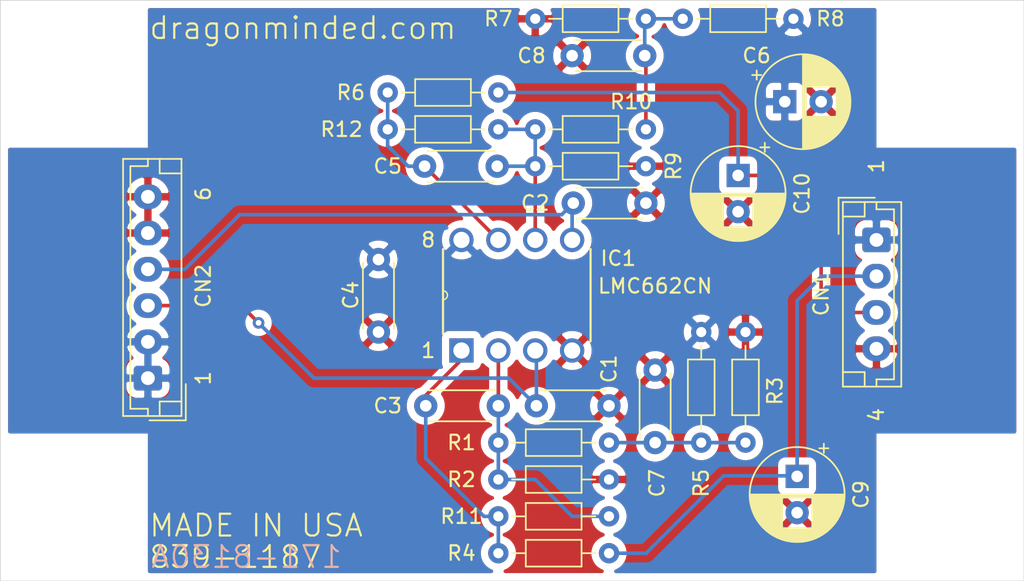
<source format=kicad_pcb>
(kicad_pcb (version 20171130) (host pcbnew "(5.1.5)-3")

  (general
    (thickness 1.6)
    (drawings 15)
    (tracks 61)
    (zones 0)
    (modules 29)
    (nets 13)
  )

  (page A4)
  (title_block
    (title "839-1187 Replacement")
    (date 2020-05-10)
    (rev 2)
  )

  (layers
    (0 F.Cu signal hide)
    (31 B.Cu signal hide)
    (32 B.Adhes user)
    (33 F.Adhes user)
    (34 B.Paste user)
    (35 F.Paste user)
    (36 B.SilkS user)
    (37 F.SilkS user)
    (38 B.Mask user)
    (39 F.Mask user)
    (40 Dwgs.User user)
    (41 Cmts.User user)
    (42 Eco1.User user)
    (43 Eco2.User user)
    (44 Edge.Cuts user)
    (45 Margin user)
    (46 B.CrtYd user)
    (47 F.CrtYd user)
    (48 B.Fab user)
    (49 F.Fab user)
  )

  (setup
    (last_trace_width 0.25)
    (trace_clearance 0.2)
    (zone_clearance 0.508)
    (zone_45_only no)
    (trace_min 0.2)
    (via_size 0.8)
    (via_drill 0.4)
    (via_min_size 0.4)
    (via_min_drill 0.3)
    (uvia_size 0.3)
    (uvia_drill 0.1)
    (uvias_allowed no)
    (uvia_min_size 0.2)
    (uvia_min_drill 0.1)
    (edge_width 0.05)
    (segment_width 0.2)
    (pcb_text_width 0.3)
    (pcb_text_size 1.5 1.5)
    (mod_edge_width 0.12)
    (mod_text_size 1 1)
    (mod_text_width 0.15)
    (pad_size 1.524 1.524)
    (pad_drill 0.762)
    (pad_to_mask_clearance 0.051)
    (solder_mask_min_width 0.25)
    (aux_axis_origin 0 0)
    (visible_elements 7FFFFFFF)
    (pcbplotparams
      (layerselection 0x010fc_ffffffff)
      (usegerberextensions false)
      (usegerberattributes false)
      (usegerberadvancedattributes false)
      (creategerberjobfile false)
      (excludeedgelayer true)
      (linewidth 0.100000)
      (plotframeref false)
      (viasonmask false)
      (mode 1)
      (useauxorigin false)
      (hpglpennumber 1)
      (hpglpenspeed 20)
      (hpglpendiameter 15.000000)
      (psnegative false)
      (psa4output false)
      (plotreference true)
      (plotvalue true)
      (plotinvisibletext false)
      (padsonsilk false)
      (subtractmaskfromsilk false)
      (outputformat 1)
      (mirror false)
      (drillshape 1)
      (scaleselection 1)
      (outputdirectory ""))
  )

  (net 0 "")
  (net 1 "Net-(C1-Pad1)")
  (net 2 -VDC)
  (net 3 "Net-(C2-Pad1)")
  (net 4 "Net-(C3-Pad1)")
  (net 5 "Net-(C3-Pad2)")
  (net 6 +VDC)
  (net 7 "Net-(C5-Pad1)")
  (net 8 "Net-(C5-Pad2)")
  (net 9 "Net-(C7-Pad2)")
  (net 10 "Net-(C8-Pad2)")
  (net 11 "Net-(C9-Pad1)")
  (net 12 "Net-(C10-Pad1)")

  (net_class Default "This is the default net class."
    (clearance 0.2)
    (trace_width 0.25)
    (via_dia 0.8)
    (via_drill 0.4)
    (uvia_dia 0.3)
    (uvia_drill 0.1)
    (add_net +VDC)
    (add_net -VDC)
    (add_net "Net-(C1-Pad1)")
    (add_net "Net-(C10-Pad1)")
    (add_net "Net-(C2-Pad1)")
    (add_net "Net-(C3-Pad1)")
    (add_net "Net-(C3-Pad2)")
    (add_net "Net-(C5-Pad1)")
    (add_net "Net-(C5-Pad2)")
    (add_net "Net-(C7-Pad2)")
    (add_net "Net-(C8-Pad2)")
    (add_net "Net-(C9-Pad1)")
  )

  (module MountingHole:MountingHole_4mm (layer F.Cu) (tedit 56D1B4CB) (tstamp 5EA20E45)
    (at 103.505 74.93)
    (descr "Mounting Hole 4mm, no annular")
    (tags "mounting hole 4mm no annular")
    (attr virtual)
    (fp_text reference REF** (at 0 -5) (layer F.SilkS) hide
      (effects (font (size 1 1) (thickness 0.15)))
    )
    (fp_text value MountingHole_4mm (at 0 5) (layer F.Fab)
      (effects (font (size 1 1) (thickness 0.15)))
    )
    (fp_text user %R (at 0.3 0) (layer F.Fab)
      (effects (font (size 1 1) (thickness 0.15)))
    )
    (fp_circle (center 0 0) (end 4 0) (layer Cmts.User) (width 0.15))
    (fp_circle (center 0 0) (end 4.25 0) (layer F.CrtYd) (width 0.05))
    (pad 1 np_thru_hole circle (at 0 0) (size 4 4) (drill 4) (layers *.Cu *.Mask))
  )

  (module MountingHole:MountingHole_4mm (layer F.Cu) (tedit 56D1B4CB) (tstamp 5EA20E37)
    (at 103.505 104.775)
    (descr "Mounting Hole 4mm, no annular")
    (tags "mounting hole 4mm no annular")
    (attr virtual)
    (fp_text reference REF** (at 0 -5) (layer F.SilkS) hide
      (effects (font (size 1 1) (thickness 0.15)))
    )
    (fp_text value MountingHole_4mm (at 0 5) (layer F.Fab)
      (effects (font (size 1 1) (thickness 0.15)))
    )
    (fp_circle (center 0 0) (end 4.25 0) (layer F.CrtYd) (width 0.05))
    (fp_circle (center 0 0) (end 4 0) (layer Cmts.User) (width 0.15))
    (fp_text user %R (at 0.3 0) (layer F.Fab)
      (effects (font (size 1 1) (thickness 0.15)))
    )
    (pad 1 np_thru_hole circle (at 0 0) (size 4 4) (drill 4) (layers *.Cu *.Mask))
  )

  (module MountingHole:MountingHole_4mm (layer F.Cu) (tedit 56D1B4CB) (tstamp 5EA20E29)
    (at 43.18 104.775)
    (descr "Mounting Hole 4mm, no annular")
    (tags "mounting hole 4mm no annular")
    (attr virtual)
    (fp_text reference REF** (at 0 -5) (layer F.SilkS) hide
      (effects (font (size 1 1) (thickness 0.15)))
    )
    (fp_text value MountingHole_4mm (at 0 5) (layer F.Fab)
      (effects (font (size 1 1) (thickness 0.15)))
    )
    (fp_text user %R (at 0.3 0) (layer F.Fab)
      (effects (font (size 1 1) (thickness 0.15)))
    )
    (fp_circle (center 0 0) (end 4 0) (layer Cmts.User) (width 0.15))
    (fp_circle (center 0 0) (end 4.25 0) (layer F.CrtYd) (width 0.05))
    (pad 1 np_thru_hole circle (at 0 0) (size 4 4) (drill 4) (layers *.Cu *.Mask))
  )

  (module MountingHole:MountingHole_4mm (layer F.Cu) (tedit 56D1B4CB) (tstamp 5EA20D2C)
    (at 43.18 74.93)
    (descr "Mounting Hole 4mm, no annular")
    (tags "mounting hole 4mm no annular")
    (attr virtual)
    (fp_text reference REF** (at 0 -5) (layer F.SilkS) hide
      (effects (font (size 1 1) (thickness 0.15)))
    )
    (fp_text value MountingHole_4mm (at 0 5) (layer F.Fab)
      (effects (font (size 1 1) (thickness 0.15)))
    )
    (fp_circle (center 0 0) (end 4.25 0) (layer F.CrtYd) (width 0.05))
    (fp_circle (center 0 0) (end 4 0) (layer Cmts.User) (width 0.15))
    (fp_text user %R (at 0.3 0) (layer F.Fab)
      (effects (font (size 1 1) (thickness 0.15)))
    )
    (pad 1 np_thru_hole circle (at 0 0) (size 4 4) (drill 4) (layers *.Cu *.Mask))
  )

  (module Capacitor_THT:C_Disc_D4.3mm_W1.9mm_P5.00mm (layer F.Cu) (tedit 5AE50EF0) (tstamp 5EA2400C)
    (at 75.01 97.79)
    (descr "C, Disc series, Radial, pin pitch=5.00mm, , diameter*width=4.3*1.9mm^2, Capacitor, http://www.vishay.com/docs/45233/krseries.pdf")
    (tags "C Disc series Radial pin pitch 5.00mm  diameter 4.3mm width 1.9mm Capacitor")
    (path /5EA2E7F0)
    (fp_text reference C1 (at 5 -2.54 90) (layer F.SilkS)
      (effects (font (size 1 1) (thickness 0.15)))
    )
    (fp_text value 100nF (at 2.5 2.2) (layer F.Fab)
      (effects (font (size 1 1) (thickness 0.15)))
    )
    (fp_line (start 0.35 -0.95) (end 0.35 0.95) (layer F.Fab) (width 0.1))
    (fp_line (start 0.35 0.95) (end 4.65 0.95) (layer F.Fab) (width 0.1))
    (fp_line (start 4.65 0.95) (end 4.65 -0.95) (layer F.Fab) (width 0.1))
    (fp_line (start 4.65 -0.95) (end 0.35 -0.95) (layer F.Fab) (width 0.1))
    (fp_line (start 0.23 -1.07) (end 4.77 -1.07) (layer F.SilkS) (width 0.12))
    (fp_line (start 0.23 1.07) (end 4.77 1.07) (layer F.SilkS) (width 0.12))
    (fp_line (start 0.23 -1.07) (end 0.23 -1.055) (layer F.SilkS) (width 0.12))
    (fp_line (start 0.23 1.055) (end 0.23 1.07) (layer F.SilkS) (width 0.12))
    (fp_line (start 4.77 -1.07) (end 4.77 -1.055) (layer F.SilkS) (width 0.12))
    (fp_line (start 4.77 1.055) (end 4.77 1.07) (layer F.SilkS) (width 0.12))
    (fp_line (start -1.05 -1.2) (end -1.05 1.2) (layer F.CrtYd) (width 0.05))
    (fp_line (start -1.05 1.2) (end 6.05 1.2) (layer F.CrtYd) (width 0.05))
    (fp_line (start 6.05 1.2) (end 6.05 -1.2) (layer F.CrtYd) (width 0.05))
    (fp_line (start 6.05 -1.2) (end -1.05 -1.2) (layer F.CrtYd) (width 0.05))
    (fp_text user %R (at 2.5 0) (layer F.Fab)
      (effects (font (size 0.86 0.86) (thickness 0.129)))
    )
    (pad 1 thru_hole circle (at 0 0) (size 1.6 1.6) (drill 0.8) (layers *.Cu *.Mask)
      (net 1 "Net-(C1-Pad1)"))
    (pad 2 thru_hole circle (at 5 0) (size 1.6 1.6) (drill 0.8) (layers *.Cu *.Mask)
      (net 2 -VDC))
    (model ${KISYS3DMOD}/Capacitor_THT.3dshapes/C_Disc_D4.3mm_W1.9mm_P5.00mm.wrl
      (at (xyz 0 0 0))
      (scale (xyz 1 1 1))
      (rotate (xyz 0 0 0))
    )
  )

  (module Capacitor_THT:C_Disc_D4.3mm_W1.9mm_P5.00mm (layer F.Cu) (tedit 5AE50EF0) (tstamp 5EA24021)
    (at 77.55 83.82)
    (descr "C, Disc series, Radial, pin pitch=5.00mm, , diameter*width=4.3*1.9mm^2, Capacitor, http://www.vishay.com/docs/45233/krseries.pdf")
    (tags "C Disc series Radial pin pitch 5.00mm  diameter 4.3mm width 1.9mm Capacitor")
    (path /5EA2FF53)
    (fp_text reference C2 (at -2.62 0) (layer F.SilkS)
      (effects (font (size 1 1) (thickness 0.15)))
    )
    (fp_text value 100nF (at 2.5 2.2) (layer F.Fab)
      (effects (font (size 1 1) (thickness 0.15)))
    )
    (fp_text user %R (at 2.5 0) (layer F.Fab)
      (effects (font (size 0.86 0.86) (thickness 0.129)))
    )
    (fp_line (start 6.05 -1.2) (end -1.05 -1.2) (layer F.CrtYd) (width 0.05))
    (fp_line (start 6.05 1.2) (end 6.05 -1.2) (layer F.CrtYd) (width 0.05))
    (fp_line (start -1.05 1.2) (end 6.05 1.2) (layer F.CrtYd) (width 0.05))
    (fp_line (start -1.05 -1.2) (end -1.05 1.2) (layer F.CrtYd) (width 0.05))
    (fp_line (start 4.77 1.055) (end 4.77 1.07) (layer F.SilkS) (width 0.12))
    (fp_line (start 4.77 -1.07) (end 4.77 -1.055) (layer F.SilkS) (width 0.12))
    (fp_line (start 0.23 1.055) (end 0.23 1.07) (layer F.SilkS) (width 0.12))
    (fp_line (start 0.23 -1.07) (end 0.23 -1.055) (layer F.SilkS) (width 0.12))
    (fp_line (start 0.23 1.07) (end 4.77 1.07) (layer F.SilkS) (width 0.12))
    (fp_line (start 0.23 -1.07) (end 4.77 -1.07) (layer F.SilkS) (width 0.12))
    (fp_line (start 4.65 -0.95) (end 0.35 -0.95) (layer F.Fab) (width 0.1))
    (fp_line (start 4.65 0.95) (end 4.65 -0.95) (layer F.Fab) (width 0.1))
    (fp_line (start 0.35 0.95) (end 4.65 0.95) (layer F.Fab) (width 0.1))
    (fp_line (start 0.35 -0.95) (end 0.35 0.95) (layer F.Fab) (width 0.1))
    (pad 2 thru_hole circle (at 5 0) (size 1.6 1.6) (drill 0.8) (layers *.Cu *.Mask)
      (net 2 -VDC))
    (pad 1 thru_hole circle (at 0 0) (size 1.6 1.6) (drill 0.8) (layers *.Cu *.Mask)
      (net 3 "Net-(C2-Pad1)"))
    (model ${KISYS3DMOD}/Capacitor_THT.3dshapes/C_Disc_D4.3mm_W1.9mm_P5.00mm.wrl
      (at (xyz 0 0 0))
      (scale (xyz 1 1 1))
      (rotate (xyz 0 0 0))
    )
  )

  (module Capacitor_THT:C_Disc_D4.3mm_W1.9mm_P5.00mm (layer F.Cu) (tedit 5AE50EF0) (tstamp 5EA24036)
    (at 67.39 97.79)
    (descr "C, Disc series, Radial, pin pitch=5.00mm, , diameter*width=4.3*1.9mm^2, Capacitor, http://www.vishay.com/docs/45233/krseries.pdf")
    (tags "C Disc series Radial pin pitch 5.00mm  diameter 4.3mm width 1.9mm Capacitor")
    (path /5EA691D7)
    (fp_text reference C3 (at -2.62 0) (layer F.SilkS)
      (effects (font (size 1 1) (thickness 0.15)))
    )
    (fp_text value 47pF (at 2.5 2.2) (layer F.Fab)
      (effects (font (size 1 1) (thickness 0.15)))
    )
    (fp_line (start 0.35 -0.95) (end 0.35 0.95) (layer F.Fab) (width 0.1))
    (fp_line (start 0.35 0.95) (end 4.65 0.95) (layer F.Fab) (width 0.1))
    (fp_line (start 4.65 0.95) (end 4.65 -0.95) (layer F.Fab) (width 0.1))
    (fp_line (start 4.65 -0.95) (end 0.35 -0.95) (layer F.Fab) (width 0.1))
    (fp_line (start 0.23 -1.07) (end 4.77 -1.07) (layer F.SilkS) (width 0.12))
    (fp_line (start 0.23 1.07) (end 4.77 1.07) (layer F.SilkS) (width 0.12))
    (fp_line (start 0.23 -1.07) (end 0.23 -1.055) (layer F.SilkS) (width 0.12))
    (fp_line (start 0.23 1.055) (end 0.23 1.07) (layer F.SilkS) (width 0.12))
    (fp_line (start 4.77 -1.07) (end 4.77 -1.055) (layer F.SilkS) (width 0.12))
    (fp_line (start 4.77 1.055) (end 4.77 1.07) (layer F.SilkS) (width 0.12))
    (fp_line (start -1.05 -1.2) (end -1.05 1.2) (layer F.CrtYd) (width 0.05))
    (fp_line (start -1.05 1.2) (end 6.05 1.2) (layer F.CrtYd) (width 0.05))
    (fp_line (start 6.05 1.2) (end 6.05 -1.2) (layer F.CrtYd) (width 0.05))
    (fp_line (start 6.05 -1.2) (end -1.05 -1.2) (layer F.CrtYd) (width 0.05))
    (fp_text user %R (at 2.5 0) (layer F.Fab)
      (effects (font (size 0.86 0.86) (thickness 0.129)))
    )
    (pad 1 thru_hole circle (at 0 0) (size 1.6 1.6) (drill 0.8) (layers *.Cu *.Mask)
      (net 4 "Net-(C3-Pad1)"))
    (pad 2 thru_hole circle (at 5 0) (size 1.6 1.6) (drill 0.8) (layers *.Cu *.Mask)
      (net 5 "Net-(C3-Pad2)"))
    (model ${KISYS3DMOD}/Capacitor_THT.3dshapes/C_Disc_D4.3mm_W1.9mm_P5.00mm.wrl
      (at (xyz 0 0 0))
      (scale (xyz 1 1 1))
      (rotate (xyz 0 0 0))
    )
  )

  (module Capacitor_THT:C_Disc_D4.3mm_W1.9mm_P5.00mm (layer F.Cu) (tedit 5AE50EF0) (tstamp 5EA2404B)
    (at 64.135 87.71 270)
    (descr "C, Disc series, Radial, pin pitch=5.00mm, , diameter*width=4.3*1.9mm^2, Capacitor, http://www.vishay.com/docs/45233/krseries.pdf")
    (tags "C Disc series Radial pin pitch 5.00mm  diameter 4.3mm width 1.9mm Capacitor")
    (path /5EA34782)
    (fp_text reference C4 (at 2.46 1.905 90) (layer F.SilkS)
      (effects (font (size 1 1) (thickness 0.15)))
    )
    (fp_text value 100nF (at 2.5 2.2 90) (layer F.Fab)
      (effects (font (size 1 1) (thickness 0.15)))
    )
    (fp_text user %R (at 2.5 0 90) (layer F.Fab)
      (effects (font (size 0.86 0.86) (thickness 0.129)))
    )
    (fp_line (start 6.05 -1.2) (end -1.05 -1.2) (layer F.CrtYd) (width 0.05))
    (fp_line (start 6.05 1.2) (end 6.05 -1.2) (layer F.CrtYd) (width 0.05))
    (fp_line (start -1.05 1.2) (end 6.05 1.2) (layer F.CrtYd) (width 0.05))
    (fp_line (start -1.05 -1.2) (end -1.05 1.2) (layer F.CrtYd) (width 0.05))
    (fp_line (start 4.77 1.055) (end 4.77 1.07) (layer F.SilkS) (width 0.12))
    (fp_line (start 4.77 -1.07) (end 4.77 -1.055) (layer F.SilkS) (width 0.12))
    (fp_line (start 0.23 1.055) (end 0.23 1.07) (layer F.SilkS) (width 0.12))
    (fp_line (start 0.23 -1.07) (end 0.23 -1.055) (layer F.SilkS) (width 0.12))
    (fp_line (start 0.23 1.07) (end 4.77 1.07) (layer F.SilkS) (width 0.12))
    (fp_line (start 0.23 -1.07) (end 4.77 -1.07) (layer F.SilkS) (width 0.12))
    (fp_line (start 4.65 -0.95) (end 0.35 -0.95) (layer F.Fab) (width 0.1))
    (fp_line (start 4.65 0.95) (end 4.65 -0.95) (layer F.Fab) (width 0.1))
    (fp_line (start 0.35 0.95) (end 4.65 0.95) (layer F.Fab) (width 0.1))
    (fp_line (start 0.35 -0.95) (end 0.35 0.95) (layer F.Fab) (width 0.1))
    (pad 2 thru_hole circle (at 5 0 270) (size 1.6 1.6) (drill 0.8) (layers *.Cu *.Mask)
      (net 2 -VDC))
    (pad 1 thru_hole circle (at 0 0 270) (size 1.6 1.6) (drill 0.8) (layers *.Cu *.Mask)
      (net 6 +VDC))
    (model ${KISYS3DMOD}/Capacitor_THT.3dshapes/C_Disc_D4.3mm_W1.9mm_P5.00mm.wrl
      (at (xyz 0 0 0))
      (scale (xyz 1 1 1))
      (rotate (xyz 0 0 0))
    )
  )

  (module Capacitor_THT:C_Disc_D4.3mm_W1.9mm_P5.00mm (layer F.Cu) (tedit 5AE50EF0) (tstamp 5EA24060)
    (at 67.31 81.28)
    (descr "C, Disc series, Radial, pin pitch=5.00mm, , diameter*width=4.3*1.9mm^2, Capacitor, http://www.vishay.com/docs/45233/krseries.pdf")
    (tags "C Disc series Radial pin pitch 5.00mm  diameter 4.3mm width 1.9mm Capacitor")
    (path /5EA3D315)
    (fp_text reference C5 (at -2.54 0) (layer F.SilkS)
      (effects (font (size 1 1) (thickness 0.15)))
    )
    (fp_text value 47pF (at 2.5 2.2) (layer F.Fab)
      (effects (font (size 1 1) (thickness 0.15)))
    )
    (fp_line (start 0.35 -0.95) (end 0.35 0.95) (layer F.Fab) (width 0.1))
    (fp_line (start 0.35 0.95) (end 4.65 0.95) (layer F.Fab) (width 0.1))
    (fp_line (start 4.65 0.95) (end 4.65 -0.95) (layer F.Fab) (width 0.1))
    (fp_line (start 4.65 -0.95) (end 0.35 -0.95) (layer F.Fab) (width 0.1))
    (fp_line (start 0.23 -1.07) (end 4.77 -1.07) (layer F.SilkS) (width 0.12))
    (fp_line (start 0.23 1.07) (end 4.77 1.07) (layer F.SilkS) (width 0.12))
    (fp_line (start 0.23 -1.07) (end 0.23 -1.055) (layer F.SilkS) (width 0.12))
    (fp_line (start 0.23 1.055) (end 0.23 1.07) (layer F.SilkS) (width 0.12))
    (fp_line (start 4.77 -1.07) (end 4.77 -1.055) (layer F.SilkS) (width 0.12))
    (fp_line (start 4.77 1.055) (end 4.77 1.07) (layer F.SilkS) (width 0.12))
    (fp_line (start -1.05 -1.2) (end -1.05 1.2) (layer F.CrtYd) (width 0.05))
    (fp_line (start -1.05 1.2) (end 6.05 1.2) (layer F.CrtYd) (width 0.05))
    (fp_line (start 6.05 1.2) (end 6.05 -1.2) (layer F.CrtYd) (width 0.05))
    (fp_line (start 6.05 -1.2) (end -1.05 -1.2) (layer F.CrtYd) (width 0.05))
    (fp_text user %R (at 2.5 0) (layer F.Fab)
      (effects (font (size 0.86 0.86) (thickness 0.129)))
    )
    (pad 1 thru_hole circle (at 0 0) (size 1.6 1.6) (drill 0.8) (layers *.Cu *.Mask)
      (net 7 "Net-(C5-Pad1)"))
    (pad 2 thru_hole circle (at 5 0) (size 1.6 1.6) (drill 0.8) (layers *.Cu *.Mask)
      (net 8 "Net-(C5-Pad2)"))
    (model ${KISYS3DMOD}/Capacitor_THT.3dshapes/C_Disc_D4.3mm_W1.9mm_P5.00mm.wrl
      (at (xyz 0 0 0))
      (scale (xyz 1 1 1))
      (rotate (xyz 0 0 0))
    )
  )

  (module Capacitor_THT:CP_Radial_D6.3mm_P2.50mm (layer F.Cu) (tedit 5AE50EF0) (tstamp 5EA285AC)
    (at 92.115 76.835)
    (descr "CP, Radial series, Radial, pin pitch=2.50mm, , diameter=6.3mm, Electrolytic Capacitor")
    (tags "CP Radial series Radial pin pitch 2.50mm  diameter 6.3mm Electrolytic Capacitor")
    (path /5EA3280F)
    (fp_text reference C6 (at -1.945 -3.175) (layer F.SilkS)
      (effects (font (size 1 1) (thickness 0.15)))
    )
    (fp_text value "16V 10uF" (at 1.25 4.4) (layer F.Fab)
      (effects (font (size 1 1) (thickness 0.15)))
    )
    (fp_circle (center 1.25 0) (end 4.4 0) (layer F.Fab) (width 0.1))
    (fp_circle (center 1.25 0) (end 4.52 0) (layer F.SilkS) (width 0.12))
    (fp_circle (center 1.25 0) (end 4.65 0) (layer F.CrtYd) (width 0.05))
    (fp_line (start -1.443972 -1.3735) (end -0.813972 -1.3735) (layer F.Fab) (width 0.1))
    (fp_line (start -1.128972 -1.6885) (end -1.128972 -1.0585) (layer F.Fab) (width 0.1))
    (fp_line (start 1.25 -3.23) (end 1.25 3.23) (layer F.SilkS) (width 0.12))
    (fp_line (start 1.29 -3.23) (end 1.29 3.23) (layer F.SilkS) (width 0.12))
    (fp_line (start 1.33 -3.23) (end 1.33 3.23) (layer F.SilkS) (width 0.12))
    (fp_line (start 1.37 -3.228) (end 1.37 3.228) (layer F.SilkS) (width 0.12))
    (fp_line (start 1.41 -3.227) (end 1.41 3.227) (layer F.SilkS) (width 0.12))
    (fp_line (start 1.45 -3.224) (end 1.45 3.224) (layer F.SilkS) (width 0.12))
    (fp_line (start 1.49 -3.222) (end 1.49 -1.04) (layer F.SilkS) (width 0.12))
    (fp_line (start 1.49 1.04) (end 1.49 3.222) (layer F.SilkS) (width 0.12))
    (fp_line (start 1.53 -3.218) (end 1.53 -1.04) (layer F.SilkS) (width 0.12))
    (fp_line (start 1.53 1.04) (end 1.53 3.218) (layer F.SilkS) (width 0.12))
    (fp_line (start 1.57 -3.215) (end 1.57 -1.04) (layer F.SilkS) (width 0.12))
    (fp_line (start 1.57 1.04) (end 1.57 3.215) (layer F.SilkS) (width 0.12))
    (fp_line (start 1.61 -3.211) (end 1.61 -1.04) (layer F.SilkS) (width 0.12))
    (fp_line (start 1.61 1.04) (end 1.61 3.211) (layer F.SilkS) (width 0.12))
    (fp_line (start 1.65 -3.206) (end 1.65 -1.04) (layer F.SilkS) (width 0.12))
    (fp_line (start 1.65 1.04) (end 1.65 3.206) (layer F.SilkS) (width 0.12))
    (fp_line (start 1.69 -3.201) (end 1.69 -1.04) (layer F.SilkS) (width 0.12))
    (fp_line (start 1.69 1.04) (end 1.69 3.201) (layer F.SilkS) (width 0.12))
    (fp_line (start 1.73 -3.195) (end 1.73 -1.04) (layer F.SilkS) (width 0.12))
    (fp_line (start 1.73 1.04) (end 1.73 3.195) (layer F.SilkS) (width 0.12))
    (fp_line (start 1.77 -3.189) (end 1.77 -1.04) (layer F.SilkS) (width 0.12))
    (fp_line (start 1.77 1.04) (end 1.77 3.189) (layer F.SilkS) (width 0.12))
    (fp_line (start 1.81 -3.182) (end 1.81 -1.04) (layer F.SilkS) (width 0.12))
    (fp_line (start 1.81 1.04) (end 1.81 3.182) (layer F.SilkS) (width 0.12))
    (fp_line (start 1.85 -3.175) (end 1.85 -1.04) (layer F.SilkS) (width 0.12))
    (fp_line (start 1.85 1.04) (end 1.85 3.175) (layer F.SilkS) (width 0.12))
    (fp_line (start 1.89 -3.167) (end 1.89 -1.04) (layer F.SilkS) (width 0.12))
    (fp_line (start 1.89 1.04) (end 1.89 3.167) (layer F.SilkS) (width 0.12))
    (fp_line (start 1.93 -3.159) (end 1.93 -1.04) (layer F.SilkS) (width 0.12))
    (fp_line (start 1.93 1.04) (end 1.93 3.159) (layer F.SilkS) (width 0.12))
    (fp_line (start 1.971 -3.15) (end 1.971 -1.04) (layer F.SilkS) (width 0.12))
    (fp_line (start 1.971 1.04) (end 1.971 3.15) (layer F.SilkS) (width 0.12))
    (fp_line (start 2.011 -3.141) (end 2.011 -1.04) (layer F.SilkS) (width 0.12))
    (fp_line (start 2.011 1.04) (end 2.011 3.141) (layer F.SilkS) (width 0.12))
    (fp_line (start 2.051 -3.131) (end 2.051 -1.04) (layer F.SilkS) (width 0.12))
    (fp_line (start 2.051 1.04) (end 2.051 3.131) (layer F.SilkS) (width 0.12))
    (fp_line (start 2.091 -3.121) (end 2.091 -1.04) (layer F.SilkS) (width 0.12))
    (fp_line (start 2.091 1.04) (end 2.091 3.121) (layer F.SilkS) (width 0.12))
    (fp_line (start 2.131 -3.11) (end 2.131 -1.04) (layer F.SilkS) (width 0.12))
    (fp_line (start 2.131 1.04) (end 2.131 3.11) (layer F.SilkS) (width 0.12))
    (fp_line (start 2.171 -3.098) (end 2.171 -1.04) (layer F.SilkS) (width 0.12))
    (fp_line (start 2.171 1.04) (end 2.171 3.098) (layer F.SilkS) (width 0.12))
    (fp_line (start 2.211 -3.086) (end 2.211 -1.04) (layer F.SilkS) (width 0.12))
    (fp_line (start 2.211 1.04) (end 2.211 3.086) (layer F.SilkS) (width 0.12))
    (fp_line (start 2.251 -3.074) (end 2.251 -1.04) (layer F.SilkS) (width 0.12))
    (fp_line (start 2.251 1.04) (end 2.251 3.074) (layer F.SilkS) (width 0.12))
    (fp_line (start 2.291 -3.061) (end 2.291 -1.04) (layer F.SilkS) (width 0.12))
    (fp_line (start 2.291 1.04) (end 2.291 3.061) (layer F.SilkS) (width 0.12))
    (fp_line (start 2.331 -3.047) (end 2.331 -1.04) (layer F.SilkS) (width 0.12))
    (fp_line (start 2.331 1.04) (end 2.331 3.047) (layer F.SilkS) (width 0.12))
    (fp_line (start 2.371 -3.033) (end 2.371 -1.04) (layer F.SilkS) (width 0.12))
    (fp_line (start 2.371 1.04) (end 2.371 3.033) (layer F.SilkS) (width 0.12))
    (fp_line (start 2.411 -3.018) (end 2.411 -1.04) (layer F.SilkS) (width 0.12))
    (fp_line (start 2.411 1.04) (end 2.411 3.018) (layer F.SilkS) (width 0.12))
    (fp_line (start 2.451 -3.002) (end 2.451 -1.04) (layer F.SilkS) (width 0.12))
    (fp_line (start 2.451 1.04) (end 2.451 3.002) (layer F.SilkS) (width 0.12))
    (fp_line (start 2.491 -2.986) (end 2.491 -1.04) (layer F.SilkS) (width 0.12))
    (fp_line (start 2.491 1.04) (end 2.491 2.986) (layer F.SilkS) (width 0.12))
    (fp_line (start 2.531 -2.97) (end 2.531 -1.04) (layer F.SilkS) (width 0.12))
    (fp_line (start 2.531 1.04) (end 2.531 2.97) (layer F.SilkS) (width 0.12))
    (fp_line (start 2.571 -2.952) (end 2.571 -1.04) (layer F.SilkS) (width 0.12))
    (fp_line (start 2.571 1.04) (end 2.571 2.952) (layer F.SilkS) (width 0.12))
    (fp_line (start 2.611 -2.934) (end 2.611 -1.04) (layer F.SilkS) (width 0.12))
    (fp_line (start 2.611 1.04) (end 2.611 2.934) (layer F.SilkS) (width 0.12))
    (fp_line (start 2.651 -2.916) (end 2.651 -1.04) (layer F.SilkS) (width 0.12))
    (fp_line (start 2.651 1.04) (end 2.651 2.916) (layer F.SilkS) (width 0.12))
    (fp_line (start 2.691 -2.896) (end 2.691 -1.04) (layer F.SilkS) (width 0.12))
    (fp_line (start 2.691 1.04) (end 2.691 2.896) (layer F.SilkS) (width 0.12))
    (fp_line (start 2.731 -2.876) (end 2.731 -1.04) (layer F.SilkS) (width 0.12))
    (fp_line (start 2.731 1.04) (end 2.731 2.876) (layer F.SilkS) (width 0.12))
    (fp_line (start 2.771 -2.856) (end 2.771 -1.04) (layer F.SilkS) (width 0.12))
    (fp_line (start 2.771 1.04) (end 2.771 2.856) (layer F.SilkS) (width 0.12))
    (fp_line (start 2.811 -2.834) (end 2.811 -1.04) (layer F.SilkS) (width 0.12))
    (fp_line (start 2.811 1.04) (end 2.811 2.834) (layer F.SilkS) (width 0.12))
    (fp_line (start 2.851 -2.812) (end 2.851 -1.04) (layer F.SilkS) (width 0.12))
    (fp_line (start 2.851 1.04) (end 2.851 2.812) (layer F.SilkS) (width 0.12))
    (fp_line (start 2.891 -2.79) (end 2.891 -1.04) (layer F.SilkS) (width 0.12))
    (fp_line (start 2.891 1.04) (end 2.891 2.79) (layer F.SilkS) (width 0.12))
    (fp_line (start 2.931 -2.766) (end 2.931 -1.04) (layer F.SilkS) (width 0.12))
    (fp_line (start 2.931 1.04) (end 2.931 2.766) (layer F.SilkS) (width 0.12))
    (fp_line (start 2.971 -2.742) (end 2.971 -1.04) (layer F.SilkS) (width 0.12))
    (fp_line (start 2.971 1.04) (end 2.971 2.742) (layer F.SilkS) (width 0.12))
    (fp_line (start 3.011 -2.716) (end 3.011 -1.04) (layer F.SilkS) (width 0.12))
    (fp_line (start 3.011 1.04) (end 3.011 2.716) (layer F.SilkS) (width 0.12))
    (fp_line (start 3.051 -2.69) (end 3.051 -1.04) (layer F.SilkS) (width 0.12))
    (fp_line (start 3.051 1.04) (end 3.051 2.69) (layer F.SilkS) (width 0.12))
    (fp_line (start 3.091 -2.664) (end 3.091 -1.04) (layer F.SilkS) (width 0.12))
    (fp_line (start 3.091 1.04) (end 3.091 2.664) (layer F.SilkS) (width 0.12))
    (fp_line (start 3.131 -2.636) (end 3.131 -1.04) (layer F.SilkS) (width 0.12))
    (fp_line (start 3.131 1.04) (end 3.131 2.636) (layer F.SilkS) (width 0.12))
    (fp_line (start 3.171 -2.607) (end 3.171 -1.04) (layer F.SilkS) (width 0.12))
    (fp_line (start 3.171 1.04) (end 3.171 2.607) (layer F.SilkS) (width 0.12))
    (fp_line (start 3.211 -2.578) (end 3.211 -1.04) (layer F.SilkS) (width 0.12))
    (fp_line (start 3.211 1.04) (end 3.211 2.578) (layer F.SilkS) (width 0.12))
    (fp_line (start 3.251 -2.548) (end 3.251 -1.04) (layer F.SilkS) (width 0.12))
    (fp_line (start 3.251 1.04) (end 3.251 2.548) (layer F.SilkS) (width 0.12))
    (fp_line (start 3.291 -2.516) (end 3.291 -1.04) (layer F.SilkS) (width 0.12))
    (fp_line (start 3.291 1.04) (end 3.291 2.516) (layer F.SilkS) (width 0.12))
    (fp_line (start 3.331 -2.484) (end 3.331 -1.04) (layer F.SilkS) (width 0.12))
    (fp_line (start 3.331 1.04) (end 3.331 2.484) (layer F.SilkS) (width 0.12))
    (fp_line (start 3.371 -2.45) (end 3.371 -1.04) (layer F.SilkS) (width 0.12))
    (fp_line (start 3.371 1.04) (end 3.371 2.45) (layer F.SilkS) (width 0.12))
    (fp_line (start 3.411 -2.416) (end 3.411 -1.04) (layer F.SilkS) (width 0.12))
    (fp_line (start 3.411 1.04) (end 3.411 2.416) (layer F.SilkS) (width 0.12))
    (fp_line (start 3.451 -2.38) (end 3.451 -1.04) (layer F.SilkS) (width 0.12))
    (fp_line (start 3.451 1.04) (end 3.451 2.38) (layer F.SilkS) (width 0.12))
    (fp_line (start 3.491 -2.343) (end 3.491 -1.04) (layer F.SilkS) (width 0.12))
    (fp_line (start 3.491 1.04) (end 3.491 2.343) (layer F.SilkS) (width 0.12))
    (fp_line (start 3.531 -2.305) (end 3.531 -1.04) (layer F.SilkS) (width 0.12))
    (fp_line (start 3.531 1.04) (end 3.531 2.305) (layer F.SilkS) (width 0.12))
    (fp_line (start 3.571 -2.265) (end 3.571 2.265) (layer F.SilkS) (width 0.12))
    (fp_line (start 3.611 -2.224) (end 3.611 2.224) (layer F.SilkS) (width 0.12))
    (fp_line (start 3.651 -2.182) (end 3.651 2.182) (layer F.SilkS) (width 0.12))
    (fp_line (start 3.691 -2.137) (end 3.691 2.137) (layer F.SilkS) (width 0.12))
    (fp_line (start 3.731 -2.092) (end 3.731 2.092) (layer F.SilkS) (width 0.12))
    (fp_line (start 3.771 -2.044) (end 3.771 2.044) (layer F.SilkS) (width 0.12))
    (fp_line (start 3.811 -1.995) (end 3.811 1.995) (layer F.SilkS) (width 0.12))
    (fp_line (start 3.851 -1.944) (end 3.851 1.944) (layer F.SilkS) (width 0.12))
    (fp_line (start 3.891 -1.89) (end 3.891 1.89) (layer F.SilkS) (width 0.12))
    (fp_line (start 3.931 -1.834) (end 3.931 1.834) (layer F.SilkS) (width 0.12))
    (fp_line (start 3.971 -1.776) (end 3.971 1.776) (layer F.SilkS) (width 0.12))
    (fp_line (start 4.011 -1.714) (end 4.011 1.714) (layer F.SilkS) (width 0.12))
    (fp_line (start 4.051 -1.65) (end 4.051 1.65) (layer F.SilkS) (width 0.12))
    (fp_line (start 4.091 -1.581) (end 4.091 1.581) (layer F.SilkS) (width 0.12))
    (fp_line (start 4.131 -1.509) (end 4.131 1.509) (layer F.SilkS) (width 0.12))
    (fp_line (start 4.171 -1.432) (end 4.171 1.432) (layer F.SilkS) (width 0.12))
    (fp_line (start 4.211 -1.35) (end 4.211 1.35) (layer F.SilkS) (width 0.12))
    (fp_line (start 4.251 -1.262) (end 4.251 1.262) (layer F.SilkS) (width 0.12))
    (fp_line (start 4.291 -1.165) (end 4.291 1.165) (layer F.SilkS) (width 0.12))
    (fp_line (start 4.331 -1.059) (end 4.331 1.059) (layer F.SilkS) (width 0.12))
    (fp_line (start 4.371 -0.94) (end 4.371 0.94) (layer F.SilkS) (width 0.12))
    (fp_line (start 4.411 -0.802) (end 4.411 0.802) (layer F.SilkS) (width 0.12))
    (fp_line (start 4.451 -0.633) (end 4.451 0.633) (layer F.SilkS) (width 0.12))
    (fp_line (start 4.491 -0.402) (end 4.491 0.402) (layer F.SilkS) (width 0.12))
    (fp_line (start -2.250241 -1.839) (end -1.620241 -1.839) (layer F.SilkS) (width 0.12))
    (fp_line (start -1.935241 -2.154) (end -1.935241 -1.524) (layer F.SilkS) (width 0.12))
    (fp_text user %R (at 1.25 0) (layer F.Fab)
      (effects (font (size 1 1) (thickness 0.15)))
    )
    (pad 1 thru_hole rect (at 0 0) (size 1.6 1.6) (drill 0.8) (layers *.Cu *.Mask)
      (net 6 +VDC))
    (pad 2 thru_hole circle (at 2.5 0) (size 1.6 1.6) (drill 0.8) (layers *.Cu *.Mask)
      (net 2 -VDC))
    (model ${KISYS3DMOD}/Capacitor_THT.3dshapes/CP_Radial_D6.3mm_P2.50mm.wrl
      (at (xyz 0 0 0))
      (scale (xyz 1 1 1))
      (rotate (xyz 0 0 0))
    )
  )

  (module Capacitor_THT:C_Disc_D4.3mm_W1.9mm_P5.00mm (layer F.Cu) (tedit 5AE50EF0) (tstamp 5EA24109)
    (at 83.185 95.33 270)
    (descr "C, Disc series, Radial, pin pitch=5.00mm, , diameter*width=4.3*1.9mm^2, Capacitor, http://www.vishay.com/docs/45233/krseries.pdf")
    (tags "C Disc series Radial pin pitch 5.00mm  diameter 4.3mm width 1.9mm Capacitor")
    (path /5EA7AAEE)
    (fp_text reference C7 (at 7.794 -0.127 90) (layer F.SilkS)
      (effects (font (size 1 1) (thickness 0.15)))
    )
    (fp_text value 100nF (at 2.5 2.2 90) (layer F.Fab)
      (effects (font (size 1 1) (thickness 0.15)))
    )
    (fp_line (start 0.35 -0.95) (end 0.35 0.95) (layer F.Fab) (width 0.1))
    (fp_line (start 0.35 0.95) (end 4.65 0.95) (layer F.Fab) (width 0.1))
    (fp_line (start 4.65 0.95) (end 4.65 -0.95) (layer F.Fab) (width 0.1))
    (fp_line (start 4.65 -0.95) (end 0.35 -0.95) (layer F.Fab) (width 0.1))
    (fp_line (start 0.23 -1.07) (end 4.77 -1.07) (layer F.SilkS) (width 0.12))
    (fp_line (start 0.23 1.07) (end 4.77 1.07) (layer F.SilkS) (width 0.12))
    (fp_line (start 0.23 -1.07) (end 0.23 -1.055) (layer F.SilkS) (width 0.12))
    (fp_line (start 0.23 1.055) (end 0.23 1.07) (layer F.SilkS) (width 0.12))
    (fp_line (start 4.77 -1.07) (end 4.77 -1.055) (layer F.SilkS) (width 0.12))
    (fp_line (start 4.77 1.055) (end 4.77 1.07) (layer F.SilkS) (width 0.12))
    (fp_line (start -1.05 -1.2) (end -1.05 1.2) (layer F.CrtYd) (width 0.05))
    (fp_line (start -1.05 1.2) (end 6.05 1.2) (layer F.CrtYd) (width 0.05))
    (fp_line (start 6.05 1.2) (end 6.05 -1.2) (layer F.CrtYd) (width 0.05))
    (fp_line (start 6.05 -1.2) (end -1.05 -1.2) (layer F.CrtYd) (width 0.05))
    (fp_text user %R (at 2.5 0 90) (layer F.Fab)
      (effects (font (size 0.86 0.86) (thickness 0.129)))
    )
    (pad 1 thru_hole circle (at 0 0 270) (size 1.6 1.6) (drill 0.8) (layers *.Cu *.Mask)
      (net 2 -VDC))
    (pad 2 thru_hole circle (at 5 0 270) (size 1.6 1.6) (drill 0.8) (layers *.Cu *.Mask)
      (net 9 "Net-(C7-Pad2)"))
    (model ${KISYS3DMOD}/Capacitor_THT.3dshapes/C_Disc_D4.3mm_W1.9mm_P5.00mm.wrl
      (at (xyz 0 0 0))
      (scale (xyz 1 1 1))
      (rotate (xyz 0 0 0))
    )
  )

  (module Capacitor_THT:C_Disc_D4.3mm_W1.9mm_P5.00mm (layer F.Cu) (tedit 5AE50EF0) (tstamp 5EA2411E)
    (at 77.47 73.66)
    (descr "C, Disc series, Radial, pin pitch=5.00mm, , diameter*width=4.3*1.9mm^2, Capacitor, http://www.vishay.com/docs/45233/krseries.pdf")
    (tags "C Disc series Radial pin pitch 5.00mm  diameter 4.3mm width 1.9mm Capacitor")
    (path /5EA4F0B9)
    (fp_text reference C8 (at -2.794 0) (layer F.SilkS)
      (effects (font (size 1 1) (thickness 0.15)))
    )
    (fp_text value 100nF (at 2.5 2.2) (layer F.Fab)
      (effects (font (size 1 1) (thickness 0.15)))
    )
    (fp_line (start 0.35 -0.95) (end 0.35 0.95) (layer F.Fab) (width 0.1))
    (fp_line (start 0.35 0.95) (end 4.65 0.95) (layer F.Fab) (width 0.1))
    (fp_line (start 4.65 0.95) (end 4.65 -0.95) (layer F.Fab) (width 0.1))
    (fp_line (start 4.65 -0.95) (end 0.35 -0.95) (layer F.Fab) (width 0.1))
    (fp_line (start 0.23 -1.07) (end 4.77 -1.07) (layer F.SilkS) (width 0.12))
    (fp_line (start 0.23 1.07) (end 4.77 1.07) (layer F.SilkS) (width 0.12))
    (fp_line (start 0.23 -1.07) (end 0.23 -1.055) (layer F.SilkS) (width 0.12))
    (fp_line (start 0.23 1.055) (end 0.23 1.07) (layer F.SilkS) (width 0.12))
    (fp_line (start 4.77 -1.07) (end 4.77 -1.055) (layer F.SilkS) (width 0.12))
    (fp_line (start 4.77 1.055) (end 4.77 1.07) (layer F.SilkS) (width 0.12))
    (fp_line (start -1.05 -1.2) (end -1.05 1.2) (layer F.CrtYd) (width 0.05))
    (fp_line (start -1.05 1.2) (end 6.05 1.2) (layer F.CrtYd) (width 0.05))
    (fp_line (start 6.05 1.2) (end 6.05 -1.2) (layer F.CrtYd) (width 0.05))
    (fp_line (start 6.05 -1.2) (end -1.05 -1.2) (layer F.CrtYd) (width 0.05))
    (fp_text user %R (at 2.5 0) (layer F.Fab)
      (effects (font (size 0.86 0.86) (thickness 0.129)))
    )
    (pad 1 thru_hole circle (at 0 0) (size 1.6 1.6) (drill 0.8) (layers *.Cu *.Mask)
      (net 2 -VDC))
    (pad 2 thru_hole circle (at 5 0) (size 1.6 1.6) (drill 0.8) (layers *.Cu *.Mask)
      (net 10 "Net-(C8-Pad2)"))
    (model ${KISYS3DMOD}/Capacitor_THT.3dshapes/C_Disc_D4.3mm_W1.9mm_P5.00mm.wrl
      (at (xyz 0 0 0))
      (scale (xyz 1 1 1))
      (rotate (xyz 0 0 0))
    )
  )

  (module Capacitor_THT:CP_Radial_D6.3mm_P2.50mm (layer F.Cu) (tedit 5AE50EF0) (tstamp 5EA241B2)
    (at 92.964 102.656 270)
    (descr "CP, Radial series, Radial, pin pitch=2.50mm, , diameter=6.3mm, Electrolytic Capacitor")
    (tags "CP Radial series Radial pin pitch 2.50mm  diameter 6.3mm Electrolytic Capacitor")
    (path /5EA38E5B)
    (fp_text reference C9 (at 1.25 -4.4 90) (layer F.SilkS)
      (effects (font (size 1 1) (thickness 0.15)))
    )
    (fp_text value "16V 10uF" (at 1.25 4.4 90) (layer F.Fab)
      (effects (font (size 1 1) (thickness 0.15)))
    )
    (fp_circle (center 1.25 0) (end 4.4 0) (layer F.Fab) (width 0.1))
    (fp_circle (center 1.25 0) (end 4.52 0) (layer F.SilkS) (width 0.12))
    (fp_circle (center 1.25 0) (end 4.65 0) (layer F.CrtYd) (width 0.05))
    (fp_line (start -1.443972 -1.3735) (end -0.813972 -1.3735) (layer F.Fab) (width 0.1))
    (fp_line (start -1.128972 -1.6885) (end -1.128972 -1.0585) (layer F.Fab) (width 0.1))
    (fp_line (start 1.25 -3.23) (end 1.25 3.23) (layer F.SilkS) (width 0.12))
    (fp_line (start 1.29 -3.23) (end 1.29 3.23) (layer F.SilkS) (width 0.12))
    (fp_line (start 1.33 -3.23) (end 1.33 3.23) (layer F.SilkS) (width 0.12))
    (fp_line (start 1.37 -3.228) (end 1.37 3.228) (layer F.SilkS) (width 0.12))
    (fp_line (start 1.41 -3.227) (end 1.41 3.227) (layer F.SilkS) (width 0.12))
    (fp_line (start 1.45 -3.224) (end 1.45 3.224) (layer F.SilkS) (width 0.12))
    (fp_line (start 1.49 -3.222) (end 1.49 -1.04) (layer F.SilkS) (width 0.12))
    (fp_line (start 1.49 1.04) (end 1.49 3.222) (layer F.SilkS) (width 0.12))
    (fp_line (start 1.53 -3.218) (end 1.53 -1.04) (layer F.SilkS) (width 0.12))
    (fp_line (start 1.53 1.04) (end 1.53 3.218) (layer F.SilkS) (width 0.12))
    (fp_line (start 1.57 -3.215) (end 1.57 -1.04) (layer F.SilkS) (width 0.12))
    (fp_line (start 1.57 1.04) (end 1.57 3.215) (layer F.SilkS) (width 0.12))
    (fp_line (start 1.61 -3.211) (end 1.61 -1.04) (layer F.SilkS) (width 0.12))
    (fp_line (start 1.61 1.04) (end 1.61 3.211) (layer F.SilkS) (width 0.12))
    (fp_line (start 1.65 -3.206) (end 1.65 -1.04) (layer F.SilkS) (width 0.12))
    (fp_line (start 1.65 1.04) (end 1.65 3.206) (layer F.SilkS) (width 0.12))
    (fp_line (start 1.69 -3.201) (end 1.69 -1.04) (layer F.SilkS) (width 0.12))
    (fp_line (start 1.69 1.04) (end 1.69 3.201) (layer F.SilkS) (width 0.12))
    (fp_line (start 1.73 -3.195) (end 1.73 -1.04) (layer F.SilkS) (width 0.12))
    (fp_line (start 1.73 1.04) (end 1.73 3.195) (layer F.SilkS) (width 0.12))
    (fp_line (start 1.77 -3.189) (end 1.77 -1.04) (layer F.SilkS) (width 0.12))
    (fp_line (start 1.77 1.04) (end 1.77 3.189) (layer F.SilkS) (width 0.12))
    (fp_line (start 1.81 -3.182) (end 1.81 -1.04) (layer F.SilkS) (width 0.12))
    (fp_line (start 1.81 1.04) (end 1.81 3.182) (layer F.SilkS) (width 0.12))
    (fp_line (start 1.85 -3.175) (end 1.85 -1.04) (layer F.SilkS) (width 0.12))
    (fp_line (start 1.85 1.04) (end 1.85 3.175) (layer F.SilkS) (width 0.12))
    (fp_line (start 1.89 -3.167) (end 1.89 -1.04) (layer F.SilkS) (width 0.12))
    (fp_line (start 1.89 1.04) (end 1.89 3.167) (layer F.SilkS) (width 0.12))
    (fp_line (start 1.93 -3.159) (end 1.93 -1.04) (layer F.SilkS) (width 0.12))
    (fp_line (start 1.93 1.04) (end 1.93 3.159) (layer F.SilkS) (width 0.12))
    (fp_line (start 1.971 -3.15) (end 1.971 -1.04) (layer F.SilkS) (width 0.12))
    (fp_line (start 1.971 1.04) (end 1.971 3.15) (layer F.SilkS) (width 0.12))
    (fp_line (start 2.011 -3.141) (end 2.011 -1.04) (layer F.SilkS) (width 0.12))
    (fp_line (start 2.011 1.04) (end 2.011 3.141) (layer F.SilkS) (width 0.12))
    (fp_line (start 2.051 -3.131) (end 2.051 -1.04) (layer F.SilkS) (width 0.12))
    (fp_line (start 2.051 1.04) (end 2.051 3.131) (layer F.SilkS) (width 0.12))
    (fp_line (start 2.091 -3.121) (end 2.091 -1.04) (layer F.SilkS) (width 0.12))
    (fp_line (start 2.091 1.04) (end 2.091 3.121) (layer F.SilkS) (width 0.12))
    (fp_line (start 2.131 -3.11) (end 2.131 -1.04) (layer F.SilkS) (width 0.12))
    (fp_line (start 2.131 1.04) (end 2.131 3.11) (layer F.SilkS) (width 0.12))
    (fp_line (start 2.171 -3.098) (end 2.171 -1.04) (layer F.SilkS) (width 0.12))
    (fp_line (start 2.171 1.04) (end 2.171 3.098) (layer F.SilkS) (width 0.12))
    (fp_line (start 2.211 -3.086) (end 2.211 -1.04) (layer F.SilkS) (width 0.12))
    (fp_line (start 2.211 1.04) (end 2.211 3.086) (layer F.SilkS) (width 0.12))
    (fp_line (start 2.251 -3.074) (end 2.251 -1.04) (layer F.SilkS) (width 0.12))
    (fp_line (start 2.251 1.04) (end 2.251 3.074) (layer F.SilkS) (width 0.12))
    (fp_line (start 2.291 -3.061) (end 2.291 -1.04) (layer F.SilkS) (width 0.12))
    (fp_line (start 2.291 1.04) (end 2.291 3.061) (layer F.SilkS) (width 0.12))
    (fp_line (start 2.331 -3.047) (end 2.331 -1.04) (layer F.SilkS) (width 0.12))
    (fp_line (start 2.331 1.04) (end 2.331 3.047) (layer F.SilkS) (width 0.12))
    (fp_line (start 2.371 -3.033) (end 2.371 -1.04) (layer F.SilkS) (width 0.12))
    (fp_line (start 2.371 1.04) (end 2.371 3.033) (layer F.SilkS) (width 0.12))
    (fp_line (start 2.411 -3.018) (end 2.411 -1.04) (layer F.SilkS) (width 0.12))
    (fp_line (start 2.411 1.04) (end 2.411 3.018) (layer F.SilkS) (width 0.12))
    (fp_line (start 2.451 -3.002) (end 2.451 -1.04) (layer F.SilkS) (width 0.12))
    (fp_line (start 2.451 1.04) (end 2.451 3.002) (layer F.SilkS) (width 0.12))
    (fp_line (start 2.491 -2.986) (end 2.491 -1.04) (layer F.SilkS) (width 0.12))
    (fp_line (start 2.491 1.04) (end 2.491 2.986) (layer F.SilkS) (width 0.12))
    (fp_line (start 2.531 -2.97) (end 2.531 -1.04) (layer F.SilkS) (width 0.12))
    (fp_line (start 2.531 1.04) (end 2.531 2.97) (layer F.SilkS) (width 0.12))
    (fp_line (start 2.571 -2.952) (end 2.571 -1.04) (layer F.SilkS) (width 0.12))
    (fp_line (start 2.571 1.04) (end 2.571 2.952) (layer F.SilkS) (width 0.12))
    (fp_line (start 2.611 -2.934) (end 2.611 -1.04) (layer F.SilkS) (width 0.12))
    (fp_line (start 2.611 1.04) (end 2.611 2.934) (layer F.SilkS) (width 0.12))
    (fp_line (start 2.651 -2.916) (end 2.651 -1.04) (layer F.SilkS) (width 0.12))
    (fp_line (start 2.651 1.04) (end 2.651 2.916) (layer F.SilkS) (width 0.12))
    (fp_line (start 2.691 -2.896) (end 2.691 -1.04) (layer F.SilkS) (width 0.12))
    (fp_line (start 2.691 1.04) (end 2.691 2.896) (layer F.SilkS) (width 0.12))
    (fp_line (start 2.731 -2.876) (end 2.731 -1.04) (layer F.SilkS) (width 0.12))
    (fp_line (start 2.731 1.04) (end 2.731 2.876) (layer F.SilkS) (width 0.12))
    (fp_line (start 2.771 -2.856) (end 2.771 -1.04) (layer F.SilkS) (width 0.12))
    (fp_line (start 2.771 1.04) (end 2.771 2.856) (layer F.SilkS) (width 0.12))
    (fp_line (start 2.811 -2.834) (end 2.811 -1.04) (layer F.SilkS) (width 0.12))
    (fp_line (start 2.811 1.04) (end 2.811 2.834) (layer F.SilkS) (width 0.12))
    (fp_line (start 2.851 -2.812) (end 2.851 -1.04) (layer F.SilkS) (width 0.12))
    (fp_line (start 2.851 1.04) (end 2.851 2.812) (layer F.SilkS) (width 0.12))
    (fp_line (start 2.891 -2.79) (end 2.891 -1.04) (layer F.SilkS) (width 0.12))
    (fp_line (start 2.891 1.04) (end 2.891 2.79) (layer F.SilkS) (width 0.12))
    (fp_line (start 2.931 -2.766) (end 2.931 -1.04) (layer F.SilkS) (width 0.12))
    (fp_line (start 2.931 1.04) (end 2.931 2.766) (layer F.SilkS) (width 0.12))
    (fp_line (start 2.971 -2.742) (end 2.971 -1.04) (layer F.SilkS) (width 0.12))
    (fp_line (start 2.971 1.04) (end 2.971 2.742) (layer F.SilkS) (width 0.12))
    (fp_line (start 3.011 -2.716) (end 3.011 -1.04) (layer F.SilkS) (width 0.12))
    (fp_line (start 3.011 1.04) (end 3.011 2.716) (layer F.SilkS) (width 0.12))
    (fp_line (start 3.051 -2.69) (end 3.051 -1.04) (layer F.SilkS) (width 0.12))
    (fp_line (start 3.051 1.04) (end 3.051 2.69) (layer F.SilkS) (width 0.12))
    (fp_line (start 3.091 -2.664) (end 3.091 -1.04) (layer F.SilkS) (width 0.12))
    (fp_line (start 3.091 1.04) (end 3.091 2.664) (layer F.SilkS) (width 0.12))
    (fp_line (start 3.131 -2.636) (end 3.131 -1.04) (layer F.SilkS) (width 0.12))
    (fp_line (start 3.131 1.04) (end 3.131 2.636) (layer F.SilkS) (width 0.12))
    (fp_line (start 3.171 -2.607) (end 3.171 -1.04) (layer F.SilkS) (width 0.12))
    (fp_line (start 3.171 1.04) (end 3.171 2.607) (layer F.SilkS) (width 0.12))
    (fp_line (start 3.211 -2.578) (end 3.211 -1.04) (layer F.SilkS) (width 0.12))
    (fp_line (start 3.211 1.04) (end 3.211 2.578) (layer F.SilkS) (width 0.12))
    (fp_line (start 3.251 -2.548) (end 3.251 -1.04) (layer F.SilkS) (width 0.12))
    (fp_line (start 3.251 1.04) (end 3.251 2.548) (layer F.SilkS) (width 0.12))
    (fp_line (start 3.291 -2.516) (end 3.291 -1.04) (layer F.SilkS) (width 0.12))
    (fp_line (start 3.291 1.04) (end 3.291 2.516) (layer F.SilkS) (width 0.12))
    (fp_line (start 3.331 -2.484) (end 3.331 -1.04) (layer F.SilkS) (width 0.12))
    (fp_line (start 3.331 1.04) (end 3.331 2.484) (layer F.SilkS) (width 0.12))
    (fp_line (start 3.371 -2.45) (end 3.371 -1.04) (layer F.SilkS) (width 0.12))
    (fp_line (start 3.371 1.04) (end 3.371 2.45) (layer F.SilkS) (width 0.12))
    (fp_line (start 3.411 -2.416) (end 3.411 -1.04) (layer F.SilkS) (width 0.12))
    (fp_line (start 3.411 1.04) (end 3.411 2.416) (layer F.SilkS) (width 0.12))
    (fp_line (start 3.451 -2.38) (end 3.451 -1.04) (layer F.SilkS) (width 0.12))
    (fp_line (start 3.451 1.04) (end 3.451 2.38) (layer F.SilkS) (width 0.12))
    (fp_line (start 3.491 -2.343) (end 3.491 -1.04) (layer F.SilkS) (width 0.12))
    (fp_line (start 3.491 1.04) (end 3.491 2.343) (layer F.SilkS) (width 0.12))
    (fp_line (start 3.531 -2.305) (end 3.531 -1.04) (layer F.SilkS) (width 0.12))
    (fp_line (start 3.531 1.04) (end 3.531 2.305) (layer F.SilkS) (width 0.12))
    (fp_line (start 3.571 -2.265) (end 3.571 2.265) (layer F.SilkS) (width 0.12))
    (fp_line (start 3.611 -2.224) (end 3.611 2.224) (layer F.SilkS) (width 0.12))
    (fp_line (start 3.651 -2.182) (end 3.651 2.182) (layer F.SilkS) (width 0.12))
    (fp_line (start 3.691 -2.137) (end 3.691 2.137) (layer F.SilkS) (width 0.12))
    (fp_line (start 3.731 -2.092) (end 3.731 2.092) (layer F.SilkS) (width 0.12))
    (fp_line (start 3.771 -2.044) (end 3.771 2.044) (layer F.SilkS) (width 0.12))
    (fp_line (start 3.811 -1.995) (end 3.811 1.995) (layer F.SilkS) (width 0.12))
    (fp_line (start 3.851 -1.944) (end 3.851 1.944) (layer F.SilkS) (width 0.12))
    (fp_line (start 3.891 -1.89) (end 3.891 1.89) (layer F.SilkS) (width 0.12))
    (fp_line (start 3.931 -1.834) (end 3.931 1.834) (layer F.SilkS) (width 0.12))
    (fp_line (start 3.971 -1.776) (end 3.971 1.776) (layer F.SilkS) (width 0.12))
    (fp_line (start 4.011 -1.714) (end 4.011 1.714) (layer F.SilkS) (width 0.12))
    (fp_line (start 4.051 -1.65) (end 4.051 1.65) (layer F.SilkS) (width 0.12))
    (fp_line (start 4.091 -1.581) (end 4.091 1.581) (layer F.SilkS) (width 0.12))
    (fp_line (start 4.131 -1.509) (end 4.131 1.509) (layer F.SilkS) (width 0.12))
    (fp_line (start 4.171 -1.432) (end 4.171 1.432) (layer F.SilkS) (width 0.12))
    (fp_line (start 4.211 -1.35) (end 4.211 1.35) (layer F.SilkS) (width 0.12))
    (fp_line (start 4.251 -1.262) (end 4.251 1.262) (layer F.SilkS) (width 0.12))
    (fp_line (start 4.291 -1.165) (end 4.291 1.165) (layer F.SilkS) (width 0.12))
    (fp_line (start 4.331 -1.059) (end 4.331 1.059) (layer F.SilkS) (width 0.12))
    (fp_line (start 4.371 -0.94) (end 4.371 0.94) (layer F.SilkS) (width 0.12))
    (fp_line (start 4.411 -0.802) (end 4.411 0.802) (layer F.SilkS) (width 0.12))
    (fp_line (start 4.451 -0.633) (end 4.451 0.633) (layer F.SilkS) (width 0.12))
    (fp_line (start 4.491 -0.402) (end 4.491 0.402) (layer F.SilkS) (width 0.12))
    (fp_line (start -2.250241 -1.839) (end -1.620241 -1.839) (layer F.SilkS) (width 0.12))
    (fp_line (start -1.935241 -2.154) (end -1.935241 -1.524) (layer F.SilkS) (width 0.12))
    (fp_text user %R (at 1.25 0 90) (layer F.Fab)
      (effects (font (size 1 1) (thickness 0.15)))
    )
    (pad 1 thru_hole rect (at 0 0 270) (size 1.6 1.6) (drill 0.8) (layers *.Cu *.Mask)
      (net 11 "Net-(C9-Pad1)"))
    (pad 2 thru_hole circle (at 2.5 0 270) (size 1.6 1.6) (drill 0.8) (layers *.Cu *.Mask)
      (net 2 -VDC))
    (model ${KISYS3DMOD}/Capacitor_THT.3dshapes/CP_Radial_D6.3mm_P2.50mm.wrl
      (at (xyz 0 0 0))
      (scale (xyz 1 1 1))
      (rotate (xyz 0 0 0))
    )
  )

  (module Capacitor_THT:CP_Radial_D6.3mm_P2.50mm (layer F.Cu) (tedit 5AE50EF0) (tstamp 5EA261F6)
    (at 88.9 81.915 270)
    (descr "CP, Radial series, Radial, pin pitch=2.50mm, , diameter=6.3mm, Electrolytic Capacitor")
    (tags "CP Radial series Radial pin pitch 2.50mm  diameter 6.3mm Electrolytic Capacitor")
    (path /5EA36D39)
    (fp_text reference C10 (at 1.25 -4.4 90) (layer F.SilkS)
      (effects (font (size 1 1) (thickness 0.15)))
    )
    (fp_text value "16V 10uF" (at 1.25 4.4 90) (layer F.Fab)
      (effects (font (size 1 1) (thickness 0.15)))
    )
    (fp_text user %R (at 1.25 0 90) (layer F.Fab)
      (effects (font (size 1 1) (thickness 0.15)))
    )
    (fp_line (start -1.935241 -2.154) (end -1.935241 -1.524) (layer F.SilkS) (width 0.12))
    (fp_line (start -2.250241 -1.839) (end -1.620241 -1.839) (layer F.SilkS) (width 0.12))
    (fp_line (start 4.491 -0.402) (end 4.491 0.402) (layer F.SilkS) (width 0.12))
    (fp_line (start 4.451 -0.633) (end 4.451 0.633) (layer F.SilkS) (width 0.12))
    (fp_line (start 4.411 -0.802) (end 4.411 0.802) (layer F.SilkS) (width 0.12))
    (fp_line (start 4.371 -0.94) (end 4.371 0.94) (layer F.SilkS) (width 0.12))
    (fp_line (start 4.331 -1.059) (end 4.331 1.059) (layer F.SilkS) (width 0.12))
    (fp_line (start 4.291 -1.165) (end 4.291 1.165) (layer F.SilkS) (width 0.12))
    (fp_line (start 4.251 -1.262) (end 4.251 1.262) (layer F.SilkS) (width 0.12))
    (fp_line (start 4.211 -1.35) (end 4.211 1.35) (layer F.SilkS) (width 0.12))
    (fp_line (start 4.171 -1.432) (end 4.171 1.432) (layer F.SilkS) (width 0.12))
    (fp_line (start 4.131 -1.509) (end 4.131 1.509) (layer F.SilkS) (width 0.12))
    (fp_line (start 4.091 -1.581) (end 4.091 1.581) (layer F.SilkS) (width 0.12))
    (fp_line (start 4.051 -1.65) (end 4.051 1.65) (layer F.SilkS) (width 0.12))
    (fp_line (start 4.011 -1.714) (end 4.011 1.714) (layer F.SilkS) (width 0.12))
    (fp_line (start 3.971 -1.776) (end 3.971 1.776) (layer F.SilkS) (width 0.12))
    (fp_line (start 3.931 -1.834) (end 3.931 1.834) (layer F.SilkS) (width 0.12))
    (fp_line (start 3.891 -1.89) (end 3.891 1.89) (layer F.SilkS) (width 0.12))
    (fp_line (start 3.851 -1.944) (end 3.851 1.944) (layer F.SilkS) (width 0.12))
    (fp_line (start 3.811 -1.995) (end 3.811 1.995) (layer F.SilkS) (width 0.12))
    (fp_line (start 3.771 -2.044) (end 3.771 2.044) (layer F.SilkS) (width 0.12))
    (fp_line (start 3.731 -2.092) (end 3.731 2.092) (layer F.SilkS) (width 0.12))
    (fp_line (start 3.691 -2.137) (end 3.691 2.137) (layer F.SilkS) (width 0.12))
    (fp_line (start 3.651 -2.182) (end 3.651 2.182) (layer F.SilkS) (width 0.12))
    (fp_line (start 3.611 -2.224) (end 3.611 2.224) (layer F.SilkS) (width 0.12))
    (fp_line (start 3.571 -2.265) (end 3.571 2.265) (layer F.SilkS) (width 0.12))
    (fp_line (start 3.531 1.04) (end 3.531 2.305) (layer F.SilkS) (width 0.12))
    (fp_line (start 3.531 -2.305) (end 3.531 -1.04) (layer F.SilkS) (width 0.12))
    (fp_line (start 3.491 1.04) (end 3.491 2.343) (layer F.SilkS) (width 0.12))
    (fp_line (start 3.491 -2.343) (end 3.491 -1.04) (layer F.SilkS) (width 0.12))
    (fp_line (start 3.451 1.04) (end 3.451 2.38) (layer F.SilkS) (width 0.12))
    (fp_line (start 3.451 -2.38) (end 3.451 -1.04) (layer F.SilkS) (width 0.12))
    (fp_line (start 3.411 1.04) (end 3.411 2.416) (layer F.SilkS) (width 0.12))
    (fp_line (start 3.411 -2.416) (end 3.411 -1.04) (layer F.SilkS) (width 0.12))
    (fp_line (start 3.371 1.04) (end 3.371 2.45) (layer F.SilkS) (width 0.12))
    (fp_line (start 3.371 -2.45) (end 3.371 -1.04) (layer F.SilkS) (width 0.12))
    (fp_line (start 3.331 1.04) (end 3.331 2.484) (layer F.SilkS) (width 0.12))
    (fp_line (start 3.331 -2.484) (end 3.331 -1.04) (layer F.SilkS) (width 0.12))
    (fp_line (start 3.291 1.04) (end 3.291 2.516) (layer F.SilkS) (width 0.12))
    (fp_line (start 3.291 -2.516) (end 3.291 -1.04) (layer F.SilkS) (width 0.12))
    (fp_line (start 3.251 1.04) (end 3.251 2.548) (layer F.SilkS) (width 0.12))
    (fp_line (start 3.251 -2.548) (end 3.251 -1.04) (layer F.SilkS) (width 0.12))
    (fp_line (start 3.211 1.04) (end 3.211 2.578) (layer F.SilkS) (width 0.12))
    (fp_line (start 3.211 -2.578) (end 3.211 -1.04) (layer F.SilkS) (width 0.12))
    (fp_line (start 3.171 1.04) (end 3.171 2.607) (layer F.SilkS) (width 0.12))
    (fp_line (start 3.171 -2.607) (end 3.171 -1.04) (layer F.SilkS) (width 0.12))
    (fp_line (start 3.131 1.04) (end 3.131 2.636) (layer F.SilkS) (width 0.12))
    (fp_line (start 3.131 -2.636) (end 3.131 -1.04) (layer F.SilkS) (width 0.12))
    (fp_line (start 3.091 1.04) (end 3.091 2.664) (layer F.SilkS) (width 0.12))
    (fp_line (start 3.091 -2.664) (end 3.091 -1.04) (layer F.SilkS) (width 0.12))
    (fp_line (start 3.051 1.04) (end 3.051 2.69) (layer F.SilkS) (width 0.12))
    (fp_line (start 3.051 -2.69) (end 3.051 -1.04) (layer F.SilkS) (width 0.12))
    (fp_line (start 3.011 1.04) (end 3.011 2.716) (layer F.SilkS) (width 0.12))
    (fp_line (start 3.011 -2.716) (end 3.011 -1.04) (layer F.SilkS) (width 0.12))
    (fp_line (start 2.971 1.04) (end 2.971 2.742) (layer F.SilkS) (width 0.12))
    (fp_line (start 2.971 -2.742) (end 2.971 -1.04) (layer F.SilkS) (width 0.12))
    (fp_line (start 2.931 1.04) (end 2.931 2.766) (layer F.SilkS) (width 0.12))
    (fp_line (start 2.931 -2.766) (end 2.931 -1.04) (layer F.SilkS) (width 0.12))
    (fp_line (start 2.891 1.04) (end 2.891 2.79) (layer F.SilkS) (width 0.12))
    (fp_line (start 2.891 -2.79) (end 2.891 -1.04) (layer F.SilkS) (width 0.12))
    (fp_line (start 2.851 1.04) (end 2.851 2.812) (layer F.SilkS) (width 0.12))
    (fp_line (start 2.851 -2.812) (end 2.851 -1.04) (layer F.SilkS) (width 0.12))
    (fp_line (start 2.811 1.04) (end 2.811 2.834) (layer F.SilkS) (width 0.12))
    (fp_line (start 2.811 -2.834) (end 2.811 -1.04) (layer F.SilkS) (width 0.12))
    (fp_line (start 2.771 1.04) (end 2.771 2.856) (layer F.SilkS) (width 0.12))
    (fp_line (start 2.771 -2.856) (end 2.771 -1.04) (layer F.SilkS) (width 0.12))
    (fp_line (start 2.731 1.04) (end 2.731 2.876) (layer F.SilkS) (width 0.12))
    (fp_line (start 2.731 -2.876) (end 2.731 -1.04) (layer F.SilkS) (width 0.12))
    (fp_line (start 2.691 1.04) (end 2.691 2.896) (layer F.SilkS) (width 0.12))
    (fp_line (start 2.691 -2.896) (end 2.691 -1.04) (layer F.SilkS) (width 0.12))
    (fp_line (start 2.651 1.04) (end 2.651 2.916) (layer F.SilkS) (width 0.12))
    (fp_line (start 2.651 -2.916) (end 2.651 -1.04) (layer F.SilkS) (width 0.12))
    (fp_line (start 2.611 1.04) (end 2.611 2.934) (layer F.SilkS) (width 0.12))
    (fp_line (start 2.611 -2.934) (end 2.611 -1.04) (layer F.SilkS) (width 0.12))
    (fp_line (start 2.571 1.04) (end 2.571 2.952) (layer F.SilkS) (width 0.12))
    (fp_line (start 2.571 -2.952) (end 2.571 -1.04) (layer F.SilkS) (width 0.12))
    (fp_line (start 2.531 1.04) (end 2.531 2.97) (layer F.SilkS) (width 0.12))
    (fp_line (start 2.531 -2.97) (end 2.531 -1.04) (layer F.SilkS) (width 0.12))
    (fp_line (start 2.491 1.04) (end 2.491 2.986) (layer F.SilkS) (width 0.12))
    (fp_line (start 2.491 -2.986) (end 2.491 -1.04) (layer F.SilkS) (width 0.12))
    (fp_line (start 2.451 1.04) (end 2.451 3.002) (layer F.SilkS) (width 0.12))
    (fp_line (start 2.451 -3.002) (end 2.451 -1.04) (layer F.SilkS) (width 0.12))
    (fp_line (start 2.411 1.04) (end 2.411 3.018) (layer F.SilkS) (width 0.12))
    (fp_line (start 2.411 -3.018) (end 2.411 -1.04) (layer F.SilkS) (width 0.12))
    (fp_line (start 2.371 1.04) (end 2.371 3.033) (layer F.SilkS) (width 0.12))
    (fp_line (start 2.371 -3.033) (end 2.371 -1.04) (layer F.SilkS) (width 0.12))
    (fp_line (start 2.331 1.04) (end 2.331 3.047) (layer F.SilkS) (width 0.12))
    (fp_line (start 2.331 -3.047) (end 2.331 -1.04) (layer F.SilkS) (width 0.12))
    (fp_line (start 2.291 1.04) (end 2.291 3.061) (layer F.SilkS) (width 0.12))
    (fp_line (start 2.291 -3.061) (end 2.291 -1.04) (layer F.SilkS) (width 0.12))
    (fp_line (start 2.251 1.04) (end 2.251 3.074) (layer F.SilkS) (width 0.12))
    (fp_line (start 2.251 -3.074) (end 2.251 -1.04) (layer F.SilkS) (width 0.12))
    (fp_line (start 2.211 1.04) (end 2.211 3.086) (layer F.SilkS) (width 0.12))
    (fp_line (start 2.211 -3.086) (end 2.211 -1.04) (layer F.SilkS) (width 0.12))
    (fp_line (start 2.171 1.04) (end 2.171 3.098) (layer F.SilkS) (width 0.12))
    (fp_line (start 2.171 -3.098) (end 2.171 -1.04) (layer F.SilkS) (width 0.12))
    (fp_line (start 2.131 1.04) (end 2.131 3.11) (layer F.SilkS) (width 0.12))
    (fp_line (start 2.131 -3.11) (end 2.131 -1.04) (layer F.SilkS) (width 0.12))
    (fp_line (start 2.091 1.04) (end 2.091 3.121) (layer F.SilkS) (width 0.12))
    (fp_line (start 2.091 -3.121) (end 2.091 -1.04) (layer F.SilkS) (width 0.12))
    (fp_line (start 2.051 1.04) (end 2.051 3.131) (layer F.SilkS) (width 0.12))
    (fp_line (start 2.051 -3.131) (end 2.051 -1.04) (layer F.SilkS) (width 0.12))
    (fp_line (start 2.011 1.04) (end 2.011 3.141) (layer F.SilkS) (width 0.12))
    (fp_line (start 2.011 -3.141) (end 2.011 -1.04) (layer F.SilkS) (width 0.12))
    (fp_line (start 1.971 1.04) (end 1.971 3.15) (layer F.SilkS) (width 0.12))
    (fp_line (start 1.971 -3.15) (end 1.971 -1.04) (layer F.SilkS) (width 0.12))
    (fp_line (start 1.93 1.04) (end 1.93 3.159) (layer F.SilkS) (width 0.12))
    (fp_line (start 1.93 -3.159) (end 1.93 -1.04) (layer F.SilkS) (width 0.12))
    (fp_line (start 1.89 1.04) (end 1.89 3.167) (layer F.SilkS) (width 0.12))
    (fp_line (start 1.89 -3.167) (end 1.89 -1.04) (layer F.SilkS) (width 0.12))
    (fp_line (start 1.85 1.04) (end 1.85 3.175) (layer F.SilkS) (width 0.12))
    (fp_line (start 1.85 -3.175) (end 1.85 -1.04) (layer F.SilkS) (width 0.12))
    (fp_line (start 1.81 1.04) (end 1.81 3.182) (layer F.SilkS) (width 0.12))
    (fp_line (start 1.81 -3.182) (end 1.81 -1.04) (layer F.SilkS) (width 0.12))
    (fp_line (start 1.77 1.04) (end 1.77 3.189) (layer F.SilkS) (width 0.12))
    (fp_line (start 1.77 -3.189) (end 1.77 -1.04) (layer F.SilkS) (width 0.12))
    (fp_line (start 1.73 1.04) (end 1.73 3.195) (layer F.SilkS) (width 0.12))
    (fp_line (start 1.73 -3.195) (end 1.73 -1.04) (layer F.SilkS) (width 0.12))
    (fp_line (start 1.69 1.04) (end 1.69 3.201) (layer F.SilkS) (width 0.12))
    (fp_line (start 1.69 -3.201) (end 1.69 -1.04) (layer F.SilkS) (width 0.12))
    (fp_line (start 1.65 1.04) (end 1.65 3.206) (layer F.SilkS) (width 0.12))
    (fp_line (start 1.65 -3.206) (end 1.65 -1.04) (layer F.SilkS) (width 0.12))
    (fp_line (start 1.61 1.04) (end 1.61 3.211) (layer F.SilkS) (width 0.12))
    (fp_line (start 1.61 -3.211) (end 1.61 -1.04) (layer F.SilkS) (width 0.12))
    (fp_line (start 1.57 1.04) (end 1.57 3.215) (layer F.SilkS) (width 0.12))
    (fp_line (start 1.57 -3.215) (end 1.57 -1.04) (layer F.SilkS) (width 0.12))
    (fp_line (start 1.53 1.04) (end 1.53 3.218) (layer F.SilkS) (width 0.12))
    (fp_line (start 1.53 -3.218) (end 1.53 -1.04) (layer F.SilkS) (width 0.12))
    (fp_line (start 1.49 1.04) (end 1.49 3.222) (layer F.SilkS) (width 0.12))
    (fp_line (start 1.49 -3.222) (end 1.49 -1.04) (layer F.SilkS) (width 0.12))
    (fp_line (start 1.45 -3.224) (end 1.45 3.224) (layer F.SilkS) (width 0.12))
    (fp_line (start 1.41 -3.227) (end 1.41 3.227) (layer F.SilkS) (width 0.12))
    (fp_line (start 1.37 -3.228) (end 1.37 3.228) (layer F.SilkS) (width 0.12))
    (fp_line (start 1.33 -3.23) (end 1.33 3.23) (layer F.SilkS) (width 0.12))
    (fp_line (start 1.29 -3.23) (end 1.29 3.23) (layer F.SilkS) (width 0.12))
    (fp_line (start 1.25 -3.23) (end 1.25 3.23) (layer F.SilkS) (width 0.12))
    (fp_line (start -1.128972 -1.6885) (end -1.128972 -1.0585) (layer F.Fab) (width 0.1))
    (fp_line (start -1.443972 -1.3735) (end -0.813972 -1.3735) (layer F.Fab) (width 0.1))
    (fp_circle (center 1.25 0) (end 4.65 0) (layer F.CrtYd) (width 0.05))
    (fp_circle (center 1.25 0) (end 4.52 0) (layer F.SilkS) (width 0.12))
    (fp_circle (center 1.25 0) (end 4.4 0) (layer F.Fab) (width 0.1))
    (pad 2 thru_hole circle (at 2.5 0 270) (size 1.6 1.6) (drill 0.8) (layers *.Cu *.Mask)
      (net 2 -VDC))
    (pad 1 thru_hole rect (at 0 0 270) (size 1.6 1.6) (drill 0.8) (layers *.Cu *.Mask)
      (net 12 "Net-(C10-Pad1)"))
    (model ${KISYS3DMOD}/Capacitor_THT.3dshapes/CP_Radial_D6.3mm_P2.50mm.wrl
      (at (xyz 0 0 0))
      (scale (xyz 1 1 1))
      (rotate (xyz 0 0 0))
    )
  )

  (module Connector_JST:JST_EH_B4B-EH-A_1x04_P2.50mm_Vertical (layer F.Cu) (tedit 5C28142C) (tstamp 5EA24268)
    (at 98.425 86.36 270)
    (descr "JST EH series connector, B4B-EH-A (http://www.jst-mfg.com/product/pdf/eng/eEH.pdf), generated with kicad-footprint-generator")
    (tags "connector JST EH vertical")
    (path /5EA1DE8C)
    (fp_text reference CN1 (at 3.75 3.81 90) (layer F.SilkS)
      (effects (font (size 1 1) (thickness 0.15)))
    )
    (fp_text value B4P-SHF-1AA (at 3.81 -3.175 90) (layer F.Fab)
      (effects (font (size 1 1) (thickness 0.15)))
    )
    (fp_line (start -2.5 -1.6) (end -2.5 2.2) (layer F.Fab) (width 0.1))
    (fp_line (start -2.5 2.2) (end 10 2.2) (layer F.Fab) (width 0.1))
    (fp_line (start 10 2.2) (end 10 -1.6) (layer F.Fab) (width 0.1))
    (fp_line (start 10 -1.6) (end -2.5 -1.6) (layer F.Fab) (width 0.1))
    (fp_line (start -3 -2.1) (end -3 2.7) (layer F.CrtYd) (width 0.05))
    (fp_line (start -3 2.7) (end 10.5 2.7) (layer F.CrtYd) (width 0.05))
    (fp_line (start 10.5 2.7) (end 10.5 -2.1) (layer F.CrtYd) (width 0.05))
    (fp_line (start 10.5 -2.1) (end -3 -2.1) (layer F.CrtYd) (width 0.05))
    (fp_line (start -2.61 -1.71) (end -2.61 2.31) (layer F.SilkS) (width 0.12))
    (fp_line (start -2.61 2.31) (end 10.11 2.31) (layer F.SilkS) (width 0.12))
    (fp_line (start 10.11 2.31) (end 10.11 -1.71) (layer F.SilkS) (width 0.12))
    (fp_line (start 10.11 -1.71) (end -2.61 -1.71) (layer F.SilkS) (width 0.12))
    (fp_line (start -2.61 0) (end -2.11 0) (layer F.SilkS) (width 0.12))
    (fp_line (start -2.11 0) (end -2.11 -1.21) (layer F.SilkS) (width 0.12))
    (fp_line (start -2.11 -1.21) (end 9.61 -1.21) (layer F.SilkS) (width 0.12))
    (fp_line (start 9.61 -1.21) (end 9.61 0) (layer F.SilkS) (width 0.12))
    (fp_line (start 9.61 0) (end 10.11 0) (layer F.SilkS) (width 0.12))
    (fp_line (start -2.61 0.81) (end -1.61 0.81) (layer F.SilkS) (width 0.12))
    (fp_line (start -1.61 0.81) (end -1.61 2.31) (layer F.SilkS) (width 0.12))
    (fp_line (start 10.11 0.81) (end 9.11 0.81) (layer F.SilkS) (width 0.12))
    (fp_line (start 9.11 0.81) (end 9.11 2.31) (layer F.SilkS) (width 0.12))
    (fp_line (start -2.91 0.11) (end -2.91 2.61) (layer F.SilkS) (width 0.12))
    (fp_line (start -2.91 2.61) (end -0.41 2.61) (layer F.SilkS) (width 0.12))
    (fp_line (start -2.91 0.11) (end -2.91 2.61) (layer F.Fab) (width 0.1))
    (fp_line (start -2.91 2.61) (end -0.41 2.61) (layer F.Fab) (width 0.1))
    (fp_text user %R (at 3.75 1.5 90) (layer F.Fab)
      (effects (font (size 1 1) (thickness 0.15)))
    )
    (pad 1 thru_hole roundrect (at 0 0 270) (size 1.7 1.95) (drill 0.95) (layers *.Cu *.Mask) (roundrect_rratio 0.147059)
      (net 6 +VDC))
    (pad 2 thru_hole oval (at 2.5 0 270) (size 1.7 1.95) (drill 0.95) (layers *.Cu *.Mask)
      (net 11 "Net-(C9-Pad1)"))
    (pad 3 thru_hole oval (at 5 0 270) (size 1.7 1.95) (drill 0.95) (layers *.Cu *.Mask)
      (net 12 "Net-(C10-Pad1)"))
    (pad 4 thru_hole oval (at 7.5 0 270) (size 1.7 1.95) (drill 0.95) (layers *.Cu *.Mask)
      (net 2 -VDC))
    (model ${KISYS3DMOD}/Connector_JST.3dshapes/JST_EH_B4B-EH-A_1x04_P2.50mm_Vertical.wrl
      (at (xyz 0 0 0))
      (scale (xyz 1 1 1))
      (rotate (xyz 0 0 0))
    )
  )

  (module Connector_JST:JST_EH_B6B-EH-A_1x06_P2.50mm_Vertical (layer F.Cu) (tedit 5C28142C) (tstamp 5EA2428C)
    (at 48.26 95.885 90)
    (descr "JST EH series connector, B6B-EH-A (http://www.jst-mfg.com/product/pdf/eng/eEH.pdf), generated with kicad-footprint-generator")
    (tags "connector JST EH vertical")
    (path /5EA201AD)
    (fp_text reference CN2 (at 6.35 3.81 90) (layer F.SilkS)
      (effects (font (size 1 1) (thickness 0.15)))
    )
    (fp_text value B6P-SHF-1AA (at 6.25 -3.175 90) (layer F.Fab)
      (effects (font (size 1 1) (thickness 0.15)))
    )
    (fp_line (start -2.5 -1.6) (end -2.5 2.2) (layer F.Fab) (width 0.1))
    (fp_line (start -2.5 2.2) (end 15 2.2) (layer F.Fab) (width 0.1))
    (fp_line (start 15 2.2) (end 15 -1.6) (layer F.Fab) (width 0.1))
    (fp_line (start 15 -1.6) (end -2.5 -1.6) (layer F.Fab) (width 0.1))
    (fp_line (start -3 -2.1) (end -3 2.7) (layer F.CrtYd) (width 0.05))
    (fp_line (start -3 2.7) (end 15.5 2.7) (layer F.CrtYd) (width 0.05))
    (fp_line (start 15.5 2.7) (end 15.5 -2.1) (layer F.CrtYd) (width 0.05))
    (fp_line (start 15.5 -2.1) (end -3 -2.1) (layer F.CrtYd) (width 0.05))
    (fp_line (start -2.61 -1.71) (end -2.61 2.31) (layer F.SilkS) (width 0.12))
    (fp_line (start -2.61 2.31) (end 15.11 2.31) (layer F.SilkS) (width 0.12))
    (fp_line (start 15.11 2.31) (end 15.11 -1.71) (layer F.SilkS) (width 0.12))
    (fp_line (start 15.11 -1.71) (end -2.61 -1.71) (layer F.SilkS) (width 0.12))
    (fp_line (start -2.61 0) (end -2.11 0) (layer F.SilkS) (width 0.12))
    (fp_line (start -2.11 0) (end -2.11 -1.21) (layer F.SilkS) (width 0.12))
    (fp_line (start -2.11 -1.21) (end 14.61 -1.21) (layer F.SilkS) (width 0.12))
    (fp_line (start 14.61 -1.21) (end 14.61 0) (layer F.SilkS) (width 0.12))
    (fp_line (start 14.61 0) (end 15.11 0) (layer F.SilkS) (width 0.12))
    (fp_line (start -2.61 0.81) (end -1.61 0.81) (layer F.SilkS) (width 0.12))
    (fp_line (start -1.61 0.81) (end -1.61 2.31) (layer F.SilkS) (width 0.12))
    (fp_line (start 15.11 0.81) (end 14.11 0.81) (layer F.SilkS) (width 0.12))
    (fp_line (start 14.11 0.81) (end 14.11 2.31) (layer F.SilkS) (width 0.12))
    (fp_line (start -2.91 0.11) (end -2.91 2.61) (layer F.SilkS) (width 0.12))
    (fp_line (start -2.91 2.61) (end -0.41 2.61) (layer F.SilkS) (width 0.12))
    (fp_line (start -2.91 0.11) (end -2.91 2.61) (layer F.Fab) (width 0.1))
    (fp_line (start -2.91 2.61) (end -0.41 2.61) (layer F.Fab) (width 0.1))
    (fp_text user %R (at 6.25 1.5 90) (layer F.Fab)
      (effects (font (size 1 1) (thickness 0.15)))
    )
    (pad 1 thru_hole roundrect (at 0 0 90) (size 1.7 1.95) (drill 0.95) (layers *.Cu *.Mask) (roundrect_rratio 0.147059)
      (net 6 +VDC))
    (pad 2 thru_hole oval (at 2.5 0 90) (size 1.7 1.95) (drill 0.95) (layers *.Cu *.Mask)
      (net 6 +VDC))
    (pad 3 thru_hole oval (at 5 0 90) (size 1.7 1.95) (drill 0.95) (layers *.Cu *.Mask)
      (net 1 "Net-(C1-Pad1)"))
    (pad 4 thru_hole oval (at 7.5 0 90) (size 1.7 1.95) (drill 0.95) (layers *.Cu *.Mask)
      (net 3 "Net-(C2-Pad1)"))
    (pad 5 thru_hole oval (at 10 0 90) (size 1.7 1.95) (drill 0.95) (layers *.Cu *.Mask)
      (net 2 -VDC))
    (pad 6 thru_hole oval (at 12.5 0 90) (size 1.7 1.95) (drill 0.95) (layers *.Cu *.Mask)
      (net 2 -VDC))
    (model ${KISYS3DMOD}/Connector_JST.3dshapes/JST_EH_B6B-EH-A_1x06_P2.50mm_Vertical.wrl
      (at (xyz 0 0 0))
      (scale (xyz 1 1 1))
      (rotate (xyz 0 0 0))
    )
  )

  (module "SEGA 839-1187:DIP254P762X508-8" (layer F.Cu) (tedit 5EA1DF45) (tstamp 5EA242C4)
    (at 77.47 86.36 90)
    (path /5EA23641)
    (fp_text reference IC1 (at -1.27 3.175 180) (layer F.SilkS)
      (effects (font (size 1 1) (thickness 0.15)))
    )
    (fp_text value LMC662CN (at 7.44908 2.796595 90) (layer F.Fab)
      (effects (font (size 1.64152 1.64152) (thickness 0.015)))
    )
    (fp_arc (start -3.81 -8.89) (end -4.1148 -8.89) (angle -180) (layer F.Fab) (width 0.1))
    (fp_line (start -6.985 -8.89) (end -6.985 1.27) (layer F.Fab) (width 0.1524))
    (fp_line (start -4.1148 -8.89) (end -6.985 -8.89) (layer F.Fab) (width 0.1524))
    (fp_line (start -3.5052 -8.89) (end -4.1148 -8.89) (layer F.Fab) (width 0.1524))
    (fp_line (start -0.635 -8.89) (end -3.5052 -8.89) (layer F.Fab) (width 0.1524))
    (fp_line (start -0.635 1.27) (end -0.635 -8.89) (layer F.Fab) (width 0.1524))
    (fp_line (start -6.985 1.27) (end -0.635 1.27) (layer F.Fab) (width 0.1524))
    (fp_line (start 0.5588 -8.1788) (end -0.635 -8.1788) (layer F.Fab) (width 0.1524))
    (fp_line (start 0.5588 -7.0612) (end 0.5588 -8.1788) (layer F.Fab) (width 0.1524))
    (fp_line (start -0.635 -7.0612) (end 0.5588 -7.0612) (layer F.Fab) (width 0.1524))
    (fp_line (start -0.635 -8.1788) (end -0.635 -7.0612) (layer F.Fab) (width 0.1524))
    (fp_line (start 0.5588 -5.6388) (end -0.635 -5.6388) (layer F.Fab) (width 0.1524))
    (fp_line (start 0.5588 -4.5212) (end 0.5588 -5.6388) (layer F.Fab) (width 0.1524))
    (fp_line (start -0.635 -4.5212) (end 0.5588 -4.5212) (layer F.Fab) (width 0.1524))
    (fp_line (start -0.635 -5.6388) (end -0.635 -4.5212) (layer F.Fab) (width 0.1524))
    (fp_line (start 0.5588 -3.0988) (end -0.635 -3.0988) (layer F.Fab) (width 0.1524))
    (fp_line (start 0.5588 -1.9812) (end 0.5588 -3.0988) (layer F.Fab) (width 0.1524))
    (fp_line (start -0.635 -1.9812) (end 0.5588 -1.9812) (layer F.Fab) (width 0.1524))
    (fp_line (start -0.635 -3.0988) (end -0.635 -1.9812) (layer F.Fab) (width 0.1524))
    (fp_line (start 0.5588 -0.5588) (end -0.635 -0.5588) (layer F.Fab) (width 0.1524))
    (fp_line (start 0.5588 0.5588) (end 0.5588 -0.5588) (layer F.Fab) (width 0.1524))
    (fp_line (start -0.635 0.5588) (end 0.5588 0.5588) (layer F.Fab) (width 0.1524))
    (fp_line (start -0.635 -0.5588) (end -0.635 0.5588) (layer F.Fab) (width 0.1524))
    (fp_line (start -8.1788 0.5588) (end -6.985 0.5588) (layer F.Fab) (width 0.1524))
    (fp_line (start -8.1788 -0.5588) (end -8.1788 0.5588) (layer F.Fab) (width 0.1524))
    (fp_line (start -6.985 -0.5588) (end -8.1788 -0.5588) (layer F.Fab) (width 0.1524))
    (fp_line (start -6.985 0.5588) (end -6.985 -0.5588) (layer F.Fab) (width 0.1524))
    (fp_line (start -8.1788 -1.9812) (end -6.985 -1.9812) (layer F.Fab) (width 0.1524))
    (fp_line (start -8.1788 -3.0988) (end -8.1788 -1.9812) (layer F.Fab) (width 0.1524))
    (fp_line (start -6.985 -3.0988) (end -8.1788 -3.0988) (layer F.Fab) (width 0.1524))
    (fp_line (start -6.985 -1.9812) (end -6.985 -3.0988) (layer F.Fab) (width 0.1524))
    (fp_line (start -8.1788 -4.5212) (end -6.985 -4.5212) (layer F.Fab) (width 0.1524))
    (fp_line (start -8.1788 -5.6388) (end -8.1788 -4.5212) (layer F.Fab) (width 0.1524))
    (fp_line (start -6.985 -5.6388) (end -8.1788 -5.6388) (layer F.Fab) (width 0.1524))
    (fp_line (start -6.985 -4.5212) (end -6.985 -5.6388) (layer F.Fab) (width 0.1524))
    (fp_line (start -8.1788 -7.0612) (end -6.985 -7.0612) (layer F.Fab) (width 0.1524))
    (fp_line (start -8.1788 -8.1788) (end -8.1788 -7.0612) (layer F.Fab) (width 0.1524))
    (fp_line (start -6.985 -8.1788) (end -8.1788 -8.1788) (layer F.Fab) (width 0.1524))
    (fp_line (start -6.985 -7.0612) (end -6.985 -8.1788) (layer F.Fab) (width 0.1524))
    (fp_arc (start -3.81 -8.89) (end -4.1148 -8.89) (angle -180) (layer F.SilkS) (width 0.1))
    (fp_line (start -4.1148 -8.89) (end -6.477 -8.89) (layer F.SilkS) (width 0.1524))
    (fp_line (start -3.5052 -8.89) (end -4.1148 -8.89) (layer F.SilkS) (width 0.1524))
    (fp_line (start -0.635 -8.89) (end -3.5052 -8.89) (layer F.SilkS) (width 0.1524))
    (fp_line (start -6.985 1.27) (end -0.635 1.27) (layer F.SilkS) (width 0.1524))
    (pad 8 thru_hole circle (at 0 -7.62 90) (size 1.6764 1.6764) (drill 1.1176) (layers *.Cu *.Mask)
      (net 6 +VDC))
    (pad 7 thru_hole circle (at 0 -5.08 90) (size 1.6764 1.6764) (drill 1.1176) (layers *.Cu *.Mask)
      (net 7 "Net-(C5-Pad1)"))
    (pad 6 thru_hole circle (at 0 -2.54 90) (size 1.6764 1.6764) (drill 1.1176) (layers *.Cu *.Mask)
      (net 8 "Net-(C5-Pad2)"))
    (pad 5 thru_hole circle (at 0 0 90) (size 1.6764 1.6764) (drill 1.1176) (layers *.Cu *.Mask)
      (net 3 "Net-(C2-Pad1)"))
    (pad 4 thru_hole circle (at -7.62 0 90) (size 1.6764 1.6764) (drill 1.1176) (layers *.Cu *.Mask)
      (net 2 -VDC))
    (pad 3 thru_hole circle (at -7.62 -2.54 90) (size 1.6764 1.6764) (drill 1.1176) (layers *.Cu *.Mask)
      (net 1 "Net-(C1-Pad1)"))
    (pad 2 thru_hole circle (at -7.62 -5.08 90) (size 1.6764 1.6764) (drill 1.1176) (layers *.Cu *.Mask)
      (net 5 "Net-(C3-Pad2)"))
    (pad 1 thru_hole rect (at -7.62 -7.62 90) (size 1.6764 1.6764) (drill 1.1176) (layers *.Cu *.Mask)
      (net 4 "Net-(C3-Pad1)"))
  )

  (module Resistor_THT:R_Axial_DIN0204_L3.6mm_D1.6mm_P7.62mm_Horizontal (layer F.Cu) (tedit 5AE5139B) (tstamp 5EA242DB)
    (at 72.39 100.33)
    (descr "Resistor, Axial_DIN0204 series, Axial, Horizontal, pin pitch=7.62mm, 0.167W, length*diameter=3.6*1.6mm^2, http://cdn-reichelt.de/documents/datenblatt/B400/1_4W%23YAG.pdf")
    (tags "Resistor Axial_DIN0204 series Axial Horizontal pin pitch 7.62mm 0.167W length 3.6mm diameter 1.6mm")
    (path /5EA78735)
    (fp_text reference R1 (at -2.54 0) (layer F.SilkS)
      (effects (font (size 1 1) (thickness 0.15)))
    )
    (fp_text value 33K (at 3.81 1.92) (layer F.Fab)
      (effects (font (size 1 1) (thickness 0.15)))
    )
    (fp_text user %R (at 3.81 0) (layer F.Fab)
      (effects (font (size 0.72 0.72) (thickness 0.108)))
    )
    (fp_line (start 8.57 -1.05) (end -0.95 -1.05) (layer F.CrtYd) (width 0.05))
    (fp_line (start 8.57 1.05) (end 8.57 -1.05) (layer F.CrtYd) (width 0.05))
    (fp_line (start -0.95 1.05) (end 8.57 1.05) (layer F.CrtYd) (width 0.05))
    (fp_line (start -0.95 -1.05) (end -0.95 1.05) (layer F.CrtYd) (width 0.05))
    (fp_line (start 6.68 0) (end 5.73 0) (layer F.SilkS) (width 0.12))
    (fp_line (start 0.94 0) (end 1.89 0) (layer F.SilkS) (width 0.12))
    (fp_line (start 5.73 -0.92) (end 1.89 -0.92) (layer F.SilkS) (width 0.12))
    (fp_line (start 5.73 0.92) (end 5.73 -0.92) (layer F.SilkS) (width 0.12))
    (fp_line (start 1.89 0.92) (end 5.73 0.92) (layer F.SilkS) (width 0.12))
    (fp_line (start 1.89 -0.92) (end 1.89 0.92) (layer F.SilkS) (width 0.12))
    (fp_line (start 7.62 0) (end 5.61 0) (layer F.Fab) (width 0.1))
    (fp_line (start 0 0) (end 2.01 0) (layer F.Fab) (width 0.1))
    (fp_line (start 5.61 -0.8) (end 2.01 -0.8) (layer F.Fab) (width 0.1))
    (fp_line (start 5.61 0.8) (end 5.61 -0.8) (layer F.Fab) (width 0.1))
    (fp_line (start 2.01 0.8) (end 5.61 0.8) (layer F.Fab) (width 0.1))
    (fp_line (start 2.01 -0.8) (end 2.01 0.8) (layer F.Fab) (width 0.1))
    (pad 2 thru_hole oval (at 7.62 0) (size 1.4 1.4) (drill 0.7) (layers *.Cu *.Mask)
      (net 9 "Net-(C7-Pad2)"))
    (pad 1 thru_hole circle (at 0 0) (size 1.4 1.4) (drill 0.7) (layers *.Cu *.Mask)
      (net 5 "Net-(C3-Pad2)"))
    (model ${KISYS3DMOD}/Resistor_THT.3dshapes/R_Axial_DIN0204_L3.6mm_D1.6mm_P7.62mm_Horizontal.wrl
      (at (xyz 0 0 0))
      (scale (xyz 1 1 1))
      (rotate (xyz 0 0 0))
    )
  )

  (module Resistor_THT:R_Axial_DIN0204_L3.6mm_D1.6mm_P7.62mm_Horizontal (layer F.Cu) (tedit 5AE5139B) (tstamp 5EA242F2)
    (at 72.39 102.87)
    (descr "Resistor, Axial_DIN0204 series, Axial, Horizontal, pin pitch=7.62mm, 0.167W, length*diameter=3.6*1.6mm^2, http://cdn-reichelt.de/documents/datenblatt/B400/1_4W%23YAG.pdf")
    (tags "Resistor Axial_DIN0204 series Axial Horizontal pin pitch 7.62mm 0.167W length 3.6mm diameter 1.6mm")
    (path /5EA7443F)
    (fp_text reference R2 (at -2.54 0) (layer F.SilkS)
      (effects (font (size 1 1) (thickness 0.15)))
    )
    (fp_text value 100K (at 3.81 1.92) (layer F.Fab)
      (effects (font (size 1 1) (thickness 0.15)))
    )
    (fp_line (start 2.01 -0.8) (end 2.01 0.8) (layer F.Fab) (width 0.1))
    (fp_line (start 2.01 0.8) (end 5.61 0.8) (layer F.Fab) (width 0.1))
    (fp_line (start 5.61 0.8) (end 5.61 -0.8) (layer F.Fab) (width 0.1))
    (fp_line (start 5.61 -0.8) (end 2.01 -0.8) (layer F.Fab) (width 0.1))
    (fp_line (start 0 0) (end 2.01 0) (layer F.Fab) (width 0.1))
    (fp_line (start 7.62 0) (end 5.61 0) (layer F.Fab) (width 0.1))
    (fp_line (start 1.89 -0.92) (end 1.89 0.92) (layer F.SilkS) (width 0.12))
    (fp_line (start 1.89 0.92) (end 5.73 0.92) (layer F.SilkS) (width 0.12))
    (fp_line (start 5.73 0.92) (end 5.73 -0.92) (layer F.SilkS) (width 0.12))
    (fp_line (start 5.73 -0.92) (end 1.89 -0.92) (layer F.SilkS) (width 0.12))
    (fp_line (start 0.94 0) (end 1.89 0) (layer F.SilkS) (width 0.12))
    (fp_line (start 6.68 0) (end 5.73 0) (layer F.SilkS) (width 0.12))
    (fp_line (start -0.95 -1.05) (end -0.95 1.05) (layer F.CrtYd) (width 0.05))
    (fp_line (start -0.95 1.05) (end 8.57 1.05) (layer F.CrtYd) (width 0.05))
    (fp_line (start 8.57 1.05) (end 8.57 -1.05) (layer F.CrtYd) (width 0.05))
    (fp_line (start 8.57 -1.05) (end -0.95 -1.05) (layer F.CrtYd) (width 0.05))
    (fp_text user %R (at 3.81 0) (layer F.Fab)
      (effects (font (size 0.72 0.72) (thickness 0.108)))
    )
    (pad 1 thru_hole circle (at 0 0) (size 1.4 1.4) (drill 0.7) (layers *.Cu *.Mask)
      (net 5 "Net-(C3-Pad2)"))
    (pad 2 thru_hole oval (at 7.62 0) (size 1.4 1.4) (drill 0.7) (layers *.Cu *.Mask)
      (net 2 -VDC))
    (model ${KISYS3DMOD}/Resistor_THT.3dshapes/R_Axial_DIN0204_L3.6mm_D1.6mm_P7.62mm_Horizontal.wrl
      (at (xyz 0 0 0))
      (scale (xyz 1 1 1))
      (rotate (xyz 0 0 0))
    )
  )

  (module Resistor_THT:R_Axial_DIN0204_L3.6mm_D1.6mm_P7.62mm_Horizontal (layer F.Cu) (tedit 5AE5139B) (tstamp 5EA24309)
    (at 89.408 100.33 90)
    (descr "Resistor, Axial_DIN0204 series, Axial, Horizontal, pin pitch=7.62mm, 0.167W, length*diameter=3.6*1.6mm^2, http://cdn-reichelt.de/documents/datenblatt/B400/1_4W%23YAG.pdf")
    (tags "Resistor Axial_DIN0204 series Axial Horizontal pin pitch 7.62mm 0.167W length 3.6mm diameter 1.6mm")
    (path /5EA90C01)
    (fp_text reference R3 (at 3.556 2.032 90) (layer F.SilkS)
      (effects (font (size 1 1) (thickness 0.15)))
    )
    (fp_text value 4.3K (at 3.81 1.92 90) (layer F.Fab)
      (effects (font (size 1 1) (thickness 0.15)))
    )
    (fp_line (start 2.01 -0.8) (end 2.01 0.8) (layer F.Fab) (width 0.1))
    (fp_line (start 2.01 0.8) (end 5.61 0.8) (layer F.Fab) (width 0.1))
    (fp_line (start 5.61 0.8) (end 5.61 -0.8) (layer F.Fab) (width 0.1))
    (fp_line (start 5.61 -0.8) (end 2.01 -0.8) (layer F.Fab) (width 0.1))
    (fp_line (start 0 0) (end 2.01 0) (layer F.Fab) (width 0.1))
    (fp_line (start 7.62 0) (end 5.61 0) (layer F.Fab) (width 0.1))
    (fp_line (start 1.89 -0.92) (end 1.89 0.92) (layer F.SilkS) (width 0.12))
    (fp_line (start 1.89 0.92) (end 5.73 0.92) (layer F.SilkS) (width 0.12))
    (fp_line (start 5.73 0.92) (end 5.73 -0.92) (layer F.SilkS) (width 0.12))
    (fp_line (start 5.73 -0.92) (end 1.89 -0.92) (layer F.SilkS) (width 0.12))
    (fp_line (start 0.94 0) (end 1.89 0) (layer F.SilkS) (width 0.12))
    (fp_line (start 6.68 0) (end 5.73 0) (layer F.SilkS) (width 0.12))
    (fp_line (start -0.95 -1.05) (end -0.95 1.05) (layer F.CrtYd) (width 0.05))
    (fp_line (start -0.95 1.05) (end 8.57 1.05) (layer F.CrtYd) (width 0.05))
    (fp_line (start 8.57 1.05) (end 8.57 -1.05) (layer F.CrtYd) (width 0.05))
    (fp_line (start 8.57 -1.05) (end -0.95 -1.05) (layer F.CrtYd) (width 0.05))
    (fp_text user %R (at 3.81 0 90) (layer F.Fab)
      (effects (font (size 0.72 0.72) (thickness 0.108)))
    )
    (pad 1 thru_hole circle (at 0 0 90) (size 1.4 1.4) (drill 0.7) (layers *.Cu *.Mask)
      (net 9 "Net-(C7-Pad2)"))
    (pad 2 thru_hole oval (at 7.62 0 90) (size 1.4 1.4) (drill 0.7) (layers *.Cu *.Mask)
      (net 2 -VDC))
    (model ${KISYS3DMOD}/Resistor_THT.3dshapes/R_Axial_DIN0204_L3.6mm_D1.6mm_P7.62mm_Horizontal.wrl
      (at (xyz 0 0 0))
      (scale (xyz 1 1 1))
      (rotate (xyz 0 0 0))
    )
  )

  (module Resistor_THT:R_Axial_DIN0204_L3.6mm_D1.6mm_P7.62mm_Horizontal (layer F.Cu) (tedit 5AE5139B) (tstamp 5EA24320)
    (at 80.01 107.95 180)
    (descr "Resistor, Axial_DIN0204 series, Axial, Horizontal, pin pitch=7.62mm, 0.167W, length*diameter=3.6*1.6mm^2, http://cdn-reichelt.de/documents/datenblatt/B400/1_4W%23YAG.pdf")
    (tags "Resistor Axial_DIN0204 series Axial Horizontal pin pitch 7.62mm 0.167W length 3.6mm diameter 1.6mm")
    (path /5EA65406)
    (fp_text reference R4 (at 10.16 0) (layer F.SilkS)
      (effects (font (size 1 1) (thickness 0.15)))
    )
    (fp_text value 68 (at 3.81 1.92) (layer F.Fab)
      (effects (font (size 1 1) (thickness 0.15)))
    )
    (fp_line (start 2.01 -0.8) (end 2.01 0.8) (layer F.Fab) (width 0.1))
    (fp_line (start 2.01 0.8) (end 5.61 0.8) (layer F.Fab) (width 0.1))
    (fp_line (start 5.61 0.8) (end 5.61 -0.8) (layer F.Fab) (width 0.1))
    (fp_line (start 5.61 -0.8) (end 2.01 -0.8) (layer F.Fab) (width 0.1))
    (fp_line (start 0 0) (end 2.01 0) (layer F.Fab) (width 0.1))
    (fp_line (start 7.62 0) (end 5.61 0) (layer F.Fab) (width 0.1))
    (fp_line (start 1.89 -0.92) (end 1.89 0.92) (layer F.SilkS) (width 0.12))
    (fp_line (start 1.89 0.92) (end 5.73 0.92) (layer F.SilkS) (width 0.12))
    (fp_line (start 5.73 0.92) (end 5.73 -0.92) (layer F.SilkS) (width 0.12))
    (fp_line (start 5.73 -0.92) (end 1.89 -0.92) (layer F.SilkS) (width 0.12))
    (fp_line (start 0.94 0) (end 1.89 0) (layer F.SilkS) (width 0.12))
    (fp_line (start 6.68 0) (end 5.73 0) (layer F.SilkS) (width 0.12))
    (fp_line (start -0.95 -1.05) (end -0.95 1.05) (layer F.CrtYd) (width 0.05))
    (fp_line (start -0.95 1.05) (end 8.57 1.05) (layer F.CrtYd) (width 0.05))
    (fp_line (start 8.57 1.05) (end 8.57 -1.05) (layer F.CrtYd) (width 0.05))
    (fp_line (start 8.57 -1.05) (end -0.95 -1.05) (layer F.CrtYd) (width 0.05))
    (fp_text user %R (at 3.81 0) (layer F.Fab)
      (effects (font (size 0.72 0.72) (thickness 0.108)))
    )
    (pad 1 thru_hole circle (at 0 0 180) (size 1.4 1.4) (drill 0.7) (layers *.Cu *.Mask)
      (net 11 "Net-(C9-Pad1)"))
    (pad 2 thru_hole oval (at 7.62 0 180) (size 1.4 1.4) (drill 0.7) (layers *.Cu *.Mask)
      (net 4 "Net-(C3-Pad1)"))
    (model ${KISYS3DMOD}/Resistor_THT.3dshapes/R_Axial_DIN0204_L3.6mm_D1.6mm_P7.62mm_Horizontal.wrl
      (at (xyz 0 0 0))
      (scale (xyz 1 1 1))
      (rotate (xyz 0 0 0))
    )
  )

  (module Resistor_THT:R_Axial_DIN0204_L3.6mm_D1.6mm_P7.62mm_Horizontal (layer F.Cu) (tedit 5AE5139B) (tstamp 5EA24337)
    (at 86.36 92.71 270)
    (descr "Resistor, Axial_DIN0204 series, Axial, Horizontal, pin pitch=7.62mm, 0.167W, length*diameter=3.6*1.6mm^2, http://cdn-reichelt.de/documents/datenblatt/B400/1_4W%23YAG.pdf")
    (tags "Resistor Axial_DIN0204 series Axial Horizontal pin pitch 7.62mm 0.167W length 3.6mm diameter 1.6mm")
    (path /5EA93AD3)
    (fp_text reference R5 (at 10.414 0 90) (layer F.SilkS)
      (effects (font (size 1 1) (thickness 0.15)))
    )
    (fp_text value 2.2K (at 3.81 1.92 90) (layer F.Fab)
      (effects (font (size 1 1) (thickness 0.15)))
    )
    (fp_text user %R (at 3.81 0 90) (layer F.Fab)
      (effects (font (size 0.72 0.72) (thickness 0.108)))
    )
    (fp_line (start 8.57 -1.05) (end -0.95 -1.05) (layer F.CrtYd) (width 0.05))
    (fp_line (start 8.57 1.05) (end 8.57 -1.05) (layer F.CrtYd) (width 0.05))
    (fp_line (start -0.95 1.05) (end 8.57 1.05) (layer F.CrtYd) (width 0.05))
    (fp_line (start -0.95 -1.05) (end -0.95 1.05) (layer F.CrtYd) (width 0.05))
    (fp_line (start 6.68 0) (end 5.73 0) (layer F.SilkS) (width 0.12))
    (fp_line (start 0.94 0) (end 1.89 0) (layer F.SilkS) (width 0.12))
    (fp_line (start 5.73 -0.92) (end 1.89 -0.92) (layer F.SilkS) (width 0.12))
    (fp_line (start 5.73 0.92) (end 5.73 -0.92) (layer F.SilkS) (width 0.12))
    (fp_line (start 1.89 0.92) (end 5.73 0.92) (layer F.SilkS) (width 0.12))
    (fp_line (start 1.89 -0.92) (end 1.89 0.92) (layer F.SilkS) (width 0.12))
    (fp_line (start 7.62 0) (end 5.61 0) (layer F.Fab) (width 0.1))
    (fp_line (start 0 0) (end 2.01 0) (layer F.Fab) (width 0.1))
    (fp_line (start 5.61 -0.8) (end 2.01 -0.8) (layer F.Fab) (width 0.1))
    (fp_line (start 5.61 0.8) (end 5.61 -0.8) (layer F.Fab) (width 0.1))
    (fp_line (start 2.01 0.8) (end 5.61 0.8) (layer F.Fab) (width 0.1))
    (fp_line (start 2.01 -0.8) (end 2.01 0.8) (layer F.Fab) (width 0.1))
    (pad 2 thru_hole oval (at 7.62 0 270) (size 1.4 1.4) (drill 0.7) (layers *.Cu *.Mask)
      (net 9 "Net-(C7-Pad2)"))
    (pad 1 thru_hole circle (at 0 0 270) (size 1.4 1.4) (drill 0.7) (layers *.Cu *.Mask)
      (net 6 +VDC))
    (model ${KISYS3DMOD}/Resistor_THT.3dshapes/R_Axial_DIN0204_L3.6mm_D1.6mm_P7.62mm_Horizontal.wrl
      (at (xyz 0 0 0))
      (scale (xyz 1 1 1))
      (rotate (xyz 0 0 0))
    )
  )

  (module Resistor_THT:R_Axial_DIN0204_L3.6mm_D1.6mm_P7.62mm_Horizontal (layer F.Cu) (tedit 5AE5139B) (tstamp 5EA2434E)
    (at 72.39 76.2 180)
    (descr "Resistor, Axial_DIN0204 series, Axial, Horizontal, pin pitch=7.62mm, 0.167W, length*diameter=3.6*1.6mm^2, http://cdn-reichelt.de/documents/datenblatt/B400/1_4W%23YAG.pdf")
    (tags "Resistor Axial_DIN0204 series Axial Horizontal pin pitch 7.62mm 0.167W length 3.6mm diameter 1.6mm")
    (path /5EA3AA4E)
    (fp_text reference R6 (at 10.16 0) (layer F.SilkS)
      (effects (font (size 1 1) (thickness 0.15)))
    )
    (fp_text value 68 (at 3.81 1.92) (layer F.Fab)
      (effects (font (size 1 1) (thickness 0.15)))
    )
    (fp_text user %R (at 3.81 0) (layer F.Fab)
      (effects (font (size 0.72 0.72) (thickness 0.108)))
    )
    (fp_line (start 8.57 -1.05) (end -0.95 -1.05) (layer F.CrtYd) (width 0.05))
    (fp_line (start 8.57 1.05) (end 8.57 -1.05) (layer F.CrtYd) (width 0.05))
    (fp_line (start -0.95 1.05) (end 8.57 1.05) (layer F.CrtYd) (width 0.05))
    (fp_line (start -0.95 -1.05) (end -0.95 1.05) (layer F.CrtYd) (width 0.05))
    (fp_line (start 6.68 0) (end 5.73 0) (layer F.SilkS) (width 0.12))
    (fp_line (start 0.94 0) (end 1.89 0) (layer F.SilkS) (width 0.12))
    (fp_line (start 5.73 -0.92) (end 1.89 -0.92) (layer F.SilkS) (width 0.12))
    (fp_line (start 5.73 0.92) (end 5.73 -0.92) (layer F.SilkS) (width 0.12))
    (fp_line (start 1.89 0.92) (end 5.73 0.92) (layer F.SilkS) (width 0.12))
    (fp_line (start 1.89 -0.92) (end 1.89 0.92) (layer F.SilkS) (width 0.12))
    (fp_line (start 7.62 0) (end 5.61 0) (layer F.Fab) (width 0.1))
    (fp_line (start 0 0) (end 2.01 0) (layer F.Fab) (width 0.1))
    (fp_line (start 5.61 -0.8) (end 2.01 -0.8) (layer F.Fab) (width 0.1))
    (fp_line (start 5.61 0.8) (end 5.61 -0.8) (layer F.Fab) (width 0.1))
    (fp_line (start 2.01 0.8) (end 5.61 0.8) (layer F.Fab) (width 0.1))
    (fp_line (start 2.01 -0.8) (end 2.01 0.8) (layer F.Fab) (width 0.1))
    (pad 2 thru_hole oval (at 7.62 0 180) (size 1.4 1.4) (drill 0.7) (layers *.Cu *.Mask)
      (net 7 "Net-(C5-Pad1)"))
    (pad 1 thru_hole circle (at 0 0 180) (size 1.4 1.4) (drill 0.7) (layers *.Cu *.Mask)
      (net 12 "Net-(C10-Pad1)"))
    (model ${KISYS3DMOD}/Resistor_THT.3dshapes/R_Axial_DIN0204_L3.6mm_D1.6mm_P7.62mm_Horizontal.wrl
      (at (xyz 0 0 0))
      (scale (xyz 1 1 1))
      (rotate (xyz 0 0 0))
    )
  )

  (module Resistor_THT:R_Axial_DIN0204_L3.6mm_D1.6mm_P7.62mm_Horizontal (layer F.Cu) (tedit 5AE5139B) (tstamp 5EA24365)
    (at 82.55 71.12 180)
    (descr "Resistor, Axial_DIN0204 series, Axial, Horizontal, pin pitch=7.62mm, 0.167W, length*diameter=3.6*1.6mm^2, http://cdn-reichelt.de/documents/datenblatt/B400/1_4W%23YAG.pdf")
    (tags "Resistor Axial_DIN0204 series Axial Horizontal pin pitch 7.62mm 0.167W length 3.6mm diameter 1.6mm")
    (path /5EA81AD3)
    (fp_text reference R7 (at 10.16 0) (layer F.SilkS)
      (effects (font (size 1 1) (thickness 0.15)))
    )
    (fp_text value 4.3K (at 3.81 1.92) (layer F.Fab)
      (effects (font (size 1 1) (thickness 0.15)))
    )
    (fp_line (start 2.01 -0.8) (end 2.01 0.8) (layer F.Fab) (width 0.1))
    (fp_line (start 2.01 0.8) (end 5.61 0.8) (layer F.Fab) (width 0.1))
    (fp_line (start 5.61 0.8) (end 5.61 -0.8) (layer F.Fab) (width 0.1))
    (fp_line (start 5.61 -0.8) (end 2.01 -0.8) (layer F.Fab) (width 0.1))
    (fp_line (start 0 0) (end 2.01 0) (layer F.Fab) (width 0.1))
    (fp_line (start 7.62 0) (end 5.61 0) (layer F.Fab) (width 0.1))
    (fp_line (start 1.89 -0.92) (end 1.89 0.92) (layer F.SilkS) (width 0.12))
    (fp_line (start 1.89 0.92) (end 5.73 0.92) (layer F.SilkS) (width 0.12))
    (fp_line (start 5.73 0.92) (end 5.73 -0.92) (layer F.SilkS) (width 0.12))
    (fp_line (start 5.73 -0.92) (end 1.89 -0.92) (layer F.SilkS) (width 0.12))
    (fp_line (start 0.94 0) (end 1.89 0) (layer F.SilkS) (width 0.12))
    (fp_line (start 6.68 0) (end 5.73 0) (layer F.SilkS) (width 0.12))
    (fp_line (start -0.95 -1.05) (end -0.95 1.05) (layer F.CrtYd) (width 0.05))
    (fp_line (start -0.95 1.05) (end 8.57 1.05) (layer F.CrtYd) (width 0.05))
    (fp_line (start 8.57 1.05) (end 8.57 -1.05) (layer F.CrtYd) (width 0.05))
    (fp_line (start 8.57 -1.05) (end -0.95 -1.05) (layer F.CrtYd) (width 0.05))
    (fp_text user %R (at 3.81 0) (layer F.Fab)
      (effects (font (size 0.72 0.72) (thickness 0.108)))
    )
    (pad 1 thru_hole circle (at 0 0 180) (size 1.4 1.4) (drill 0.7) (layers *.Cu *.Mask)
      (net 10 "Net-(C8-Pad2)"))
    (pad 2 thru_hole oval (at 7.62 0 180) (size 1.4 1.4) (drill 0.7) (layers *.Cu *.Mask)
      (net 2 -VDC))
    (model ${KISYS3DMOD}/Resistor_THT.3dshapes/R_Axial_DIN0204_L3.6mm_D1.6mm_P7.62mm_Horizontal.wrl
      (at (xyz 0 0 0))
      (scale (xyz 1 1 1))
      (rotate (xyz 0 0 0))
    )
  )

  (module Resistor_THT:R_Axial_DIN0204_L3.6mm_D1.6mm_P7.62mm_Horizontal (layer F.Cu) (tedit 5AE5139B) (tstamp 5EA2437C)
    (at 92.71 71.12 180)
    (descr "Resistor, Axial_DIN0204 series, Axial, Horizontal, pin pitch=7.62mm, 0.167W, length*diameter=3.6*1.6mm^2, http://cdn-reichelt.de/documents/datenblatt/B400/1_4W%23YAG.pdf")
    (tags "Resistor Axial_DIN0204 series Axial Horizontal pin pitch 7.62mm 0.167W length 3.6mm diameter 1.6mm")
    (path /5EA84621)
    (fp_text reference R8 (at -2.54 0) (layer F.SilkS)
      (effects (font (size 1 1) (thickness 0.15)))
    )
    (fp_text value 2.2K (at 3.81 1.92) (layer F.Fab)
      (effects (font (size 1 1) (thickness 0.15)))
    )
    (fp_text user %R (at 3.81 0) (layer F.Fab)
      (effects (font (size 0.72 0.72) (thickness 0.108)))
    )
    (fp_line (start 8.57 -1.05) (end -0.95 -1.05) (layer F.CrtYd) (width 0.05))
    (fp_line (start 8.57 1.05) (end 8.57 -1.05) (layer F.CrtYd) (width 0.05))
    (fp_line (start -0.95 1.05) (end 8.57 1.05) (layer F.CrtYd) (width 0.05))
    (fp_line (start -0.95 -1.05) (end -0.95 1.05) (layer F.CrtYd) (width 0.05))
    (fp_line (start 6.68 0) (end 5.73 0) (layer F.SilkS) (width 0.12))
    (fp_line (start 0.94 0) (end 1.89 0) (layer F.SilkS) (width 0.12))
    (fp_line (start 5.73 -0.92) (end 1.89 -0.92) (layer F.SilkS) (width 0.12))
    (fp_line (start 5.73 0.92) (end 5.73 -0.92) (layer F.SilkS) (width 0.12))
    (fp_line (start 1.89 0.92) (end 5.73 0.92) (layer F.SilkS) (width 0.12))
    (fp_line (start 1.89 -0.92) (end 1.89 0.92) (layer F.SilkS) (width 0.12))
    (fp_line (start 7.62 0) (end 5.61 0) (layer F.Fab) (width 0.1))
    (fp_line (start 0 0) (end 2.01 0) (layer F.Fab) (width 0.1))
    (fp_line (start 5.61 -0.8) (end 2.01 -0.8) (layer F.Fab) (width 0.1))
    (fp_line (start 5.61 0.8) (end 5.61 -0.8) (layer F.Fab) (width 0.1))
    (fp_line (start 2.01 0.8) (end 5.61 0.8) (layer F.Fab) (width 0.1))
    (fp_line (start 2.01 -0.8) (end 2.01 0.8) (layer F.Fab) (width 0.1))
    (pad 2 thru_hole oval (at 7.62 0 180) (size 1.4 1.4) (drill 0.7) (layers *.Cu *.Mask)
      (net 10 "Net-(C8-Pad2)"))
    (pad 1 thru_hole circle (at 0 0 180) (size 1.4 1.4) (drill 0.7) (layers *.Cu *.Mask)
      (net 6 +VDC))
    (model ${KISYS3DMOD}/Resistor_THT.3dshapes/R_Axial_DIN0204_L3.6mm_D1.6mm_P7.62mm_Horizontal.wrl
      (at (xyz 0 0 0))
      (scale (xyz 1 1 1))
      (rotate (xyz 0 0 0))
    )
  )

  (module Resistor_THT:R_Axial_DIN0204_L3.6mm_D1.6mm_P7.62mm_Horizontal (layer F.Cu) (tedit 5AE5139B) (tstamp 5EA24393)
    (at 74.93 81.28)
    (descr "Resistor, Axial_DIN0204 series, Axial, Horizontal, pin pitch=7.62mm, 0.167W, length*diameter=3.6*1.6mm^2, http://cdn-reichelt.de/documents/datenblatt/B400/1_4W%23YAG.pdf")
    (tags "Resistor Axial_DIN0204 series Axial Horizontal pin pitch 7.62mm 0.167W length 3.6mm diameter 1.6mm")
    (path /5EA5FDBB)
    (fp_text reference R9 (at 9.525 0 90) (layer F.SilkS)
      (effects (font (size 1 1) (thickness 0.15)))
    )
    (fp_text value 100K (at 3.81 1.92) (layer F.Fab)
      (effects (font (size 1 1) (thickness 0.15)))
    )
    (fp_text user %R (at 3.81 0) (layer F.Fab)
      (effects (font (size 0.72 0.72) (thickness 0.108)))
    )
    (fp_line (start 8.57 -1.05) (end -0.95 -1.05) (layer F.CrtYd) (width 0.05))
    (fp_line (start 8.57 1.05) (end 8.57 -1.05) (layer F.CrtYd) (width 0.05))
    (fp_line (start -0.95 1.05) (end 8.57 1.05) (layer F.CrtYd) (width 0.05))
    (fp_line (start -0.95 -1.05) (end -0.95 1.05) (layer F.CrtYd) (width 0.05))
    (fp_line (start 6.68 0) (end 5.73 0) (layer F.SilkS) (width 0.12))
    (fp_line (start 0.94 0) (end 1.89 0) (layer F.SilkS) (width 0.12))
    (fp_line (start 5.73 -0.92) (end 1.89 -0.92) (layer F.SilkS) (width 0.12))
    (fp_line (start 5.73 0.92) (end 5.73 -0.92) (layer F.SilkS) (width 0.12))
    (fp_line (start 1.89 0.92) (end 5.73 0.92) (layer F.SilkS) (width 0.12))
    (fp_line (start 1.89 -0.92) (end 1.89 0.92) (layer F.SilkS) (width 0.12))
    (fp_line (start 7.62 0) (end 5.61 0) (layer F.Fab) (width 0.1))
    (fp_line (start 0 0) (end 2.01 0) (layer F.Fab) (width 0.1))
    (fp_line (start 5.61 -0.8) (end 2.01 -0.8) (layer F.Fab) (width 0.1))
    (fp_line (start 5.61 0.8) (end 5.61 -0.8) (layer F.Fab) (width 0.1))
    (fp_line (start 2.01 0.8) (end 5.61 0.8) (layer F.Fab) (width 0.1))
    (fp_line (start 2.01 -0.8) (end 2.01 0.8) (layer F.Fab) (width 0.1))
    (pad 2 thru_hole oval (at 7.62 0) (size 1.4 1.4) (drill 0.7) (layers *.Cu *.Mask)
      (net 2 -VDC))
    (pad 1 thru_hole circle (at 0 0) (size 1.4 1.4) (drill 0.7) (layers *.Cu *.Mask)
      (net 8 "Net-(C5-Pad2)"))
    (model ${KISYS3DMOD}/Resistor_THT.3dshapes/R_Axial_DIN0204_L3.6mm_D1.6mm_P7.62mm_Horizontal.wrl
      (at (xyz 0 0 0))
      (scale (xyz 1 1 1))
      (rotate (xyz 0 0 0))
    )
  )

  (module Resistor_THT:R_Axial_DIN0204_L3.6mm_D1.6mm_P7.62mm_Horizontal (layer F.Cu) (tedit 5AE5139B) (tstamp 5EA243AA)
    (at 82.55 78.74 180)
    (descr "Resistor, Axial_DIN0204 series, Axial, Horizontal, pin pitch=7.62mm, 0.167W, length*diameter=3.6*1.6mm^2, http://cdn-reichelt.de/documents/datenblatt/B400/1_4W%23YAG.pdf")
    (tags "Resistor Axial_DIN0204 series Axial Horizontal pin pitch 7.62mm 0.167W length 3.6mm diameter 1.6mm")
    (path /5EA4D7F0)
    (fp_text reference R10 (at 1.016 1.905) (layer F.SilkS)
      (effects (font (size 1 1) (thickness 0.15)))
    )
    (fp_text value 33K (at 3.81 1.92) (layer F.Fab)
      (effects (font (size 1 1) (thickness 0.15)))
    )
    (fp_line (start 2.01 -0.8) (end 2.01 0.8) (layer F.Fab) (width 0.1))
    (fp_line (start 2.01 0.8) (end 5.61 0.8) (layer F.Fab) (width 0.1))
    (fp_line (start 5.61 0.8) (end 5.61 -0.8) (layer F.Fab) (width 0.1))
    (fp_line (start 5.61 -0.8) (end 2.01 -0.8) (layer F.Fab) (width 0.1))
    (fp_line (start 0 0) (end 2.01 0) (layer F.Fab) (width 0.1))
    (fp_line (start 7.62 0) (end 5.61 0) (layer F.Fab) (width 0.1))
    (fp_line (start 1.89 -0.92) (end 1.89 0.92) (layer F.SilkS) (width 0.12))
    (fp_line (start 1.89 0.92) (end 5.73 0.92) (layer F.SilkS) (width 0.12))
    (fp_line (start 5.73 0.92) (end 5.73 -0.92) (layer F.SilkS) (width 0.12))
    (fp_line (start 5.73 -0.92) (end 1.89 -0.92) (layer F.SilkS) (width 0.12))
    (fp_line (start 0.94 0) (end 1.89 0) (layer F.SilkS) (width 0.12))
    (fp_line (start 6.68 0) (end 5.73 0) (layer F.SilkS) (width 0.12))
    (fp_line (start -0.95 -1.05) (end -0.95 1.05) (layer F.CrtYd) (width 0.05))
    (fp_line (start -0.95 1.05) (end 8.57 1.05) (layer F.CrtYd) (width 0.05))
    (fp_line (start 8.57 1.05) (end 8.57 -1.05) (layer F.CrtYd) (width 0.05))
    (fp_line (start 8.57 -1.05) (end -0.95 -1.05) (layer F.CrtYd) (width 0.05))
    (fp_text user %R (at 3.81 0) (layer F.Fab)
      (effects (font (size 0.72 0.72) (thickness 0.108)))
    )
    (pad 1 thru_hole circle (at 0 0 180) (size 1.4 1.4) (drill 0.7) (layers *.Cu *.Mask)
      (net 10 "Net-(C8-Pad2)"))
    (pad 2 thru_hole oval (at 7.62 0 180) (size 1.4 1.4) (drill 0.7) (layers *.Cu *.Mask)
      (net 8 "Net-(C5-Pad2)"))
    (model ${KISYS3DMOD}/Resistor_THT.3dshapes/R_Axial_DIN0204_L3.6mm_D1.6mm_P7.62mm_Horizontal.wrl
      (at (xyz 0 0 0))
      (scale (xyz 1 1 1))
      (rotate (xyz 0 0 0))
    )
  )

  (module Resistor_THT:R_Axial_DIN0204_L3.6mm_D1.6mm_P7.62mm_Horizontal (layer F.Cu) (tedit 5AE5139B) (tstamp 5EA243C1)
    (at 72.39 105.41)
    (descr "Resistor, Axial_DIN0204 series, Axial, Horizontal, pin pitch=7.62mm, 0.167W, length*diameter=3.6*1.6mm^2, http://cdn-reichelt.de/documents/datenblatt/B400/1_4W%23YAG.pdf")
    (tags "Resistor Axial_DIN0204 series Axial Horizontal pin pitch 7.62mm 0.167W length 3.6mm diameter 1.6mm")
    (path /5EA67323)
    (fp_text reference R11 (at -2.54 0) (layer F.SilkS)
      (effects (font (size 1 1) (thickness 0.15)))
    )
    (fp_text value 100K (at 3.81 1.92) (layer F.Fab)
      (effects (font (size 1 1) (thickness 0.15)))
    )
    (fp_text user %R (at 3.81 0) (layer F.Fab)
      (effects (font (size 0.72 0.72) (thickness 0.108)))
    )
    (fp_line (start 8.57 -1.05) (end -0.95 -1.05) (layer F.CrtYd) (width 0.05))
    (fp_line (start 8.57 1.05) (end 8.57 -1.05) (layer F.CrtYd) (width 0.05))
    (fp_line (start -0.95 1.05) (end 8.57 1.05) (layer F.CrtYd) (width 0.05))
    (fp_line (start -0.95 -1.05) (end -0.95 1.05) (layer F.CrtYd) (width 0.05))
    (fp_line (start 6.68 0) (end 5.73 0) (layer F.SilkS) (width 0.12))
    (fp_line (start 0.94 0) (end 1.89 0) (layer F.SilkS) (width 0.12))
    (fp_line (start 5.73 -0.92) (end 1.89 -0.92) (layer F.SilkS) (width 0.12))
    (fp_line (start 5.73 0.92) (end 5.73 -0.92) (layer F.SilkS) (width 0.12))
    (fp_line (start 1.89 0.92) (end 5.73 0.92) (layer F.SilkS) (width 0.12))
    (fp_line (start 1.89 -0.92) (end 1.89 0.92) (layer F.SilkS) (width 0.12))
    (fp_line (start 7.62 0) (end 5.61 0) (layer F.Fab) (width 0.1))
    (fp_line (start 0 0) (end 2.01 0) (layer F.Fab) (width 0.1))
    (fp_line (start 5.61 -0.8) (end 2.01 -0.8) (layer F.Fab) (width 0.1))
    (fp_line (start 5.61 0.8) (end 5.61 -0.8) (layer F.Fab) (width 0.1))
    (fp_line (start 2.01 0.8) (end 5.61 0.8) (layer F.Fab) (width 0.1))
    (fp_line (start 2.01 -0.8) (end 2.01 0.8) (layer F.Fab) (width 0.1))
    (pad 2 thru_hole oval (at 7.62 0) (size 1.4 1.4) (drill 0.7) (layers *.Cu *.Mask)
      (net 5 "Net-(C3-Pad2)"))
    (pad 1 thru_hole circle (at 0 0) (size 1.4 1.4) (drill 0.7) (layers *.Cu *.Mask)
      (net 4 "Net-(C3-Pad1)"))
    (model ${KISYS3DMOD}/Resistor_THT.3dshapes/R_Axial_DIN0204_L3.6mm_D1.6mm_P7.62mm_Horizontal.wrl
      (at (xyz 0 0 0))
      (scale (xyz 1 1 1))
      (rotate (xyz 0 0 0))
    )
  )

  (module Resistor_THT:R_Axial_DIN0204_L3.6mm_D1.6mm_P7.62mm_Horizontal (layer F.Cu) (tedit 5AE5139B) (tstamp 5EA243D8)
    (at 64.77 78.74)
    (descr "Resistor, Axial_DIN0204 series, Axial, Horizontal, pin pitch=7.62mm, 0.167W, length*diameter=3.6*1.6mm^2, http://cdn-reichelt.de/documents/datenblatt/B400/1_4W%23YAG.pdf")
    (tags "Resistor Axial_DIN0204 series Axial Horizontal pin pitch 7.62mm 0.167W length 3.6mm diameter 1.6mm")
    (path /5EA3C1A8)
    (fp_text reference R12 (at -3.175 0) (layer F.SilkS)
      (effects (font (size 1 1) (thickness 0.15)))
    )
    (fp_text value 100K (at 3.81 1.92) (layer F.Fab)
      (effects (font (size 1 1) (thickness 0.15)))
    )
    (fp_line (start 2.01 -0.8) (end 2.01 0.8) (layer F.Fab) (width 0.1))
    (fp_line (start 2.01 0.8) (end 5.61 0.8) (layer F.Fab) (width 0.1))
    (fp_line (start 5.61 0.8) (end 5.61 -0.8) (layer F.Fab) (width 0.1))
    (fp_line (start 5.61 -0.8) (end 2.01 -0.8) (layer F.Fab) (width 0.1))
    (fp_line (start 0 0) (end 2.01 0) (layer F.Fab) (width 0.1))
    (fp_line (start 7.62 0) (end 5.61 0) (layer F.Fab) (width 0.1))
    (fp_line (start 1.89 -0.92) (end 1.89 0.92) (layer F.SilkS) (width 0.12))
    (fp_line (start 1.89 0.92) (end 5.73 0.92) (layer F.SilkS) (width 0.12))
    (fp_line (start 5.73 0.92) (end 5.73 -0.92) (layer F.SilkS) (width 0.12))
    (fp_line (start 5.73 -0.92) (end 1.89 -0.92) (layer F.SilkS) (width 0.12))
    (fp_line (start 0.94 0) (end 1.89 0) (layer F.SilkS) (width 0.12))
    (fp_line (start 6.68 0) (end 5.73 0) (layer F.SilkS) (width 0.12))
    (fp_line (start -0.95 -1.05) (end -0.95 1.05) (layer F.CrtYd) (width 0.05))
    (fp_line (start -0.95 1.05) (end 8.57 1.05) (layer F.CrtYd) (width 0.05))
    (fp_line (start 8.57 1.05) (end 8.57 -1.05) (layer F.CrtYd) (width 0.05))
    (fp_line (start 8.57 -1.05) (end -0.95 -1.05) (layer F.CrtYd) (width 0.05))
    (fp_text user %R (at 3.81 0) (layer F.Fab)
      (effects (font (size 0.72 0.72) (thickness 0.108)))
    )
    (pad 1 thru_hole circle (at 0 0) (size 1.4 1.4) (drill 0.7) (layers *.Cu *.Mask)
      (net 7 "Net-(C5-Pad1)"))
    (pad 2 thru_hole oval (at 7.62 0) (size 1.4 1.4) (drill 0.7) (layers *.Cu *.Mask)
      (net 8 "Net-(C5-Pad2)"))
    (model ${KISYS3DMOD}/Resistor_THT.3dshapes/R_Axial_DIN0204_L3.6mm_D1.6mm_P7.62mm_Horizontal.wrl
      (at (xyz 0 0 0))
      (scale (xyz 1 1 1))
      (rotate (xyz 0 0 0))
    )
  )

  (gr_text dragonminded.com (at 48.26 71.755) (layer F.SilkS) (tstamp 5EA27AE1)
    (effects (font (size 1.5 1.5) (thickness 0.15)) (justify left))
  )
  (gr_text 171-8130A (at 61.722 108.204) (layer B.SilkS)
    (effects (font (size 1.5 1.5) (thickness 0.15)) (justify left mirror))
  )
  (gr_text "MADE IN USA" (at 48.26 106.045) (layer F.SilkS) (tstamp 5EA28CCA)
    (effects (font (size 1.5 1.5) (thickness 0.15)) (justify left))
  )
  (gr_text 8 (at 67.564 86.36) (layer F.SilkS) (tstamp 5EA289E7)
    (effects (font (size 1 1) (thickness 0.15)))
  )
  (gr_text 1 (at 67.564 93.98) (layer F.SilkS) (tstamp 5EA289E2)
    (effects (font (size 1 1) (thickness 0.15)))
  )
  (gr_text 839-1187 (at 48.26 108.204) (layer F.SilkS) (tstamp 5EA27909)
    (effects (font (size 1.5 1.5) (thickness 0.15)) (justify left))
  )
  (gr_text LMC662CN (at 83.185 89.535) (layer F.SilkS)
    (effects (font (size 1 1) (thickness 0.15)))
  )
  (gr_text 4 (at 98.425 98.425 90) (layer F.SilkS) (tstamp 5EA24FFB)
    (effects (font (size 1 1) (thickness 0.15)))
  )
  (gr_text 1 (at 98.425 81.28 90) (layer F.SilkS) (tstamp 5EA24FF9)
    (effects (font (size 1 1) (thickness 0.15)))
  )
  (gr_text 6 (at 52.07 83.185 90) (layer F.SilkS) (tstamp 5EA24E86)
    (effects (font (size 1 1) (thickness 0.15)))
  )
  (gr_text 1 (at 52.07 95.885 90) (layer F.SilkS)
    (effects (font (size 1 1) (thickness 0.15)))
  )
  (gr_line (start 108.585 69.85) (end 38.1 69.85) (layer Edge.Cuts) (width 0.05) (tstamp 5EA24B69))
  (gr_line (start 108.585 109.855) (end 108.585 69.85) (layer Edge.Cuts) (width 0.05))
  (gr_line (start 38.1 109.855) (end 108.585 109.855) (layer Edge.Cuts) (width 0.05))
  (gr_line (start 38.1 69.85) (end 38.1 109.855) (layer Edge.Cuts) (width 0.05))

  (segment (start 75.01 94.06) (end 74.93 93.98) (width 0.25) (layer B.Cu) (net 1))
  (segment (start 75.01 97.79) (end 75.01 94.06) (width 0.25) (layer B.Cu) (net 1))
  (via (at 55.88 92.075) (size 0.8) (drill 0.4) (layers F.Cu B.Cu) (net 1))
  (segment (start 54.69 90.885) (end 48.26 90.885) (width 0.25) (layer F.Cu) (net 1))
  (segment (start 55.88 92.075) (end 54.69 90.885) (width 0.25) (layer F.Cu) (net 1))
  (segment (start 59.69 95.885) (end 55.88 92.075) (width 0.25) (layer B.Cu) (net 1))
  (segment (start 75.01 97.79) (end 73.105 95.885) (width 0.25) (layer B.Cu) (net 1))
  (segment (start 73.105 95.885) (end 59.69 95.885) (width 0.25) (layer B.Cu) (net 1))
  (segment (start 77.47 83.265) (end 77.55 83.185) (width 0.25) (layer B.Cu) (net 3))
  (segment (start 77.47 86.36) (end 77.47 83.265) (width 0.25) (layer B.Cu) (net 3))
  (segment (start 50.807 88.385) (end 48.26 88.385) (width 0.25) (layer B.Cu) (net 3))
  (segment (start 54.572001 84.619999) (end 50.807 88.385) (width 0.25) (layer B.Cu) (net 3))
  (segment (start 77.55 83.82) (end 76.750001 84.619999) (width 0.25) (layer B.Cu) (net 3))
  (segment (start 76.750001 84.619999) (end 54.572001 84.619999) (width 0.25) (layer B.Cu) (net 3))
  (segment (start 69.85 93.98) (end 69.85 94.615) (width 0.25) (layer F.Cu) (net 4))
  (segment (start 67.39 97.075) (end 67.39 97.79) (width 0.25) (layer F.Cu) (net 4))
  (segment (start 69.85 94.615) (end 67.39 97.075) (width 0.25) (layer F.Cu) (net 4))
  (segment (start 67.39 98.92137) (end 67.39 97.79) (width 0.25) (layer B.Cu) (net 4))
  (segment (start 67.39 101.399949) (end 67.39 98.92137) (width 0.25) (layer B.Cu) (net 4))
  (segment (start 71.400051 105.41) (end 67.39 101.399949) (width 0.25) (layer B.Cu) (net 4))
  (segment (start 72.39 105.41) (end 71.400051 105.41) (width 0.25) (layer B.Cu) (net 4))
  (segment (start 72.39 107.95) (end 72.39 105.41) (width 0.25) (layer B.Cu) (net 4))
  (segment (start 72.39 97.79) (end 72.39 93.98) (width 0.25) (layer F.Cu) (net 5))
  (segment (start 72.39 97.79) (end 72.39 100.33) (width 0.25) (layer B.Cu) (net 5))
  (segment (start 72.39 100.33) (end 72.39 102.87) (width 0.25) (layer B.Cu) (net 5))
  (segment (start 77.47 105.41) (end 80.01 105.41) (width 0.25) (layer B.Cu) (net 5))
  (segment (start 72.39 102.87) (end 74.93 102.87) (width 0.25) (layer B.Cu) (net 5))
  (segment (start 74.93 102.87) (end 77.47 105.41) (width 0.25) (layer B.Cu) (net 5))
  (segment (start 67.31 81.28) (end 72.39 86.36) (width 0.25) (layer F.Cu) (net 7))
  (segment (start 64.77 79.87137) (end 64.77 79.729949) (width 0.25) (layer B.Cu) (net 7))
  (segment (start 66.17863 81.28) (end 64.77 79.87137) (width 0.25) (layer B.Cu) (net 7) (tstamp 5EA273B6))
  (segment (start 64.77 79.729949) (end 64.77 78.74) (width 0.25) (layer B.Cu) (net 7))
  (segment (start 67.31 81.28) (end 66.17863 81.28) (width 0.25) (layer B.Cu) (net 7))
  (segment (start 64.77 78.74) (end 64.77 76.2) (width 0.25) (layer B.Cu) (net 7))
  (segment (start 74.93 81.28) (end 74.93 86.36) (width 0.25) (layer F.Cu) (net 8))
  (segment (start 72.31 81.28) (end 74.93 81.28) (width 0.25) (layer B.Cu) (net 8))
  (segment (start 74.93 81.28) (end 74.93 78.74) (width 0.25) (layer B.Cu) (net 8))
  (segment (start 74.93 78.74) (end 72.39 78.74) (width 0.25) (layer B.Cu) (net 8))
  (segment (start 80.01 100.33) (end 83.185 100.33) (width 0.25) (layer B.Cu) (net 9))
  (segment (start 83.185 100.33) (end 86.36 100.33) (width 0.25) (layer B.Cu) (net 9))
  (segment (start 87.349949 100.33) (end 89.408 100.33) (width 0.25) (layer B.Cu) (net 9))
  (segment (start 86.36 100.33) (end 87.349949 100.33) (width 0.25) (layer B.Cu) (net 9))
  (segment (start 82.55 73.74) (end 82.47 73.66) (width 0.25) (layer F.Cu) (net 10))
  (segment (start 82.55 78.74) (end 82.55 73.74) (width 0.25) (layer F.Cu) (net 10))
  (segment (start 82.47 71.2) (end 82.55 71.12) (width 0.25) (layer B.Cu) (net 10))
  (segment (start 82.47 73.66) (end 82.47 71.2) (width 0.25) (layer B.Cu) (net 10))
  (segment (start 82.55 71.12) (end 85.09 71.12) (width 0.25) (layer B.Cu) (net 10))
  (segment (start 94.655 88.86) (end 98.425 88.86) (width 0.25) (layer B.Cu) (net 11))
  (segment (start 92.964 90.551) (end 94.655 88.86) (width 0.25) (layer B.Cu) (net 11))
  (segment (start 80.01 107.95) (end 82.57 107.95) (width 0.25) (layer B.Cu) (net 11))
  (segment (start 82.57 107.95) (end 87.904 102.616) (width 0.25) (layer B.Cu) (net 11))
  (segment (start 87.904 102.616) (end 92.964 102.616) (width 0.25) (layer B.Cu) (net 11))
  (segment (start 92.964 102.616) (end 92.964 90.551) (width 0.25) (layer B.Cu) (net 11))
  (segment (start 94.615 90.17) (end 95.805 91.36) (width 0.25) (layer F.Cu) (net 12))
  (segment (start 94.615 83.185) (end 94.615 90.17) (width 0.25) (layer F.Cu) (net 12))
  (segment (start 88.9 81.915) (end 93.345 81.915) (width 0.25) (layer F.Cu) (net 12))
  (segment (start 95.805 91.36) (end 98.425 91.36) (width 0.25) (layer F.Cu) (net 12))
  (segment (start 93.345 81.915) (end 94.615 83.185) (width 0.25) (layer F.Cu) (net 12))
  (segment (start 88.9 77.47) (end 88.9 81.915) (width 0.25) (layer B.Cu) (net 12))
  (segment (start 72.39 76.2) (end 87.63 76.2) (width 0.25) (layer B.Cu) (net 12))
  (segment (start 87.63 76.2) (end 88.9 77.47) (width 0.25) (layer B.Cu) (net 12))

  (zone (net 2) (net_name -VDC) (layer F.Cu) (tstamp 0) (hatch edge 0.508)
    (connect_pads (clearance 0.508))
    (min_thickness 0.254)
    (fill yes (arc_segments 32) (thermal_gap 0.508) (thermal_bridge_width 0.508))
    (polygon
      (pts
        (xy 108.585 109.855) (xy 38.1 109.855) (xy 38.1 69.85) (xy 108.585 69.85)
      )
    )
    (filled_polygon
      (pts
        (xy 73.669953 70.678956) (xy 73.637284 70.786671) (xy 73.760626 70.993) (xy 74.803 70.993) (xy 74.803 70.973)
        (xy 75.057 70.973) (xy 75.057 70.993) (xy 76.099374 70.993) (xy 76.222716 70.786671) (xy 76.190047 70.678956)
        (xy 76.111562 70.51) (xy 81.357678 70.51) (xy 81.266304 70.730595) (xy 81.215 70.988514) (xy 81.215 71.251486)
        (xy 81.266304 71.509405) (xy 81.366939 71.752359) (xy 81.513038 71.971013) (xy 81.698987 72.156962) (xy 81.917641 72.303061)
        (xy 81.956874 72.319312) (xy 81.790273 72.38832) (xy 81.555241 72.545363) (xy 81.355363 72.745241) (xy 81.19832 72.980273)
        (xy 81.090147 73.241426) (xy 81.035 73.518665) (xy 81.035 73.801335) (xy 81.090147 74.078574) (xy 81.19832 74.339727)
        (xy 81.355363 74.574759) (xy 81.555241 74.774637) (xy 81.790001 74.931498) (xy 81.79 77.642225) (xy 81.698987 77.703038)
        (xy 81.513038 77.888987) (xy 81.366939 78.107641) (xy 81.266304 78.350595) (xy 81.215 78.608514) (xy 81.215 78.871486)
        (xy 81.266304 79.129405) (xy 81.366939 79.372359) (xy 81.513038 79.591013) (xy 81.698987 79.776962) (xy 81.917641 79.923061)
        (xy 82.140187 80.015243) (xy 81.970877 80.077147) (xy 81.74734 80.213241) (xy 81.554649 80.39033) (xy 81.400208 80.601608)
        (xy 81.289953 80.838956) (xy 81.257284 80.946671) (xy 81.380626 81.153) (xy 82.423 81.153) (xy 82.423 81.133)
        (xy 82.677 81.133) (xy 82.677 81.153) (xy 83.719374 81.153) (xy 83.74209 81.115) (xy 87.461928 81.115)
        (xy 87.461928 82.715) (xy 87.474188 82.839482) (xy 87.510498 82.95918) (xy 87.569463 83.069494) (xy 87.648815 83.166185)
        (xy 87.745506 83.245537) (xy 87.85582 83.304502) (xy 87.975518 83.340812) (xy 88.1 83.353072) (xy 88.107215 83.353072)
        (xy 88.086903 83.422298) (xy 88.9 84.235395) (xy 89.713097 83.422298) (xy 89.692785 83.353072) (xy 89.7 83.353072)
        (xy 89.824482 83.340812) (xy 89.94418 83.304502) (xy 90.054494 83.245537) (xy 90.151185 83.166185) (xy 90.230537 83.069494)
        (xy 90.289502 82.95918) (xy 90.325812 82.839482) (xy 90.338072 82.715) (xy 90.338072 82.675) (xy 93.030199 82.675)
        (xy 93.855 83.499802) (xy 93.855001 90.132668) (xy 93.851324 90.17) (xy 93.855001 90.207333) (xy 93.858081 90.238599)
        (xy 93.865998 90.318985) (xy 93.909454 90.462246) (xy 93.980026 90.594276) (xy 94.051201 90.681002) (xy 94.075 90.710001)
        (xy 94.103998 90.733799) (xy 95.241201 91.871003) (xy 95.264999 91.900001) (xy 95.293997 91.923799) (xy 95.380723 91.994974)
        (xy 95.512753 92.065546) (xy 95.656014 92.109003) (xy 95.767667 92.12) (xy 95.767676 92.12) (xy 95.804999 92.123676)
        (xy 95.842322 92.12) (xy 97.022405 92.12) (xy 97.059294 92.189014) (xy 97.244866 92.415134) (xy 97.470986 92.600706)
        (xy 97.496722 92.614462) (xy 97.290571 92.770951) (xy 97.097504 92.988807) (xy 96.950648 93.240142) (xy 96.858524 93.50311)
        (xy 96.979845 93.733) (xy 98.298 93.733) (xy 98.298 93.713) (xy 98.552 93.713) (xy 98.552 93.733)
        (xy 99.870155 93.733) (xy 99.991476 93.50311) (xy 99.899352 93.240142) (xy 99.752496 92.988807) (xy 99.559429 92.770951)
        (xy 99.353278 92.614462) (xy 99.379014 92.600706) (xy 99.605134 92.415134) (xy 99.790706 92.189014) (xy 99.928599 91.931034)
        (xy 100.013513 91.651111) (xy 100.042185 91.36) (xy 100.013513 91.068889) (xy 99.928599 90.788966) (xy 99.790706 90.530986)
        (xy 99.605134 90.304866) (xy 99.379014 90.119294) (xy 99.361626 90.11) (xy 99.379014 90.100706) (xy 99.605134 89.915134)
        (xy 99.790706 89.689014) (xy 99.928599 89.431034) (xy 100.013513 89.151111) (xy 100.042185 88.86) (xy 100.013513 88.568889)
        (xy 99.928599 88.288966) (xy 99.790706 88.030986) (xy 99.605134 87.804866) (xy 99.541663 87.752777) (xy 99.643386 87.698405)
        (xy 99.777962 87.587962) (xy 99.888405 87.453386) (xy 99.970472 87.29985) (xy 100.021008 87.133254) (xy 100.038072 86.96)
        (xy 100.038072 85.76) (xy 100.021008 85.586746) (xy 99.970472 85.42015) (xy 99.888405 85.266614) (xy 99.777962 85.132038)
        (xy 99.643386 85.021595) (xy 99.48985 84.939528) (xy 99.323254 84.888992) (xy 99.15 84.871928) (xy 97.7 84.871928)
        (xy 97.526746 84.888992) (xy 97.36015 84.939528) (xy 97.206614 85.021595) (xy 97.072038 85.132038) (xy 96.961595 85.266614)
        (xy 96.879528 85.42015) (xy 96.828992 85.586746) (xy 96.811928 85.76) (xy 96.811928 86.96) (xy 96.828992 87.133254)
        (xy 96.879528 87.29985) (xy 96.961595 87.453386) (xy 97.072038 87.587962) (xy 97.206614 87.698405) (xy 97.308337 87.752777)
        (xy 97.244866 87.804866) (xy 97.059294 88.030986) (xy 96.921401 88.288966) (xy 96.836487 88.568889) (xy 96.807815 88.86)
        (xy 96.836487 89.151111) (xy 96.921401 89.431034) (xy 97.059294 89.689014) (xy 97.244866 89.915134) (xy 97.470986 90.100706)
        (xy 97.488374 90.11) (xy 97.470986 90.119294) (xy 97.244866 90.304866) (xy 97.059294 90.530986) (xy 97.022405 90.6)
        (xy 96.119802 90.6) (xy 95.375 89.855199) (xy 95.375 83.222322) (xy 95.378676 83.184999) (xy 95.375 83.147676)
        (xy 95.375 83.147667) (xy 95.364003 83.036014) (xy 95.320546 82.892753) (xy 95.249974 82.760724) (xy 95.155001 82.644999)
        (xy 95.126004 82.621202) (xy 93.908804 81.404003) (xy 93.885001 81.374999) (xy 93.769276 81.280026) (xy 93.637247 81.209454)
        (xy 93.493986 81.165997) (xy 93.382333 81.155) (xy 93.382322 81.155) (xy 93.345 81.151324) (xy 93.307678 81.155)
        (xy 90.338072 81.155) (xy 90.338072 81.115) (xy 90.325812 80.990518) (xy 90.289502 80.87082) (xy 90.230537 80.760506)
        (xy 90.151185 80.663815) (xy 90.054494 80.584463) (xy 89.94418 80.525498) (xy 89.824482 80.489188) (xy 89.7 80.476928)
        (xy 88.1 80.476928) (xy 87.975518 80.489188) (xy 87.85582 80.525498) (xy 87.745506 80.584463) (xy 87.648815 80.663815)
        (xy 87.569463 80.760506) (xy 87.510498 80.87082) (xy 87.474188 80.990518) (xy 87.461928 81.115) (xy 83.74209 81.115)
        (xy 83.842716 80.946671) (xy 83.810047 80.838956) (xy 83.699792 80.601608) (xy 83.545351 80.39033) (xy 83.35266 80.213241)
        (xy 83.129123 80.077147) (xy 82.959813 80.015243) (xy 83.182359 79.923061) (xy 83.401013 79.776962) (xy 83.586962 79.591013)
        (xy 83.733061 79.372359) (xy 83.833696 79.129405) (xy 83.885 78.871486) (xy 83.885 78.608514) (xy 83.833696 78.350595)
        (xy 83.733061 78.107641) (xy 83.586962 77.888987) (xy 83.401013 77.703038) (xy 83.31 77.642225) (xy 83.31 76.035)
        (xy 90.676928 76.035) (xy 90.676928 77.635) (xy 90.689188 77.759482) (xy 90.725498 77.87918) (xy 90.784463 77.989494)
        (xy 90.863815 78.086185) (xy 90.960506 78.165537) (xy 91.07082 78.224502) (xy 91.190518 78.260812) (xy 91.315 78.273072)
        (xy 92.915 78.273072) (xy 93.039482 78.260812) (xy 93.15918 78.224502) (xy 93.269494 78.165537) (xy 93.366185 78.086185)
        (xy 93.445537 77.989494) (xy 93.504502 77.87918) (xy 93.520117 77.827702) (xy 93.801903 77.827702) (xy 93.873486 78.071671)
        (xy 94.128996 78.192571) (xy 94.403184 78.2613) (xy 94.685512 78.275217) (xy 94.96513 78.233787) (xy 95.231292 78.138603)
        (xy 95.356514 78.071671) (xy 95.428097 77.827702) (xy 94.615 77.014605) (xy 93.801903 77.827702) (xy 93.520117 77.827702)
        (xy 93.540812 77.759482) (xy 93.553072 77.635) (xy 93.553072 77.627785) (xy 93.622298 77.648097) (xy 94.435395 76.835)
        (xy 94.794605 76.835) (xy 95.607702 77.648097) (xy 95.851671 77.576514) (xy 95.972571 77.321004) (xy 96.0413 77.046816)
        (xy 96.055217 76.764488) (xy 96.013787 76.48487) (xy 95.918603 76.218708) (xy 95.851671 76.093486) (xy 95.607702 76.021903)
        (xy 94.794605 76.835) (xy 94.435395 76.835) (xy 93.622298 76.021903) (xy 93.553072 76.042215) (xy 93.553072 76.035)
        (xy 93.540812 75.910518) (xy 93.520118 75.842298) (xy 93.801903 75.842298) (xy 94.615 76.655395) (xy 95.428097 75.842298)
        (xy 95.356514 75.598329) (xy 95.101004 75.477429) (xy 94.826816 75.4087) (xy 94.544488 75.394783) (xy 94.26487 75.436213)
        (xy 93.998708 75.531397) (xy 93.873486 75.598329) (xy 93.801903 75.842298) (xy 93.520118 75.842298) (xy 93.504502 75.79082)
        (xy 93.445537 75.680506) (xy 93.366185 75.583815) (xy 93.269494 75.504463) (xy 93.15918 75.445498) (xy 93.039482 75.409188)
        (xy 92.915 75.396928) (xy 91.315 75.396928) (xy 91.190518 75.409188) (xy 91.07082 75.445498) (xy 90.960506 75.504463)
        (xy 90.863815 75.583815) (xy 90.784463 75.680506) (xy 90.725498 75.79082) (xy 90.689188 75.910518) (xy 90.676928 76.035)
        (xy 83.31 76.035) (xy 83.31 74.824589) (xy 83.384759 74.774637) (xy 83.584637 74.574759) (xy 83.74168 74.339727)
        (xy 83.849853 74.078574) (xy 83.905 73.801335) (xy 83.905 73.518665) (xy 83.849853 73.241426) (xy 83.74168 72.980273)
        (xy 83.584637 72.745241) (xy 83.384759 72.545363) (xy 83.149727 72.38832) (xy 83.063126 72.352449) (xy 83.182359 72.303061)
        (xy 83.401013 72.156962) (xy 83.586962 71.971013) (xy 83.733061 71.752359) (xy 83.82 71.54247) (xy 83.906939 71.752359)
        (xy 84.053038 71.971013) (xy 84.238987 72.156962) (xy 84.457641 72.303061) (xy 84.700595 72.403696) (xy 84.958514 72.455)
        (xy 85.221486 72.455) (xy 85.479405 72.403696) (xy 85.722359 72.303061) (xy 85.941013 72.156962) (xy 86.126962 71.971013)
        (xy 86.273061 71.752359) (xy 86.373696 71.509405) (xy 86.425 71.251486) (xy 86.425 70.988514) (xy 86.373696 70.730595)
        (xy 86.282322 70.51) (xy 91.517678 70.51) (xy 91.426304 70.730595) (xy 91.375 70.988514) (xy 91.375 71.251486)
        (xy 91.426304 71.509405) (xy 91.526939 71.752359) (xy 91.673038 71.971013) (xy 91.858987 72.156962) (xy 92.077641 72.303061)
        (xy 92.320595 72.403696) (xy 92.578514 72.455) (xy 92.841486 72.455) (xy 93.099405 72.403696) (xy 93.342359 72.303061)
        (xy 93.561013 72.156962) (xy 93.746962 71.971013) (xy 93.893061 71.752359) (xy 93.993696 71.509405) (xy 94.045 71.251486)
        (xy 94.045 70.988514) (xy 93.993696 70.730595) (xy 93.902322 70.51) (xy 98.298 70.51) (xy 98.298 80.01)
        (xy 98.30044 80.034776) (xy 98.307667 80.058601) (xy 98.319403 80.080557) (xy 98.335197 80.099803) (xy 98.354443 80.115597)
        (xy 98.376399 80.127333) (xy 98.400224 80.13456) (xy 98.425 80.137) (xy 107.925001 80.137) (xy 107.925 99.568)
        (xy 98.425 99.568) (xy 98.400224 99.57044) (xy 98.376399 99.577667) (xy 98.354443 99.589403) (xy 98.335197 99.605197)
        (xy 98.319403 99.624443) (xy 98.307667 99.646399) (xy 98.30044 99.670224) (xy 98.298 99.695) (xy 98.298 109.195)
        (xy 80.492825 109.195) (xy 80.642359 109.133061) (xy 80.861013 108.986962) (xy 81.046962 108.801013) (xy 81.193061 108.582359)
        (xy 81.293696 108.339405) (xy 81.345 108.081486) (xy 81.345 107.818514) (xy 81.293696 107.560595) (xy 81.193061 107.317641)
        (xy 81.046962 107.098987) (xy 80.861013 106.913038) (xy 80.642359 106.766939) (xy 80.43247 106.68) (xy 80.642359 106.593061)
        (xy 80.861013 106.446962) (xy 81.046962 106.261013) (xy 81.122005 106.148702) (xy 92.150903 106.148702) (xy 92.222486 106.392671)
        (xy 92.477996 106.513571) (xy 92.752184 106.5823) (xy 93.034512 106.596217) (xy 93.31413 106.554787) (xy 93.580292 106.459603)
        (xy 93.705514 106.392671) (xy 93.777097 106.148702) (xy 92.964 105.335605) (xy 92.150903 106.148702) (xy 81.122005 106.148702)
        (xy 81.193061 106.042359) (xy 81.293696 105.799405) (xy 81.345 105.541486) (xy 81.345 105.278514) (xy 81.334657 105.226512)
        (xy 91.523783 105.226512) (xy 91.565213 105.50613) (xy 91.660397 105.772292) (xy 91.727329 105.897514) (xy 91.971298 105.969097)
        (xy 92.784395 105.156) (xy 93.143605 105.156) (xy 93.956702 105.969097) (xy 94.200671 105.897514) (xy 94.321571 105.642004)
        (xy 94.3903 105.367816) (xy 94.404217 105.085488) (xy 94.362787 104.80587) (xy 94.267603 104.539708) (xy 94.200671 104.414486)
        (xy 93.956702 104.342903) (xy 93.143605 105.156) (xy 92.784395 105.156) (xy 91.971298 104.342903) (xy 91.727329 104.414486)
        (xy 91.606429 104.669996) (xy 91.5377 104.944184) (xy 91.523783 105.226512) (xy 81.334657 105.226512) (xy 81.293696 105.020595)
        (xy 81.193061 104.777641) (xy 81.046962 104.558987) (xy 80.861013 104.373038) (xy 80.642359 104.226939) (xy 80.419813 104.134757)
        (xy 80.589123 104.072853) (xy 80.81266 103.936759) (xy 81.005351 103.75967) (xy 81.159792 103.548392) (xy 81.270047 103.311044)
        (xy 81.302716 103.203329) (xy 81.179374 102.997) (xy 80.137 102.997) (xy 80.137 103.017) (xy 79.883 103.017)
        (xy 79.883 102.997) (xy 78.840626 102.997) (xy 78.717284 103.203329) (xy 78.749953 103.311044) (xy 78.860208 103.548392)
        (xy 79.014649 103.75967) (xy 79.20734 103.936759) (xy 79.430877 104.072853) (xy 79.600187 104.134757) (xy 79.377641 104.226939)
        (xy 79.158987 104.373038) (xy 78.973038 104.558987) (xy 78.826939 104.777641) (xy 78.726304 105.020595) (xy 78.675 105.278514)
        (xy 78.675 105.541486) (xy 78.726304 105.799405) (xy 78.826939 106.042359) (xy 78.973038 106.261013) (xy 79.158987 106.446962)
        (xy 79.377641 106.593061) (xy 79.58753 106.68) (xy 79.377641 106.766939) (xy 79.158987 106.913038) (xy 78.973038 107.098987)
        (xy 78.826939 107.317641) (xy 78.726304 107.560595) (xy 78.675 107.818514) (xy 78.675 108.081486) (xy 78.726304 108.339405)
        (xy 78.826939 108.582359) (xy 78.973038 108.801013) (xy 79.158987 108.986962) (xy 79.377641 109.133061) (xy 79.527175 109.195)
        (xy 72.872825 109.195) (xy 73.022359 109.133061) (xy 73.241013 108.986962) (xy 73.426962 108.801013) (xy 73.573061 108.582359)
        (xy 73.673696 108.339405) (xy 73.725 108.081486) (xy 73.725 107.818514) (xy 73.673696 107.560595) (xy 73.573061 107.317641)
        (xy 73.426962 107.098987) (xy 73.241013 106.913038) (xy 73.022359 106.766939) (xy 72.81247 106.68) (xy 73.022359 106.593061)
        (xy 73.241013 106.446962) (xy 73.426962 106.261013) (xy 73.573061 106.042359) (xy 73.673696 105.799405) (xy 73.725 105.541486)
        (xy 73.725 105.278514) (xy 73.673696 105.020595) (xy 73.573061 104.777641) (xy 73.426962 104.558987) (xy 73.241013 104.373038)
        (xy 73.022359 104.226939) (xy 72.81247 104.14) (xy 73.022359 104.053061) (xy 73.241013 103.906962) (xy 73.426962 103.721013)
        (xy 73.573061 103.502359) (xy 73.673696 103.259405) (xy 73.725 103.001486) (xy 73.725 102.738514) (xy 73.673696 102.480595)
        (xy 73.573061 102.237641) (xy 73.426962 102.018987) (xy 73.241013 101.833038) (xy 73.022359 101.686939) (xy 72.81247 101.6)
        (xy 73.022359 101.513061) (xy 73.241013 101.366962) (xy 73.426962 101.181013) (xy 73.573061 100.962359) (xy 73.673696 100.719405)
        (xy 73.725 100.461486) (xy 73.725 100.198514) (xy 78.675 100.198514) (xy 78.675 100.461486) (xy 78.726304 100.719405)
        (xy 78.826939 100.962359) (xy 78.973038 101.181013) (xy 79.158987 101.366962) (xy 79.377641 101.513061) (xy 79.600187 101.605243)
        (xy 79.430877 101.667147) (xy 79.20734 101.803241) (xy 79.014649 101.98033) (xy 78.860208 102.191608) (xy 78.749953 102.428956)
        (xy 78.717284 102.536671) (xy 78.840626 102.743) (xy 79.883 102.743) (xy 79.883 102.723) (xy 80.137 102.723)
        (xy 80.137 102.743) (xy 81.179374 102.743) (xy 81.302716 102.536671) (xy 81.270047 102.428956) (xy 81.159792 102.191608)
        (xy 81.005351 101.98033) (xy 80.870068 101.856) (xy 91.525928 101.856) (xy 91.525928 103.456) (xy 91.538188 103.580482)
        (xy 91.574498 103.70018) (xy 91.633463 103.810494) (xy 91.712815 103.907185) (xy 91.809506 103.986537) (xy 91.91982 104.045502)
        (xy 92.039518 104.081812) (xy 92.164 104.094072) (xy 92.171215 104.094072) (xy 92.150903 104.163298) (xy 92.964 104.976395)
        (xy 93.777097 104.163298) (xy 93.756785 104.094072) (xy 93.764 104.094072) (xy 93.888482 104.081812) (xy 94.00818 104.045502)
        (xy 94.118494 103.986537) (xy 94.215185 103.907185) (xy 94.294537 103.810494) (xy 94.353502 103.70018) (xy 94.389812 103.580482)
        (xy 94.402072 103.456) (xy 94.402072 101.856) (xy 94.389812 101.731518) (xy 94.353502 101.61182) (xy 94.294537 101.501506)
        (xy 94.215185 101.404815) (xy 94.118494 101.325463) (xy 94.00818 101.266498) (xy 93.888482 101.230188) (xy 93.764 101.217928)
        (xy 92.164 101.217928) (xy 92.039518 101.230188) (xy 91.91982 101.266498) (xy 91.809506 101.325463) (xy 91.712815 101.404815)
        (xy 91.633463 101.501506) (xy 91.574498 101.61182) (xy 91.538188 101.731518) (xy 91.525928 101.856) (xy 80.870068 101.856)
        (xy 80.81266 101.803241) (xy 80.589123 101.667147) (xy 80.419813 101.605243) (xy 80.642359 101.513061) (xy 80.861013 101.366962)
        (xy 81.046962 101.181013) (xy 81.193061 100.962359) (xy 81.293696 100.719405) (xy 81.345 100.461486) (xy 81.345 100.198514)
        (xy 81.343041 100.188665) (xy 81.75 100.188665) (xy 81.75 100.471335) (xy 81.805147 100.748574) (xy 81.91332 101.009727)
        (xy 82.070363 101.244759) (xy 82.270241 101.444637) (xy 82.505273 101.60168) (xy 82.766426 101.709853) (xy 83.043665 101.765)
        (xy 83.326335 101.765) (xy 83.603574 101.709853) (xy 83.864727 101.60168) (xy 84.099759 101.444637) (xy 84.299637 101.244759)
        (xy 84.45668 101.009727) (xy 84.564853 100.748574) (xy 84.62 100.471335) (xy 84.62 100.198514) (xy 85.025 100.198514)
        (xy 85.025 100.461486) (xy 85.076304 100.719405) (xy 85.176939 100.962359) (xy 85.323038 101.181013) (xy 85.508987 101.366962)
        (xy 85.727641 101.513061) (xy 85.970595 101.613696) (xy 86.228514 101.665) (xy 86.491486 101.665) (xy 86.749405 101.613696)
        (xy 86.992359 101.513061) (xy 87.211013 101.366962) (xy 87.396962 101.181013) (xy 87.543061 100.962359) (xy 87.643696 100.719405)
        (xy 87.695 100.461486) (xy 87.695 100.198514) (xy 88.073 100.198514) (xy 88.073 100.461486) (xy 88.124304 100.719405)
        (xy 88.224939 100.962359) (xy 88.371038 101.181013) (xy 88.556987 101.366962) (xy 88.775641 101.513061) (xy 89.018595 101.613696)
        (xy 89.276514 101.665) (xy 89.539486 101.665) (xy 89.797405 101.613696) (xy 90.040359 101.513061) (xy 90.259013 101.366962)
        (xy 90.444962 101.181013) (xy 90.591061 100.962359) (xy 90.691696 100.719405) (xy 90.743 100.461486) (xy 90.743 100.198514)
        (xy 90.691696 99.940595) (xy 90.591061 99.697641) (xy 90.444962 99.478987) (xy 90.259013 99.293038) (xy 90.040359 99.146939)
        (xy 89.797405 99.046304) (xy 89.539486 98.995) (xy 89.276514 98.995) (xy 89.018595 99.046304) (xy 88.775641 99.146939)
        (xy 88.556987 99.293038) (xy 88.371038 99.478987) (xy 88.224939 99.697641) (xy 88.124304 99.940595) (xy 88.073 100.198514)
        (xy 87.695 100.198514) (xy 87.643696 99.940595) (xy 87.543061 99.697641) (xy 87.396962 99.478987) (xy 87.211013 99.293038)
        (xy 86.992359 99.146939) (xy 86.749405 99.046304) (xy 86.491486 98.995) (xy 86.228514 98.995) (xy 85.970595 99.046304)
        (xy 85.727641 99.146939) (xy 85.508987 99.293038) (xy 85.323038 99.478987) (xy 85.176939 99.697641) (xy 85.076304 99.940595)
        (xy 85.025 100.198514) (xy 84.62 100.198514) (xy 84.62 100.188665) (xy 84.564853 99.911426) (xy 84.45668 99.650273)
        (xy 84.299637 99.415241) (xy 84.099759 99.215363) (xy 83.864727 99.05832) (xy 83.603574 98.950147) (xy 83.326335 98.895)
        (xy 83.043665 98.895) (xy 82.766426 98.950147) (xy 82.505273 99.05832) (xy 82.270241 99.215363) (xy 82.070363 99.415241)
        (xy 81.91332 99.650273) (xy 81.805147 99.911426) (xy 81.75 100.188665) (xy 81.343041 100.188665) (xy 81.293696 99.940595)
        (xy 81.193061 99.697641) (xy 81.046962 99.478987) (xy 80.861013 99.293038) (xy 80.642359 99.146939) (xy 80.565811 99.115232)
        (xy 80.626292 99.093603) (xy 80.751514 99.026671) (xy 80.823097 98.782702) (xy 80.01 97.969605) (xy 79.196903 98.782702)
        (xy 79.268486 99.026671) (xy 79.454968 99.114909) (xy 79.377641 99.146939) (xy 79.158987 99.293038) (xy 78.973038 99.478987)
        (xy 78.826939 99.697641) (xy 78.726304 99.940595) (xy 78.675 100.198514) (xy 73.725 100.198514) (xy 73.673696 99.940595)
        (xy 73.573061 99.697641) (xy 73.426962 99.478987) (xy 73.241013 99.293038) (xy 73.022359 99.146939) (xy 72.943126 99.11412)
        (xy 73.069727 99.06168) (xy 73.304759 98.904637) (xy 73.504637 98.704759) (xy 73.66168 98.469727) (xy 73.7 98.377214)
        (xy 73.73832 98.469727) (xy 73.895363 98.704759) (xy 74.095241 98.904637) (xy 74.330273 99.06168) (xy 74.591426 99.169853)
        (xy 74.868665 99.225) (xy 75.151335 99.225) (xy 75.428574 99.169853) (xy 75.689727 99.06168) (xy 75.924759 98.904637)
        (xy 76.124637 98.704759) (xy 76.28168 98.469727) (xy 76.389853 98.208574) (xy 76.445 97.931335) (xy 76.445 97.860512)
        (xy 78.569783 97.860512) (xy 78.611213 98.14013) (xy 78.706397 98.406292) (xy 78.773329 98.531514) (xy 79.017298 98.603097)
        (xy 79.830395 97.79) (xy 80.189605 97.79) (xy 81.002702 98.603097) (xy 81.246671 98.531514) (xy 81.367571 98.276004)
        (xy 81.4363 98.001816) (xy 81.450217 97.719488) (xy 81.408787 97.43987) (xy 81.313603 97.173708) (xy 81.246671 97.048486)
        (xy 81.002702 96.976903) (xy 80.189605 97.79) (xy 79.830395 97.79) (xy 79.017298 96.976903) (xy 78.773329 97.048486)
        (xy 78.652429 97.303996) (xy 78.5837 97.578184) (xy 78.569783 97.860512) (xy 76.445 97.860512) (xy 76.445 97.648665)
        (xy 76.389853 97.371426) (xy 76.28168 97.110273) (xy 76.124637 96.875241) (xy 76.046694 96.797298) (xy 79.196903 96.797298)
        (xy 80.01 97.610395) (xy 80.823097 96.797298) (xy 80.751514 96.553329) (xy 80.496004 96.432429) (xy 80.221816 96.3637)
        (xy 79.939488 96.349783) (xy 79.65987 96.391213) (xy 79.393708 96.486397) (xy 79.268486 96.553329) (xy 79.196903 96.797298)
        (xy 76.046694 96.797298) (xy 75.924759 96.675363) (xy 75.689727 96.51832) (xy 75.428574 96.410147) (xy 75.151335 96.355)
        (xy 74.868665 96.355) (xy 74.591426 96.410147) (xy 74.330273 96.51832) (xy 74.095241 96.675363) (xy 73.895363 96.875241)
        (xy 73.73832 97.110273) (xy 73.7 97.202786) (xy 73.66168 97.110273) (xy 73.504637 96.875241) (xy 73.304759 96.675363)
        (xy 73.15 96.571957) (xy 73.15 96.322702) (xy 82.371903 96.322702) (xy 82.443486 96.566671) (xy 82.698996 96.687571)
        (xy 82.973184 96.7563) (xy 83.255512 96.770217) (xy 83.53513 96.728787) (xy 83.801292 96.633603) (xy 83.926514 96.566671)
        (xy 83.998097 96.322702) (xy 83.185 95.509605) (xy 82.371903 96.322702) (xy 73.15 96.322702) (xy 73.15 95.243987)
        (xy 73.32911 95.124309) (xy 73.534309 94.91911) (xy 73.66 94.731001) (xy 73.785691 94.91911) (xy 73.99089 95.124309)
        (xy 74.232178 95.285533) (xy 74.500283 95.396586) (xy 74.784902 95.4532) (xy 75.075098 95.4532) (xy 75.359717 95.396586)
        (xy 75.627822 95.285533) (xy 75.86911 95.124309) (xy 75.993444 94.999975) (xy 76.62963 94.999975) (xy 76.705838 95.247844)
        (xy 76.967865 95.372563) (xy 77.249189 95.443768) (xy 77.538999 95.458719) (xy 77.826157 95.416845) (xy 77.872161 95.400512)
        (xy 81.744783 95.400512) (xy 81.786213 95.68013) (xy 81.881397 95.946292) (xy 81.948329 96.071514) (xy 82.192298 96.143097)
        (xy 83.005395 95.33) (xy 83.364605 95.33) (xy 84.177702 96.143097) (xy 84.421671 96.071514) (xy 84.542571 95.816004)
        (xy 84.6113 95.541816) (xy 84.625217 95.259488) (xy 84.583787 94.97987) (xy 84.488603 94.713708) (xy 84.421671 94.588486)
        (xy 84.177702 94.516903) (xy 83.364605 95.33) (xy 83.005395 95.33) (xy 82.192298 94.516903) (xy 81.948329 94.588486)
        (xy 81.827429 94.843996) (xy 81.7587 95.118184) (xy 81.744783 95.400512) (xy 77.872161 95.400512) (xy 78.099628 95.319754)
        (xy 78.234162 95.247844) (xy 78.31037 94.999975) (xy 77.47 94.159605) (xy 76.62963 94.999975) (xy 75.993444 94.999975)
        (xy 76.074309 94.91911) (xy 76.197289 94.735057) (xy 76.202156 94.744162) (xy 76.450025 94.82037) (xy 77.290395 93.98)
        (xy 77.649605 93.98) (xy 78.489975 94.82037) (xy 78.737844 94.744162) (xy 78.862563 94.482135) (xy 78.899222 94.337298)
        (xy 82.371903 94.337298) (xy 83.185 95.150395) (xy 83.998097 94.337298) (xy 83.962769 94.21689) (xy 96.858524 94.21689)
        (xy 96.950648 94.479858) (xy 97.097504 94.731193) (xy 97.290571 94.949049) (xy 97.52243 95.125053) (xy 97.78417 95.252442)
        (xy 98.065733 95.32632) (xy 98.298 95.186165) (xy 98.298 93.987) (xy 98.552 93.987) (xy 98.552 95.186165)
        (xy 98.784267 95.32632) (xy 99.06583 95.252442) (xy 99.32757 95.125053) (xy 99.559429 94.949049) (xy 99.752496 94.731193)
        (xy 99.899352 94.479858) (xy 99.991476 94.21689) (xy 99.870155 93.987) (xy 98.552 93.987) (xy 98.298 93.987)
        (xy 96.979845 93.987) (xy 96.858524 94.21689) (xy 83.962769 94.21689) (xy 83.926514 94.093329) (xy 83.671004 93.972429)
        (xy 83.396816 93.9037) (xy 83.114488 93.889783) (xy 82.83487 93.931213) (xy 82.568708 94.026397) (xy 82.443486 94.093329)
        (xy 82.371903 94.337298) (xy 78.899222 94.337298) (xy 78.933768 94.200811) (xy 78.948719 93.911001) (xy 78.906845 93.623843)
        (xy 78.809754 93.350372) (xy 78.737844 93.215838) (xy 78.489975 93.13963) (xy 77.649605 93.98) (xy 77.290395 93.98)
        (xy 76.450025 93.13963) (xy 76.202156 93.215838) (xy 76.197601 93.225408) (xy 76.074309 93.04089) (xy 75.993444 92.960025)
        (xy 76.62963 92.960025) (xy 77.47 93.800395) (xy 78.31037 92.960025) (xy 78.234162 92.712156) (xy 77.972135 92.587437)
        (xy 77.936882 92.578514) (xy 85.025 92.578514) (xy 85.025 92.841486) (xy 85.076304 93.099405) (xy 85.176939 93.342359)
        (xy 85.323038 93.561013) (xy 85.508987 93.746962) (xy 85.727641 93.893061) (xy 85.970595 93.993696) (xy 86.228514 94.045)
        (xy 86.491486 94.045) (xy 86.749405 93.993696) (xy 86.992359 93.893061) (xy 87.211013 93.746962) (xy 87.396962 93.561013)
        (xy 87.543061 93.342359) (xy 87.643696 93.099405) (xy 87.65485 93.04333) (xy 88.115278 93.04333) (xy 88.205147 93.289123)
        (xy 88.341241 93.51266) (xy 88.51833 93.705351) (xy 88.729608 93.859792) (xy 88.966956 93.970047) (xy 89.074671 94.002716)
        (xy 89.281 93.879374) (xy 89.281 92.837) (xy 89.535 92.837) (xy 89.535 93.879374) (xy 89.741329 94.002716)
        (xy 89.849044 93.970047) (xy 90.086392 93.859792) (xy 90.29767 93.705351) (xy 90.474759 93.51266) (xy 90.610853 93.289123)
        (xy 90.700722 93.04333) (xy 90.578201 92.837) (xy 89.535 92.837) (xy 89.281 92.837) (xy 88.237799 92.837)
        (xy 88.115278 93.04333) (xy 87.65485 93.04333) (xy 87.695 92.841486) (xy 87.695 92.578514) (xy 87.654851 92.37667)
        (xy 88.115278 92.37667) (xy 88.237799 92.583) (xy 89.281 92.583) (xy 89.281 91.540626) (xy 89.535 91.540626)
        (xy 89.535 92.583) (xy 90.578201 92.583) (xy 90.700722 92.37667) (xy 90.610853 92.130877) (xy 90.474759 91.90734)
        (xy 90.29767 91.714649) (xy 90.086392 91.560208) (xy 89.849044 91.449953) (xy 89.741329 91.417284) (xy 89.535 91.540626)
        (xy 89.281 91.540626) (xy 89.074671 91.417284) (xy 88.966956 91.449953) (xy 88.729608 91.560208) (xy 88.51833 91.714649)
        (xy 88.341241 91.90734) (xy 88.205147 92.130877) (xy 88.115278 92.37667) (xy 87.654851 92.37667) (xy 87.643696 92.320595)
        (xy 87.543061 92.077641) (xy 87.396962 91.858987) (xy 87.211013 91.673038) (xy 86.992359 91.526939) (xy 86.749405 91.426304)
        (xy 86.491486 91.375) (xy 86.228514 91.375) (xy 85.970595 91.426304) (xy 85.727641 91.526939) (xy 85.508987 91.673038)
        (xy 85.323038 91.858987) (xy 85.176939 92.077641) (xy 85.076304 92.320595) (xy 85.025 92.578514) (xy 77.936882 92.578514)
        (xy 77.690811 92.516232) (xy 77.401001 92.501281) (xy 77.113843 92.543155) (xy 76.840372 92.640246) (xy 76.705838 92.712156)
        (xy 76.62963 92.960025) (xy 75.993444 92.960025) (xy 75.86911 92.835691) (xy 75.627822 92.674467) (xy 75.359717 92.563414)
        (xy 75.075098 92.5068) (xy 74.784902 92.5068) (xy 74.500283 92.563414) (xy 74.232178 92.674467) (xy 73.99089 92.835691)
        (xy 73.785691 93.04089) (xy 73.66 93.228999) (xy 73.534309 93.04089) (xy 73.32911 92.835691) (xy 73.087822 92.674467)
        (xy 72.819717 92.563414) (xy 72.535098 92.5068) (xy 72.244902 92.5068) (xy 71.960283 92.563414) (xy 71.692178 92.674467)
        (xy 71.45089 92.835691) (xy 71.303597 92.982984) (xy 71.277702 92.89762) (xy 71.218737 92.787306) (xy 71.139385 92.690615)
        (xy 71.042694 92.611263) (xy 70.93238 92.552298) (xy 70.812682 92.515988) (xy 70.6882 92.503728) (xy 69.0118 92.503728)
        (xy 68.887318 92.515988) (xy 68.76762 92.552298) (xy 68.657306 92.611263) (xy 68.560615 92.690615) (xy 68.481263 92.787306)
        (xy 68.422298 92.89762) (xy 68.385988 93.017318) (xy 68.373728 93.1418) (xy 68.373728 94.8182) (xy 68.385988 94.942682)
        (xy 68.400308 94.98989) (xy 66.982194 96.408005) (xy 66.971426 96.410147) (xy 66.710273 96.51832) (xy 66.475241 96.675363)
        (xy 66.275363 96.875241) (xy 66.11832 97.110273) (xy 66.010147 97.371426) (xy 65.955 97.648665) (xy 65.955 97.931335)
        (xy 66.010147 98.208574) (xy 66.11832 98.469727) (xy 66.275363 98.704759) (xy 66.475241 98.904637) (xy 66.710273 99.06168)
        (xy 66.971426 99.169853) (xy 67.248665 99.225) (xy 67.531335 99.225) (xy 67.808574 99.169853) (xy 68.069727 99.06168)
        (xy 68.304759 98.904637) (xy 68.504637 98.704759) (xy 68.66168 98.469727) (xy 68.769853 98.208574) (xy 68.825 97.931335)
        (xy 68.825 97.648665) (xy 68.769853 97.371426) (xy 68.66168 97.110273) (xy 68.568693 96.971108) (xy 70.08353 95.456272)
        (xy 70.6882 95.456272) (xy 70.812682 95.444012) (xy 70.93238 95.407702) (xy 71.042694 95.348737) (xy 71.139385 95.269385)
        (xy 71.218737 95.172694) (xy 71.277702 95.06238) (xy 71.303597 94.977016) (xy 71.45089 95.124309) (xy 71.630001 95.243987)
        (xy 71.63 96.571956) (xy 71.475241 96.675363) (xy 71.275363 96.875241) (xy 71.11832 97.110273) (xy 71.010147 97.371426)
        (xy 70.955 97.648665) (xy 70.955 97.931335) (xy 71.010147 98.208574) (xy 71.11832 98.469727) (xy 71.275363 98.704759)
        (xy 71.475241 98.904637) (xy 71.710273 99.06168) (xy 71.836874 99.11412) (xy 71.757641 99.146939) (xy 71.538987 99.293038)
        (xy 71.353038 99.478987) (xy 71.206939 99.697641) (xy 71.106304 99.940595) (xy 71.055 100.198514) (xy 71.055 100.461486)
        (xy 71.106304 100.719405) (xy 71.206939 100.962359) (xy 71.353038 101.181013) (xy 71.538987 101.366962) (xy 71.757641 101.513061)
        (xy 71.96753 101.6) (xy 71.757641 101.686939) (xy 71.538987 101.833038) (xy 71.353038 102.018987) (xy 71.206939 102.237641)
        (xy 71.106304 102.480595) (xy 71.055 102.738514) (xy 71.055 103.001486) (xy 71.106304 103.259405) (xy 71.206939 103.502359)
        (xy 71.353038 103.721013) (xy 71.538987 103.906962) (xy 71.757641 104.053061) (xy 71.96753 104.14) (xy 71.757641 104.226939)
        (xy 71.538987 104.373038) (xy 71.353038 104.558987) (xy 71.206939 104.777641) (xy 71.106304 105.020595) (xy 71.055 105.278514)
        (xy 71.055 105.541486) (xy 71.106304 105.799405) (xy 71.206939 106.042359) (xy 71.353038 106.261013) (xy 71.538987 106.446962)
        (xy 71.757641 106.593061) (xy 71.96753 106.68) (xy 71.757641 106.766939) (xy 71.538987 106.913038) (xy 71.353038 107.098987)
        (xy 71.206939 107.317641) (xy 71.106304 107.560595) (xy 71.055 107.818514) (xy 71.055 108.081486) (xy 71.106304 108.339405)
        (xy 71.206939 108.582359) (xy 71.353038 108.801013) (xy 71.538987 108.986962) (xy 71.757641 109.133061) (xy 71.907175 109.195)
        (xy 48.387 109.195) (xy 48.387 99.695) (xy 48.38456 99.670224) (xy 48.377333 99.646399) (xy 48.365597 99.624443)
        (xy 48.349803 99.605197) (xy 48.330557 99.589403) (xy 48.308601 99.577667) (xy 48.284776 99.57044) (xy 48.26 99.568)
        (xy 38.76 99.568) (xy 38.76 88.385) (xy 46.642815 88.385) (xy 46.671487 88.676111) (xy 46.756401 88.956034)
        (xy 46.894294 89.214014) (xy 47.079866 89.440134) (xy 47.305986 89.625706) (xy 47.323374 89.635) (xy 47.305986 89.644294)
        (xy 47.079866 89.829866) (xy 46.894294 90.055986) (xy 46.756401 90.313966) (xy 46.671487 90.593889) (xy 46.642815 90.885)
        (xy 46.671487 91.176111) (xy 46.756401 91.456034) (xy 46.894294 91.714014) (xy 47.079866 91.940134) (xy 47.305986 92.125706)
        (xy 47.323374 92.135) (xy 47.305986 92.144294) (xy 47.079866 92.329866) (xy 46.894294 92.555986) (xy 46.756401 92.813966)
        (xy 46.671487 93.093889) (xy 46.642815 93.385) (xy 46.671487 93.676111) (xy 46.756401 93.956034) (xy 46.894294 94.214014)
        (xy 47.079866 94.440134) (xy 47.143337 94.492223) (xy 47.041614 94.546595) (xy 46.907038 94.657038) (xy 46.796595 94.791614)
        (xy 46.714528 94.94515) (xy 46.663992 95.111746) (xy 46.646928 95.285) (xy 46.646928 96.485) (xy 46.663992 96.658254)
        (xy 46.714528 96.82485) (xy 46.796595 96.978386) (xy 46.907038 97.112962) (xy 47.041614 97.223405) (xy 47.19515 97.305472)
        (xy 47.361746 97.356008) (xy 47.535 97.373072) (xy 48.985 97.373072) (xy 49.158254 97.356008) (xy 49.32485 97.305472)
        (xy 49.478386 97.223405) (xy 49.612962 97.112962) (xy 49.723405 96.978386) (xy 49.805472 96.82485) (xy 49.856008 96.658254)
        (xy 49.873072 96.485) (xy 49.873072 95.285) (xy 49.856008 95.111746) (xy 49.805472 94.94515) (xy 49.723405 94.791614)
        (xy 49.612962 94.657038) (xy 49.478386 94.546595) (xy 49.376663 94.492223) (xy 49.440134 94.440134) (xy 49.625706 94.214014)
        (xy 49.763599 93.956034) (xy 49.840446 93.702702) (xy 63.321903 93.702702) (xy 63.393486 93.946671) (xy 63.648996 94.067571)
        (xy 63.923184 94.1363) (xy 64.205512 94.150217) (xy 64.48513 94.108787) (xy 64.751292 94.013603) (xy 64.876514 93.946671)
        (xy 64.948097 93.702702) (xy 64.135 92.889605) (xy 63.321903 93.702702) (xy 49.840446 93.702702) (xy 49.848513 93.676111)
        (xy 49.877185 93.385) (xy 49.848513 93.093889) (xy 49.763599 92.813966) (xy 49.625706 92.555986) (xy 49.440134 92.329866)
        (xy 49.214014 92.144294) (xy 49.196626 92.135) (xy 49.214014 92.125706) (xy 49.440134 91.940134) (xy 49.625706 91.714014)
        (xy 49.662595 91.645) (xy 54.375199 91.645) (xy 54.845 92.114802) (xy 54.845 92.176939) (xy 54.884774 92.376898)
        (xy 54.962795 92.565256) (xy 55.076063 92.734774) (xy 55.220226 92.878937) (xy 55.389744 92.992205) (xy 55.578102 93.070226)
        (xy 55.778061 93.11) (xy 55.981939 93.11) (xy 56.181898 93.070226) (xy 56.370256 92.992205) (xy 56.539774 92.878937)
        (xy 56.638199 92.780512) (xy 62.694783 92.780512) (xy 62.736213 93.06013) (xy 62.831397 93.326292) (xy 62.898329 93.451514)
        (xy 63.142298 93.523097) (xy 63.955395 92.71) (xy 64.314605 92.71) (xy 65.127702 93.523097) (xy 65.371671 93.451514)
        (xy 65.492571 93.196004) (xy 65.5613 92.921816) (xy 65.575217 92.639488) (xy 65.533787 92.35987) (xy 65.438603 92.093708)
        (xy 65.371671 91.968486) (xy 65.127702 91.896903) (xy 64.314605 92.71) (xy 63.955395 92.71) (xy 63.142298 91.896903)
        (xy 62.898329 91.968486) (xy 62.777429 92.223996) (xy 62.7087 92.498184) (xy 62.694783 92.780512) (xy 56.638199 92.780512)
        (xy 56.683937 92.734774) (xy 56.797205 92.565256) (xy 56.875226 92.376898) (xy 56.915 92.176939) (xy 56.915 91.973061)
        (xy 56.875226 91.773102) (xy 56.852112 91.717298) (xy 63.321903 91.717298) (xy 64.135 92.530395) (xy 64.948097 91.717298)
        (xy 64.876514 91.473329) (xy 64.621004 91.352429) (xy 64.346816 91.2837) (xy 64.064488 91.269783) (xy 63.78487 91.311213)
        (xy 63.518708 91.406397) (xy 63.393486 91.473329) (xy 63.321903 91.717298) (xy 56.852112 91.717298) (xy 56.797205 91.584744)
        (xy 56.683937 91.415226) (xy 56.539774 91.271063) (xy 56.370256 91.157795) (xy 56.181898 91.079774) (xy 55.981939 91.04)
        (xy 55.919802 91.04) (xy 55.253804 90.374003) (xy 55.230001 90.344999) (xy 55.114276 90.250026) (xy 54.982247 90.179454)
        (xy 54.838986 90.135997) (xy 54.727333 90.125) (xy 54.727322 90.125) (xy 54.69 90.121324) (xy 54.652678 90.125)
        (xy 49.662595 90.125) (xy 49.625706 90.055986) (xy 49.440134 89.829866) (xy 49.214014 89.644294) (xy 49.196626 89.635)
        (xy 49.214014 89.625706) (xy 49.440134 89.440134) (xy 49.625706 89.214014) (xy 49.763599 88.956034) (xy 49.848513 88.676111)
        (xy 49.877185 88.385) (xy 49.848513 88.093889) (xy 49.763599 87.813966) (xy 49.632484 87.568665) (xy 62.7 87.568665)
        (xy 62.7 87.851335) (xy 62.755147 88.128574) (xy 62.86332 88.389727) (xy 63.020363 88.624759) (xy 63.220241 88.824637)
        (xy 63.455273 88.98168) (xy 63.716426 89.089853) (xy 63.993665 89.145) (xy 64.276335 89.145) (xy 64.553574 89.089853)
        (xy 64.814727 88.98168) (xy 65.049759 88.824637) (xy 65.249637 88.624759) (xy 65.40668 88.389727) (xy 65.514853 88.128574)
        (xy 65.57 87.851335) (xy 65.57 87.568665) (xy 65.514853 87.291426) (xy 65.40668 87.030273) (xy 65.249637 86.795241)
        (xy 65.049759 86.595363) (xy 64.814727 86.43832) (xy 64.553574 86.330147) (xy 64.276335 86.275) (xy 63.993665 86.275)
        (xy 63.716426 86.330147) (xy 63.455273 86.43832) (xy 63.220241 86.595363) (xy 63.020363 86.795241) (xy 62.86332 87.030273)
        (xy 62.755147 87.291426) (xy 62.7 87.568665) (xy 49.632484 87.568665) (xy 49.625706 87.555986) (xy 49.440134 87.329866)
        (xy 49.214014 87.144294) (xy 49.188278 87.130538) (xy 49.394429 86.974049) (xy 49.587496 86.756193) (xy 49.734352 86.504858)
        (xy 49.826476 86.24189) (xy 49.705155 86.012) (xy 48.387 86.012) (xy 48.387 86.032) (xy 48.133 86.032)
        (xy 48.133 86.012) (xy 46.814845 86.012) (xy 46.693524 86.24189) (xy 46.785648 86.504858) (xy 46.932504 86.756193)
        (xy 47.125571 86.974049) (xy 47.331722 87.130538) (xy 47.305986 87.144294) (xy 47.079866 87.329866) (xy 46.894294 87.555986)
        (xy 46.756401 87.813966) (xy 46.671487 88.093889) (xy 46.642815 88.385) (xy 38.76 88.385) (xy 38.76 83.74189)
        (xy 46.693524 83.74189) (xy 46.785648 84.004858) (xy 46.932504 84.256193) (xy 47.125571 84.474049) (xy 47.3376 84.635)
        (xy 47.125571 84.795951) (xy 46.932504 85.013807) (xy 46.785648 85.265142) (xy 46.693524 85.52811) (xy 46.814845 85.758)
        (xy 48.133 85.758) (xy 48.133 83.512) (xy 48.387 83.512) (xy 48.387 85.758) (xy 49.705155 85.758)
        (xy 49.826476 85.52811) (xy 49.734352 85.265142) (xy 49.587496 85.013807) (xy 49.394429 84.795951) (xy 49.1824 84.635)
        (xy 49.394429 84.474049) (xy 49.587496 84.256193) (xy 49.734352 84.004858) (xy 49.826476 83.74189) (xy 49.705155 83.512)
        (xy 48.387 83.512) (xy 48.133 83.512) (xy 46.814845 83.512) (xy 46.693524 83.74189) (xy 38.76 83.74189)
        (xy 38.76 83.02811) (xy 46.693524 83.02811) (xy 46.814845 83.258) (xy 48.133 83.258) (xy 48.133 82.058835)
        (xy 48.387 82.058835) (xy 48.387 83.258) (xy 49.705155 83.258) (xy 49.826476 83.02811) (xy 49.734352 82.765142)
        (xy 49.587496 82.513807) (xy 49.394429 82.295951) (xy 49.16257 82.119947) (xy 48.90083 81.992558) (xy 48.619267 81.91868)
        (xy 48.387 82.058835) (xy 48.133 82.058835) (xy 47.900733 81.91868) (xy 47.61917 81.992558) (xy 47.35743 82.119947)
        (xy 47.125571 82.295951) (xy 46.932504 82.513807) (xy 46.785648 82.765142) (xy 46.693524 83.02811) (xy 38.76 83.02811)
        (xy 38.76 81.138665) (xy 65.875 81.138665) (xy 65.875 81.421335) (xy 65.930147 81.698574) (xy 66.03832 81.959727)
        (xy 66.195363 82.194759) (xy 66.395241 82.394637) (xy 66.630273 82.55168) (xy 66.891426 82.659853) (xy 67.168665 82.715)
        (xy 67.451335 82.715) (xy 67.633887 82.678688) (xy 69.841998 84.8868) (xy 69.704902 84.8868) (xy 69.420283 84.943414)
        (xy 69.152178 85.054467) (xy 68.91089 85.215691) (xy 68.705691 85.42089) (xy 68.544467 85.662178) (xy 68.433414 85.930283)
        (xy 68.3768 86.214902) (xy 68.3768 86.505098) (xy 68.433414 86.789717) (xy 68.544467 87.057822) (xy 68.705691 87.29911)
        (xy 68.91089 87.504309) (xy 69.152178 87.665533) (xy 69.420283 87.776586) (xy 69.704902 87.8332) (xy 69.995098 87.8332)
        (xy 70.279717 87.776586) (xy 70.547822 87.665533) (xy 70.78911 87.504309) (xy 70.994309 87.29911) (xy 71.12 87.111001)
        (xy 71.245691 87.29911) (xy 71.45089 87.504309) (xy 71.692178 87.665533) (xy 71.960283 87.776586) (xy 72.244902 87.8332)
        (xy 72.535098 87.8332) (xy 72.819717 87.776586) (xy 73.087822 87.665533) (xy 73.32911 87.504309) (xy 73.534309 87.29911)
        (xy 73.66 87.111001) (xy 73.785691 87.29911) (xy 73.99089 87.504309) (xy 74.232178 87.665533) (xy 74.500283 87.776586)
        (xy 74.784902 87.8332) (xy 75.075098 87.8332) (xy 75.359717 87.776586) (xy 75.627822 87.665533) (xy 75.86911 87.504309)
        (xy 76.074309 87.29911) (xy 76.2 87.111001) (xy 76.325691 87.29911) (xy 76.53089 87.504309) (xy 76.772178 87.665533)
        (xy 77.040283 87.776586) (xy 77.324902 87.8332) (xy 77.615098 87.8332) (xy 77.899717 87.776586) (xy 78.167822 87.665533)
        (xy 78.40911 87.504309) (xy 78.614309 87.29911) (xy 78.775533 87.057822) (xy 78.886586 86.789717) (xy 78.9432 86.505098)
        (xy 78.9432 86.214902) (xy 78.886586 85.930283) (xy 78.775533 85.662178) (xy 78.614309 85.42089) (xy 78.601121 85.407702)
        (xy 88.086903 85.407702) (xy 88.158486 85.651671) (xy 88.413996 85.772571) (xy 88.688184 85.8413) (xy 88.970512 85.855217)
        (xy 89.25013 85.813787) (xy 89.516292 85.718603) (xy 89.641514 85.651671) (xy 89.713097 85.407702) (xy 88.9 84.594605)
        (xy 88.086903 85.407702) (xy 78.601121 85.407702) (xy 78.40911 85.215691) (xy 78.225892 85.093268) (xy 78.229727 85.09168)
        (xy 78.464759 84.934637) (xy 78.586694 84.812702) (xy 81.736903 84.812702) (xy 81.808486 85.056671) (xy 82.063996 85.177571)
        (xy 82.338184 85.2463) (xy 82.620512 85.260217) (xy 82.90013 85.218787) (xy 83.166292 85.123603) (xy 83.291514 85.056671)
        (xy 83.363097 84.812702) (xy 82.55 83.999605) (xy 81.736903 84.812702) (xy 78.586694 84.812702) (xy 78.664637 84.734759)
        (xy 78.82168 84.499727) (xy 78.929853 84.238574) (xy 78.985 83.961335) (xy 78.985 83.890512) (xy 81.109783 83.890512)
        (xy 81.151213 84.17013) (xy 81.246397 84.436292) (xy 81.313329 84.561514) (xy 81.557298 84.633097) (xy 82.370395 83.82)
        (xy 82.729605 83.82) (xy 83.542702 84.633097) (xy 83.786671 84.561514) (xy 83.822632 84.485512) (xy 87.459783 84.485512)
        (xy 87.501213 84.76513) (xy 87.596397 85.031292) (xy 87.663329 85.156514) (xy 87.907298 85.228097) (xy 88.720395 84.415)
        (xy 89.079605 84.415) (xy 89.892702 85.228097) (xy 90.136671 85.156514) (xy 90.257571 84.901004) (xy 90.3263 84.626816)
        (xy 90.340217 84.344488) (xy 90.298787 84.06487) (xy 90.203603 83.798708) (xy 90.136671 83.673486) (xy 89.892702 83.601903)
        (xy 89.079605 84.415) (xy 88.720395 84.415) (xy 87.907298 83.601903) (xy 87.663329 83.673486) (xy 87.542429 83.928996)
        (xy 87.4737 84.203184) (xy 87.459783 84.485512) (xy 83.822632 84.485512) (xy 83.907571 84.306004) (xy 83.9763 84.031816)
        (xy 83.990217 83.749488) (xy 83.948787 83.46987) (xy 83.853603 83.203708) (xy 83.786671 83.078486) (xy 83.542702 83.006903)
        (xy 82.729605 83.82) (xy 82.370395 83.82) (xy 81.557298 83.006903) (xy 81.313329 83.078486) (xy 81.192429 83.333996)
        (xy 81.1237 83.608184) (xy 81.109783 83.890512) (xy 78.985 83.890512) (xy 78.985 83.678665) (xy 78.929853 83.401426)
        (xy 78.82168 83.140273) (xy 78.664637 82.905241) (xy 78.464759 82.705363) (xy 78.229727 82.54832) (xy 77.968574 82.440147)
        (xy 77.691335 82.385) (xy 77.408665 82.385) (xy 77.131426 82.440147) (xy 76.870273 82.54832) (xy 76.635241 82.705363)
        (xy 76.435363 82.905241) (xy 76.27832 83.140273) (xy 76.170147 83.401426) (xy 76.115 83.678665) (xy 76.115 83.961335)
        (xy 76.170147 84.238574) (xy 76.27832 84.499727) (xy 76.435363 84.734759) (xy 76.635241 84.934637) (xy 76.798353 85.043625)
        (xy 76.772178 85.054467) (xy 76.53089 85.215691) (xy 76.325691 85.42089) (xy 76.2 85.608999) (xy 76.074309 85.42089)
        (xy 75.86911 85.215691) (xy 75.69 85.096013) (xy 75.69 82.377775) (xy 75.781013 82.316962) (xy 75.966962 82.131013)
        (xy 76.113061 81.912359) (xy 76.213696 81.669405) (xy 76.22485 81.613329) (xy 81.257284 81.613329) (xy 81.289953 81.721044)
        (xy 81.400208 81.958392) (xy 81.554649 82.16967) (xy 81.74734 82.346759) (xy 81.970877 82.482853) (xy 81.998878 82.493091)
        (xy 81.933708 82.516397) (xy 81.808486 82.583329) (xy 81.736903 82.827298) (xy 82.55 83.640395) (xy 83.363097 82.827298)
        (xy 83.291514 82.583329) (xy 83.100943 82.493156) (xy 83.129123 82.482853) (xy 83.35266 82.346759) (xy 83.545351 82.16967)
        (xy 83.699792 81.958392) (xy 83.810047 81.721044) (xy 83.842716 81.613329) (xy 83.719374 81.407) (xy 82.677 81.407)
        (xy 82.677 81.427) (xy 82.423 81.427) (xy 82.423 81.407) (xy 81.380626 81.407) (xy 81.257284 81.613329)
        (xy 76.22485 81.613329) (xy 76.265 81.411486) (xy 76.265 81.148514) (xy 76.213696 80.890595) (xy 76.113061 80.647641)
        (xy 75.966962 80.428987) (xy 75.781013 80.243038) (xy 75.562359 80.096939) (xy 75.35247 80.01) (xy 75.562359 79.923061)
        (xy 75.781013 79.776962) (xy 75.966962 79.591013) (xy 76.113061 79.372359) (xy 76.213696 79.129405) (xy 76.265 78.871486)
        (xy 76.265 78.608514) (xy 76.213696 78.350595) (xy 76.113061 78.107641) (xy 75.966962 77.888987) (xy 75.781013 77.703038)
        (xy 75.562359 77.556939) (xy 75.319405 77.456304) (xy 75.061486 77.405) (xy 74.798514 77.405) (xy 74.540595 77.456304)
        (xy 74.297641 77.556939) (xy 74.078987 77.703038) (xy 73.893038 77.888987) (xy 73.746939 78.107641) (xy 73.66 78.31753)
        (xy 73.573061 78.107641) (xy 73.426962 77.888987) (xy 73.241013 77.703038) (xy 73.022359 77.556939) (xy 72.81247 77.47)
        (xy 73.022359 77.383061) (xy 73.241013 77.236962) (xy 73.426962 77.051013) (xy 73.573061 76.832359) (xy 73.673696 76.589405)
        (xy 73.725 76.331486) (xy 73.725 76.068514) (xy 73.673696 75.810595) (xy 73.573061 75.567641) (xy 73.426962 75.348987)
        (xy 73.241013 75.163038) (xy 73.022359 75.016939) (xy 72.779405 74.916304) (xy 72.521486 74.865) (xy 72.258514 74.865)
        (xy 72.000595 74.916304) (xy 71.757641 75.016939) (xy 71.538987 75.163038) (xy 71.353038 75.348987) (xy 71.206939 75.567641)
        (xy 71.106304 75.810595) (xy 71.055 76.068514) (xy 71.055 76.331486) (xy 71.106304 76.589405) (xy 71.206939 76.832359)
        (xy 71.353038 77.051013) (xy 71.538987 77.236962) (xy 71.757641 77.383061) (xy 71.96753 77.47) (xy 71.757641 77.556939)
        (xy 71.538987 77.703038) (xy 71.353038 77.888987) (xy 71.206939 78.107641) (xy 71.106304 78.350595) (xy 71.055 78.608514)
        (xy 71.055 78.871486) (xy 71.106304 79.129405) (xy 71.206939 79.372359) (xy 71.353038 79.591013) (xy 71.538987 79.776962)
        (xy 71.757641 79.923061) (xy 71.796874 79.939312) (xy 71.630273 80.00832) (xy 71.395241 80.165363) (xy 71.195363 80.365241)
        (xy 71.03832 80.600273) (xy 70.930147 80.861426) (xy 70.875 81.138665) (xy 70.875 81.421335) (xy 70.930147 81.698574)
        (xy 71.03832 81.959727) (xy 71.195363 82.194759) (xy 71.395241 82.394637) (xy 71.630273 82.55168) (xy 71.891426 82.659853)
        (xy 72.168665 82.715) (xy 72.451335 82.715) (xy 72.728574 82.659853) (xy 72.989727 82.55168) (xy 73.224759 82.394637)
        (xy 73.424637 82.194759) (xy 73.58168 81.959727) (xy 73.67412 81.736558) (xy 73.746939 81.912359) (xy 73.893038 82.131013)
        (xy 74.078987 82.316962) (xy 74.17 82.377775) (xy 74.170001 85.096013) (xy 73.99089 85.215691) (xy 73.785691 85.42089)
        (xy 73.66 85.608999) (xy 73.534309 85.42089) (xy 73.32911 85.215691) (xy 73.087822 85.054467) (xy 72.819717 84.943414)
        (xy 72.535098 84.8868) (xy 72.244902 84.8868) (xy 72.033627 84.928825) (xy 68.708688 81.603887) (xy 68.745 81.421335)
        (xy 68.745 81.138665) (xy 68.689853 80.861426) (xy 68.58168 80.600273) (xy 68.424637 80.365241) (xy 68.224759 80.165363)
        (xy 67.989727 80.00832) (xy 67.728574 79.900147) (xy 67.451335 79.845) (xy 67.168665 79.845) (xy 66.891426 79.900147)
        (xy 66.630273 80.00832) (xy 66.395241 80.165363) (xy 66.195363 80.365241) (xy 66.03832 80.600273) (xy 65.930147 80.861426)
        (xy 65.875 81.138665) (xy 38.76 81.138665) (xy 38.76 80.137) (xy 48.26 80.137) (xy 48.284776 80.13456)
        (xy 48.308601 80.127333) (xy 48.330557 80.115597) (xy 48.349803 80.099803) (xy 48.365597 80.080557) (xy 48.377333 80.058601)
        (xy 48.38456 80.034776) (xy 48.387 80.01) (xy 48.387 76.068514) (xy 63.435 76.068514) (xy 63.435 76.331486)
        (xy 63.486304 76.589405) (xy 63.586939 76.832359) (xy 63.733038 77.051013) (xy 63.918987 77.236962) (xy 64.137641 77.383061)
        (xy 64.34753 77.47) (xy 64.137641 77.556939) (xy 63.918987 77.703038) (xy 63.733038 77.888987) (xy 63.586939 78.107641)
        (xy 63.486304 78.350595) (xy 63.435 78.608514) (xy 63.435 78.871486) (xy 63.486304 79.129405) (xy 63.586939 79.372359)
        (xy 63.733038 79.591013) (xy 63.918987 79.776962) (xy 64.137641 79.923061) (xy 64.380595 80.023696) (xy 64.638514 80.075)
        (xy 64.901486 80.075) (xy 65.159405 80.023696) (xy 65.402359 79.923061) (xy 65.621013 79.776962) (xy 65.806962 79.591013)
        (xy 65.953061 79.372359) (xy 66.053696 79.129405) (xy 66.105 78.871486) (xy 66.105 78.608514) (xy 66.053696 78.350595)
        (xy 65.953061 78.107641) (xy 65.806962 77.888987) (xy 65.621013 77.703038) (xy 65.402359 77.556939) (xy 65.19247 77.47)
        (xy 65.402359 77.383061) (xy 65.621013 77.236962) (xy 65.806962 77.051013) (xy 65.953061 76.832359) (xy 66.053696 76.589405)
        (xy 66.105 76.331486) (xy 66.105 76.068514) (xy 66.053696 75.810595) (xy 65.953061 75.567641) (xy 65.806962 75.348987)
        (xy 65.621013 75.163038) (xy 65.402359 75.016939) (xy 65.159405 74.916304) (xy 64.901486 74.865) (xy 64.638514 74.865)
        (xy 64.380595 74.916304) (xy 64.137641 75.016939) (xy 63.918987 75.163038) (xy 63.733038 75.348987) (xy 63.586939 75.567641)
        (xy 63.486304 75.810595) (xy 63.435 76.068514) (xy 48.387 76.068514) (xy 48.387 74.652702) (xy 76.656903 74.652702)
        (xy 76.728486 74.896671) (xy 76.983996 75.017571) (xy 77.258184 75.0863) (xy 77.540512 75.100217) (xy 77.82013 75.058787)
        (xy 78.086292 74.963603) (xy 78.211514 74.896671) (xy 78.283097 74.652702) (xy 77.47 73.839605) (xy 76.656903 74.652702)
        (xy 48.387 74.652702) (xy 48.387 73.730512) (xy 76.029783 73.730512) (xy 76.071213 74.01013) (xy 76.166397 74.276292)
        (xy 76.233329 74.401514) (xy 76.477298 74.473097) (xy 77.290395 73.66) (xy 77.649605 73.66) (xy 78.462702 74.473097)
        (xy 78.706671 74.401514) (xy 78.827571 74.146004) (xy 78.8963 73.871816) (xy 78.910217 73.589488) (xy 78.868787 73.30987)
        (xy 78.773603 73.043708) (xy 78.706671 72.918486) (xy 78.462702 72.846903) (xy 77.649605 73.66) (xy 77.290395 73.66)
        (xy 76.477298 72.846903) (xy 76.233329 72.918486) (xy 76.112429 73.173996) (xy 76.0437 73.448184) (xy 76.029783 73.730512)
        (xy 48.387 73.730512) (xy 48.387 72.667298) (xy 76.656903 72.667298) (xy 77.47 73.480395) (xy 78.283097 72.667298)
        (xy 78.211514 72.423329) (xy 77.956004 72.302429) (xy 77.681816 72.2337) (xy 77.399488 72.219783) (xy 77.11987 72.261213)
        (xy 76.853708 72.356397) (xy 76.728486 72.423329) (xy 76.656903 72.667298) (xy 48.387 72.667298) (xy 48.387 71.453329)
        (xy 73.637284 71.453329) (xy 73.669953 71.561044) (xy 73.780208 71.798392) (xy 73.934649 72.00967) (xy 74.12734 72.186759)
        (xy 74.350877 72.322853) (xy 74.59667 72.412722) (xy 74.803 72.290201) (xy 74.803 71.247) (xy 75.057 71.247)
        (xy 75.057 72.290201) (xy 75.26333 72.412722) (xy 75.509123 72.322853) (xy 75.73266 72.186759) (xy 75.925351 72.00967)
        (xy 76.079792 71.798392) (xy 76.190047 71.561044) (xy 76.222716 71.453329) (xy 76.099374 71.247) (xy 75.057 71.247)
        (xy 74.803 71.247) (xy 73.760626 71.247) (xy 73.637284 71.453329) (xy 48.387 71.453329) (xy 48.387 70.51)
        (xy 73.748438 70.51)
      )
    )
  )
  (zone (net 6) (net_name +VDC) (layer B.Cu) (tstamp 0) (hatch edge 0.508)
    (connect_pads (clearance 0.508))
    (min_thickness 0.254)
    (fill yes (arc_segments 32) (thermal_gap 0.508) (thermal_bridge_width 0.508))
    (polygon
      (pts
        (xy 108.585 109.855) (xy 38.1 109.855) (xy 38.1 69.85) (xy 108.585 69.85)
      )
    )
    (filled_polygon
      (pts
        (xy 73.646304 70.730595) (xy 73.595 70.988514) (xy 73.595 71.251486) (xy 73.646304 71.509405) (xy 73.746939 71.752359)
        (xy 73.893038 71.971013) (xy 74.078987 72.156962) (xy 74.297641 72.303061) (xy 74.540595 72.403696) (xy 74.798514 72.455)
        (xy 75.061486 72.455) (xy 75.319405 72.403696) (xy 75.562359 72.303061) (xy 75.781013 72.156962) (xy 75.966962 71.971013)
        (xy 76.113061 71.752359) (xy 76.213696 71.509405) (xy 76.265 71.251486) (xy 76.265 70.988514) (xy 76.213696 70.730595)
        (xy 76.122322 70.51) (xy 81.357678 70.51) (xy 81.266304 70.730595) (xy 81.215 70.988514) (xy 81.215 71.251486)
        (xy 81.266304 71.509405) (xy 81.366939 71.752359) (xy 81.513038 71.971013) (xy 81.698987 72.156962) (xy 81.710001 72.164321)
        (xy 81.71 72.441956) (xy 81.555241 72.545363) (xy 81.355363 72.745241) (xy 81.19832 72.980273) (xy 81.090147 73.241426)
        (xy 81.035 73.518665) (xy 81.035 73.801335) (xy 81.090147 74.078574) (xy 81.19832 74.339727) (xy 81.355363 74.574759)
        (xy 81.555241 74.774637) (xy 81.790273 74.93168) (xy 82.051426 75.039853) (xy 82.328665 75.095) (xy 82.611335 75.095)
        (xy 82.888574 75.039853) (xy 83.149727 74.93168) (xy 83.384759 74.774637) (xy 83.584637 74.574759) (xy 83.74168 74.339727)
        (xy 83.849853 74.078574) (xy 83.905 73.801335) (xy 83.905 73.518665) (xy 83.849853 73.241426) (xy 83.74168 72.980273)
        (xy 83.584637 72.745241) (xy 83.384759 72.545363) (xy 83.23 72.441957) (xy 83.23 72.271229) (xy 83.401013 72.156962)
        (xy 83.586962 71.971013) (xy 83.647775 71.88) (xy 83.992225 71.88) (xy 84.053038 71.971013) (xy 84.238987 72.156962)
        (xy 84.457641 72.303061) (xy 84.700595 72.403696) (xy 84.958514 72.455) (xy 85.221486 72.455) (xy 85.479405 72.403696)
        (xy 85.722359 72.303061) (xy 85.941013 72.156962) (xy 86.056706 72.041269) (xy 91.968336 72.041269) (xy 92.027797 72.275037)
        (xy 92.266242 72.385934) (xy 92.52174 72.448183) (xy 92.784473 72.45939) (xy 93.044344 72.419125) (xy 93.291366 72.328935)
        (xy 93.392203 72.275037) (xy 93.451664 72.041269) (xy 92.71 71.299605) (xy 91.968336 72.041269) (xy 86.056706 72.041269)
        (xy 86.126962 71.971013) (xy 86.273061 71.752359) (xy 86.373696 71.509405) (xy 86.425 71.251486) (xy 86.425 70.988514)
        (xy 86.373696 70.730595) (xy 86.282322 70.51) (xy 91.521383 70.51) (xy 91.444066 70.676242) (xy 91.381817 70.93174)
        (xy 91.37061 71.194473) (xy 91.410875 71.454344) (xy 91.501065 71.701366) (xy 91.554963 71.802203) (xy 91.788731 71.861664)
        (xy 92.530395 71.12) (xy 92.516253 71.105858) (xy 92.695858 70.926253) (xy 92.71 70.940395) (xy 92.724143 70.926253)
        (xy 92.903748 71.105858) (xy 92.889605 71.12) (xy 93.631269 71.861664) (xy 93.865037 71.802203) (xy 93.975934 71.563758)
        (xy 94.038183 71.30826) (xy 94.04939 71.045527) (xy 94.009125 70.785656) (xy 93.918935 70.538634) (xy 93.90363 70.51)
        (xy 98.298 70.51) (xy 98.298 80.01) (xy 98.30044 80.034776) (xy 98.307667 80.058601) (xy 98.319403 80.080557)
        (xy 98.335197 80.099803) (xy 98.354443 80.115597) (xy 98.376399 80.127333) (xy 98.400224 80.13456) (xy 98.425 80.137)
        (xy 107.925001 80.137) (xy 107.925 99.568) (xy 98.425 99.568) (xy 98.400224 99.57044) (xy 98.376399 99.577667)
        (xy 98.354443 99.589403) (xy 98.335197 99.605197) (xy 98.319403 99.624443) (xy 98.307667 99.646399) (xy 98.30044 99.670224)
        (xy 98.298 99.695) (xy 98.298 109.195) (xy 80.492825 109.195) (xy 80.642359 109.133061) (xy 80.861013 108.986962)
        (xy 81.046962 108.801013) (xy 81.107775 108.71) (xy 82.532678 108.71) (xy 82.57 108.713676) (xy 82.607322 108.71)
        (xy 82.607333 108.71) (xy 82.718986 108.699003) (xy 82.862247 108.655546) (xy 82.994276 108.584974) (xy 83.110001 108.490001)
        (xy 83.133804 108.460997) (xy 88.218802 103.376) (xy 91.525928 103.376) (xy 91.525928 103.456) (xy 91.538188 103.580482)
        (xy 91.574498 103.70018) (xy 91.633463 103.810494) (xy 91.712815 103.907185) (xy 91.809506 103.986537) (xy 91.91982 104.045502)
        (xy 92.015943 104.074661) (xy 91.849363 104.241241) (xy 91.69232 104.476273) (xy 91.584147 104.737426) (xy 91.529 105.014665)
        (xy 91.529 105.297335) (xy 91.584147 105.574574) (xy 91.69232 105.835727) (xy 91.849363 106.070759) (xy 92.049241 106.270637)
        (xy 92.284273 106.42768) (xy 92.545426 106.535853) (xy 92.822665 106.591) (xy 93.105335 106.591) (xy 93.382574 106.535853)
        (xy 93.643727 106.42768) (xy 93.878759 106.270637) (xy 94.078637 106.070759) (xy 94.23568 105.835727) (xy 94.343853 105.574574)
        (xy 94.399 105.297335) (xy 94.399 105.014665) (xy 94.343853 104.737426) (xy 94.23568 104.476273) (xy 94.078637 104.241241)
        (xy 93.912057 104.074661) (xy 94.00818 104.045502) (xy 94.118494 103.986537) (xy 94.215185 103.907185) (xy 94.294537 103.810494)
        (xy 94.353502 103.70018) (xy 94.389812 103.580482) (xy 94.402072 103.456) (xy 94.402072 101.856) (xy 94.389812 101.731518)
        (xy 94.353502 101.61182) (xy 94.294537 101.501506) (xy 94.215185 101.404815) (xy 94.118494 101.325463) (xy 94.00818 101.266498)
        (xy 93.888482 101.230188) (xy 93.764 101.217928) (xy 93.724 101.217928) (xy 93.724 90.865801) (xy 94.969802 89.62)
        (xy 97.022405 89.62) (xy 97.059294 89.689014) (xy 97.244866 89.915134) (xy 97.470986 90.100706) (xy 97.488374 90.11)
        (xy 97.470986 90.119294) (xy 97.244866 90.304866) (xy 97.059294 90.530986) (xy 96.921401 90.788966) (xy 96.836487 91.068889)
        (xy 96.807815 91.36) (xy 96.836487 91.651111) (xy 96.921401 91.931034) (xy 97.059294 92.189014) (xy 97.244866 92.415134)
        (xy 97.470986 92.600706) (xy 97.488374 92.61) (xy 97.470986 92.619294) (xy 97.244866 92.804866) (xy 97.059294 93.030986)
        (xy 96.921401 93.288966) (xy 96.836487 93.568889) (xy 96.807815 93.86) (xy 96.836487 94.151111) (xy 96.921401 94.431034)
        (xy 97.059294 94.689014) (xy 97.244866 94.915134) (xy 97.470986 95.100706) (xy 97.728966 95.238599) (xy 98.008889 95.323513)
        (xy 98.22705 95.345) (xy 98.62295 95.345) (xy 98.841111 95.323513) (xy 99.121034 95.238599) (xy 99.379014 95.100706)
        (xy 99.605134 94.915134) (xy 99.790706 94.689014) (xy 99.928599 94.431034) (xy 100.013513 94.151111) (xy 100.042185 93.86)
        (xy 100.013513 93.568889) (xy 99.928599 93.288966) (xy 99.790706 93.030986) (xy 99.605134 92.804866) (xy 99.379014 92.619294)
        (xy 99.361626 92.61) (xy 99.379014 92.600706) (xy 99.605134 92.415134) (xy 99.790706 92.189014) (xy 99.928599 91.931034)
        (xy 100.013513 91.651111) (xy 100.042185 91.36) (xy 100.013513 91.068889) (xy 99.928599 90.788966) (xy 99.790706 90.530986)
        (xy 99.605134 90.304866) (xy 99.379014 90.119294) (xy 99.361626 90.11) (xy 99.379014 90.100706) (xy 99.605134 89.915134)
        (xy 99.790706 89.689014) (xy 99.928599 89.431034) (xy 100.013513 89.151111) (xy 100.042185 88.86) (xy 100.013513 88.568889)
        (xy 99.928599 88.288966) (xy 99.790706 88.030986) (xy 99.609392 87.810055) (xy 99.64418 87.799502) (xy 99.754494 87.740537)
        (xy 99.851185 87.661185) (xy 99.930537 87.564494) (xy 99.989502 87.45418) (xy 100.025812 87.334482) (xy 100.038072 87.21)
        (xy 100.035 86.64575) (xy 99.87625 86.487) (xy 98.552 86.487) (xy 98.552 86.507) (xy 98.298 86.507)
        (xy 98.298 86.487) (xy 96.97375 86.487) (xy 96.815 86.64575) (xy 96.811928 87.21) (xy 96.824188 87.334482)
        (xy 96.860498 87.45418) (xy 96.919463 87.564494) (xy 96.998815 87.661185) (xy 97.095506 87.740537) (xy 97.20582 87.799502)
        (xy 97.240608 87.810055) (xy 97.059294 88.030986) (xy 97.022405 88.1) (xy 94.692322 88.1) (xy 94.654999 88.096324)
        (xy 94.617676 88.1) (xy 94.617667 88.1) (xy 94.506014 88.110997) (xy 94.362753 88.154454) (xy 94.230723 88.225026)
        (xy 94.152813 88.288966) (xy 94.114999 88.319999) (xy 94.091201 88.348997) (xy 92.452998 89.987201) (xy 92.424 90.010999)
        (xy 92.400202 90.039997) (xy 92.400201 90.039998) (xy 92.329026 90.126724) (xy 92.258454 90.258754) (xy 92.214998 90.402015)
        (xy 92.200324 90.551) (xy 92.204001 90.588332) (xy 92.204 101.217928) (xy 92.164 101.217928) (xy 92.039518 101.230188)
        (xy 91.91982 101.266498) (xy 91.809506 101.325463) (xy 91.712815 101.404815) (xy 91.633463 101.501506) (xy 91.574498 101.61182)
        (xy 91.538188 101.731518) (xy 91.525928 101.856) (xy 87.941322 101.856) (xy 87.903999 101.852324) (xy 87.866676 101.856)
        (xy 87.866667 101.856) (xy 87.755014 101.866997) (xy 87.611753 101.910454) (xy 87.479723 101.981026) (xy 87.433468 102.018987)
        (xy 87.363999 102.075999) (xy 87.340201 102.104997) (xy 82.255199 107.19) (xy 81.107775 107.19) (xy 81.046962 107.098987)
        (xy 80.861013 106.913038) (xy 80.642359 106.766939) (xy 80.43247 106.68) (xy 80.642359 106.593061) (xy 80.861013 106.446962)
        (xy 81.046962 106.261013) (xy 81.193061 106.042359) (xy 81.293696 105.799405) (xy 81.345 105.541486) (xy 81.345 105.278514)
        (xy 81.293696 105.020595) (xy 81.193061 104.777641) (xy 81.046962 104.558987) (xy 80.861013 104.373038) (xy 80.642359 104.226939)
        (xy 80.43247 104.14) (xy 80.642359 104.053061) (xy 80.861013 103.906962) (xy 81.046962 103.721013) (xy 81.193061 103.502359)
        (xy 81.293696 103.259405) (xy 81.345 103.001486) (xy 81.345 102.738514) (xy 81.293696 102.480595) (xy 81.193061 102.237641)
        (xy 81.046962 102.018987) (xy 80.861013 101.833038) (xy 80.642359 101.686939) (xy 80.43247 101.6) (xy 80.642359 101.513061)
        (xy 80.861013 101.366962) (xy 81.046962 101.181013) (xy 81.107775 101.09) (xy 81.966957 101.09) (xy 82.070363 101.244759)
        (xy 82.270241 101.444637) (xy 82.505273 101.60168) (xy 82.766426 101.709853) (xy 83.043665 101.765) (xy 83.326335 101.765)
        (xy 83.603574 101.709853) (xy 83.864727 101.60168) (xy 84.099759 101.444637) (xy 84.299637 101.244759) (xy 84.403043 101.09)
        (xy 85.262225 101.09) (xy 85.323038 101.181013) (xy 85.508987 101.366962) (xy 85.727641 101.513061) (xy 85.970595 101.613696)
        (xy 86.228514 101.665) (xy 86.491486 101.665) (xy 86.749405 101.613696) (xy 86.992359 101.513061) (xy 87.211013 101.366962)
        (xy 87.396962 101.181013) (xy 87.457775 101.09) (xy 88.310225 101.09) (xy 88.371038 101.181013) (xy 88.556987 101.366962)
        (xy 88.775641 101.513061) (xy 89.018595 101.613696) (xy 89.276514 101.665) (xy 89.539486 101.665) (xy 89.797405 101.613696)
        (xy 90.040359 101.513061) (xy 90.259013 101.366962) (xy 90.444962 101.181013) (xy 90.591061 100.962359) (xy 90.691696 100.719405)
        (xy 90.743 100.461486) (xy 90.743 100.198514) (xy 90.691696 99.940595) (xy 90.591061 99.697641) (xy 90.444962 99.478987)
        (xy 90.259013 99.293038) (xy 90.040359 99.146939) (xy 89.797405 99.046304) (xy 89.539486 98.995) (xy 89.276514 98.995)
        (xy 89.018595 99.046304) (xy 88.775641 99.146939) (xy 88.556987 99.293038) (xy 88.371038 99.478987) (xy 88.310225 99.57)
        (xy 87.457775 99.57) (xy 87.396962 99.478987) (xy 87.211013 99.293038) (xy 86.992359 99.146939) (xy 86.749405 99.046304)
        (xy 86.491486 98.995) (xy 86.228514 98.995) (xy 85.970595 99.046304) (xy 85.727641 99.146939) (xy 85.508987 99.293038)
        (xy 85.323038 99.478987) (xy 85.262225 99.57) (xy 84.403043 99.57) (xy 84.299637 99.415241) (xy 84.099759 99.215363)
        (xy 83.864727 99.05832) (xy 83.603574 98.950147) (xy 83.326335 98.895) (xy 83.043665 98.895) (xy 82.766426 98.950147)
        (xy 82.505273 99.05832) (xy 82.270241 99.215363) (xy 82.070363 99.415241) (xy 81.966957 99.57) (xy 81.107775 99.57)
        (xy 81.046962 99.478987) (xy 80.861013 99.293038) (xy 80.642359 99.146939) (xy 80.563126 99.11412) (xy 80.689727 99.06168)
        (xy 80.924759 98.904637) (xy 81.124637 98.704759) (xy 81.28168 98.469727) (xy 81.389853 98.208574) (xy 81.445 97.931335)
        (xy 81.445 97.648665) (xy 81.389853 97.371426) (xy 81.28168 97.110273) (xy 81.124637 96.875241) (xy 80.924759 96.675363)
        (xy 80.689727 96.51832) (xy 80.428574 96.410147) (xy 80.151335 96.355) (xy 79.868665 96.355) (xy 79.591426 96.410147)
        (xy 79.330273 96.51832) (xy 79.095241 96.675363) (xy 78.895363 96.875241) (xy 78.73832 97.110273) (xy 78.630147 97.371426)
        (xy 78.575 97.648665) (xy 78.575 97.931335) (xy 78.630147 98.208574) (xy 78.73832 98.469727) (xy 78.895363 98.704759)
        (xy 79.095241 98.904637) (xy 79.330273 99.06168) (xy 79.456874 99.11412) (xy 79.377641 99.146939) (xy 79.158987 99.293038)
        (xy 78.973038 99.478987) (xy 78.826939 99.697641) (xy 78.726304 99.940595) (xy 78.675 100.198514) (xy 78.675 100.461486)
        (xy 78.726304 100.719405) (xy 78.826939 100.962359) (xy 78.973038 101.181013) (xy 79.158987 101.366962) (xy 79.377641 101.513061)
        (xy 79.58753 101.6) (xy 79.377641 101.686939) (xy 79.158987 101.833038) (xy 78.973038 102.018987) (xy 78.826939 102.237641)
        (xy 78.726304 102.480595) (xy 78.675 102.738514) (xy 78.675 103.001486) (xy 78.726304 103.259405) (xy 78.826939 103.502359)
        (xy 78.973038 103.721013) (xy 79.158987 103.906962) (xy 79.377641 104.053061) (xy 79.58753 104.14) (xy 79.377641 104.226939)
        (xy 79.158987 104.373038) (xy 78.973038 104.558987) (xy 78.912225 104.65) (xy 77.784803 104.65) (xy 75.493804 102.359003)
        (xy 75.470001 102.329999) (xy 75.354276 102.235026) (xy 75.222247 102.164454) (xy 75.078986 102.120997) (xy 74.967333 102.11)
        (xy 74.967322 102.11) (xy 74.93 102.106324) (xy 74.892678 102.11) (xy 73.487775 102.11) (xy 73.426962 102.018987)
        (xy 73.241013 101.833038) (xy 73.15 101.772225) (xy 73.15 101.427775) (xy 73.241013 101.366962) (xy 73.426962 101.181013)
        (xy 73.573061 100.962359) (xy 73.673696 100.719405) (xy 73.725 100.461486) (xy 73.725 100.198514) (xy 73.673696 99.940595)
        (xy 73.573061 99.697641) (xy 73.426962 99.478987) (xy 73.241013 99.293038) (xy 73.15 99.232225) (xy 73.15 99.008043)
        (xy 73.304759 98.904637) (xy 73.504637 98.704759) (xy 73.66168 98.469727) (xy 73.7 98.377214) (xy 73.73832 98.469727)
        (xy 73.895363 98.704759) (xy 74.095241 98.904637) (xy 74.330273 99.06168) (xy 74.591426 99.169853) (xy 74.868665 99.225)
        (xy 75.151335 99.225) (xy 75.428574 99.169853) (xy 75.689727 99.06168) (xy 75.924759 98.904637) (xy 76.124637 98.704759)
        (xy 76.28168 98.469727) (xy 76.389853 98.208574) (xy 76.445 97.931335) (xy 76.445 97.648665) (xy 76.389853 97.371426)
        (xy 76.28168 97.110273) (xy 76.124637 96.875241) (xy 75.924759 96.675363) (xy 75.77 96.571957) (xy 75.77 95.190532)
        (xy 75.86911 95.124309) (xy 76.074309 94.91911) (xy 76.2 94.731001) (xy 76.325691 94.91911) (xy 76.53089 95.124309)
        (xy 76.772178 95.285533) (xy 77.040283 95.396586) (xy 77.324902 95.4532) (xy 77.615098 95.4532) (xy 77.899717 95.396586)
        (xy 78.167822 95.285533) (xy 78.312794 95.188665) (xy 81.75 95.188665) (xy 81.75 95.471335) (xy 81.805147 95.748574)
        (xy 81.91332 96.009727) (xy 82.070363 96.244759) (xy 82.270241 96.444637) (xy 82.505273 96.60168) (xy 82.766426 96.709853)
        (xy 83.043665 96.765) (xy 83.326335 96.765) (xy 83.603574 96.709853) (xy 83.864727 96.60168) (xy 84.099759 96.444637)
        (xy 84.299637 96.244759) (xy 84.45668 96.009727) (xy 84.564853 95.748574) (xy 84.62 95.471335) (xy 84.62 95.188665)
        (xy 84.564853 94.911426) (xy 84.45668 94.650273) (xy 84.299637 94.415241) (xy 84.099759 94.215363) (xy 83.864727 94.05832)
        (xy 83.603574 93.950147) (xy 83.326335 93.895) (xy 83.043665 93.895) (xy 82.766426 93.950147) (xy 82.505273 94.05832)
        (xy 82.270241 94.215363) (xy 82.070363 94.415241) (xy 81.91332 94.650273) (xy 81.805147 94.911426) (xy 81.75 95.188665)
        (xy 78.312794 95.188665) (xy 78.40911 95.124309) (xy 78.614309 94.91911) (xy 78.775533 94.677822) (xy 78.886586 94.409717)
        (xy 78.9432 94.125098) (xy 78.9432 93.834902) (xy 78.902696 93.631269) (xy 85.618336 93.631269) (xy 85.677797 93.865037)
        (xy 85.916242 93.975934) (xy 86.17174 94.038183) (xy 86.434473 94.04939) (xy 86.694344 94.009125) (xy 86.941366 93.918935)
        (xy 87.042203 93.865037) (xy 87.101664 93.631269) (xy 86.36 92.889605) (xy 85.618336 93.631269) (xy 78.902696 93.631269)
        (xy 78.886586 93.550283) (xy 78.775533 93.282178) (xy 78.614309 93.04089) (xy 78.40911 92.835691) (xy 78.332458 92.784473)
        (xy 85.02061 92.784473) (xy 85.060875 93.044344) (xy 85.151065 93.291366) (xy 85.204963 93.392203) (xy 85.438731 93.451664)
        (xy 86.180395 92.71) (xy 86.539605 92.71) (xy 87.281269 93.451664) (xy 87.515037 93.392203) (xy 87.625934 93.153758)
        (xy 87.688183 92.89826) (xy 87.69939 92.635527) (xy 87.690557 92.578514) (xy 88.073 92.578514) (xy 88.073 92.841486)
        (xy 88.124304 93.099405) (xy 88.224939 93.342359) (xy 88.371038 93.561013) (xy 88.556987 93.746962) (xy 88.775641 93.893061)
        (xy 89.018595 93.993696) (xy 89.276514 94.045) (xy 89.539486 94.045) (xy 89.797405 93.993696) (xy 90.040359 93.893061)
        (xy 90.259013 93.746962) (xy 90.444962 93.561013) (xy 90.591061 93.342359) (xy 90.691696 93.099405) (xy 90.743 92.841486)
        (xy 90.743 92.578514) (xy 90.691696 92.320595) (xy 90.591061 92.077641) (xy 90.444962 91.858987) (xy 90.259013 91.673038)
        (xy 90.040359 91.526939) (xy 89.797405 91.426304) (xy 89.539486 91.375) (xy 89.276514 91.375) (xy 89.018595 91.426304)
        (xy 88.775641 91.526939) (xy 88.556987 91.673038) (xy 88.371038 91.858987) (xy 88.224939 92.077641) (xy 88.124304 92.320595)
        (xy 88.073 92.578514) (xy 87.690557 92.578514) (xy 87.659125 92.375656) (xy 87.568935 92.128634) (xy 87.515037 92.027797)
        (xy 87.281269 91.968336) (xy 86.539605 92.71) (xy 86.180395 92.71) (xy 85.438731 91.968336) (xy 85.204963 92.027797)
        (xy 85.094066 92.266242) (xy 85.031817 92.52174) (xy 85.02061 92.784473) (xy 78.332458 92.784473) (xy 78.167822 92.674467)
        (xy 77.899717 92.563414) (xy 77.615098 92.5068) (xy 77.324902 92.5068) (xy 77.040283 92.563414) (xy 76.772178 92.674467)
        (xy 76.53089 92.835691) (xy 76.325691 93.04089) (xy 76.2 93.228999) (xy 76.074309 93.04089) (xy 75.86911 92.835691)
        (xy 75.627822 92.674467) (xy 75.359717 92.563414) (xy 75.075098 92.5068) (xy 74.784902 92.5068) (xy 74.500283 92.563414)
        (xy 74.232178 92.674467) (xy 73.99089 92.835691) (xy 73.785691 93.04089) (xy 73.66 93.228999) (xy 73.534309 93.04089)
        (xy 73.32911 92.835691) (xy 73.087822 92.674467) (xy 72.819717 92.563414) (xy 72.535098 92.5068) (xy 72.244902 92.5068)
        (xy 71.960283 92.563414) (xy 71.692178 92.674467) (xy 71.45089 92.835691) (xy 71.303597 92.982984) (xy 71.277702 92.89762)
        (xy 71.218737 92.787306) (xy 71.139385 92.690615) (xy 71.042694 92.611263) (xy 70.93238 92.552298) (xy 70.812682 92.515988)
        (xy 70.6882 92.503728) (xy 69.0118 92.503728) (xy 68.887318 92.515988) (xy 68.76762 92.552298) (xy 68.657306 92.611263)
        (xy 68.560615 92.690615) (xy 68.481263 92.787306) (xy 68.422298 92.89762) (xy 68.385988 93.017318) (xy 68.373728 93.1418)
        (xy 68.373728 94.8182) (xy 68.385988 94.942682) (xy 68.422298 95.06238) (xy 68.45577 95.125) (xy 60.004802 95.125)
        (xy 57.448467 92.568665) (xy 62.7 92.568665) (xy 62.7 92.851335) (xy 62.755147 93.128574) (xy 62.86332 93.389727)
        (xy 63.020363 93.624759) (xy 63.220241 93.824637) (xy 63.455273 93.98168) (xy 63.716426 94.089853) (xy 63.993665 94.145)
        (xy 64.276335 94.145) (xy 64.553574 94.089853) (xy 64.814727 93.98168) (xy 65.049759 93.824637) (xy 65.249637 93.624759)
        (xy 65.40668 93.389727) (xy 65.514853 93.128574) (xy 65.57 92.851335) (xy 65.57 92.568665) (xy 65.514853 92.291426)
        (xy 65.40668 92.030273) (xy 65.249637 91.795241) (xy 65.243127 91.788731) (xy 85.618336 91.788731) (xy 86.36 92.530395)
        (xy 87.101664 91.788731) (xy 87.042203 91.554963) (xy 86.803758 91.444066) (xy 86.54826 91.381817) (xy 86.285527 91.37061)
        (xy 86.025656 91.410875) (xy 85.778634 91.501065) (xy 85.677797 91.554963) (xy 85.618336 91.788731) (xy 65.243127 91.788731)
        (xy 65.049759 91.595363) (xy 64.814727 91.43832) (xy 64.553574 91.330147) (xy 64.276335 91.275) (xy 63.993665 91.275)
        (xy 63.716426 91.330147) (xy 63.455273 91.43832) (xy 63.220241 91.595363) (xy 63.020363 91.795241) (xy 62.86332 92.030273)
        (xy 62.755147 92.291426) (xy 62.7 92.568665) (xy 57.448467 92.568665) (xy 56.915 92.035199) (xy 56.915 91.973061)
        (xy 56.875226 91.773102) (xy 56.797205 91.584744) (xy 56.683937 91.415226) (xy 56.539774 91.271063) (xy 56.370256 91.157795)
        (xy 56.181898 91.079774) (xy 55.981939 91.04) (xy 55.778061 91.04) (xy 55.578102 91.079774) (xy 55.389744 91.157795)
        (xy 55.220226 91.271063) (xy 55.076063 91.415226) (xy 54.962795 91.584744) (xy 54.884774 91.773102) (xy 54.845 91.973061)
        (xy 54.845 92.176939) (xy 54.884774 92.376898) (xy 54.962795 92.565256) (xy 55.076063 92.734774) (xy 55.220226 92.878937)
        (xy 55.389744 92.992205) (xy 55.578102 93.070226) (xy 55.778061 93.11) (xy 55.840199 93.11) (xy 59.1262 96.396002)
        (xy 59.149999 96.425001) (xy 59.265724 96.519974) (xy 59.397753 96.590546) (xy 59.541014 96.634003) (xy 59.652667 96.645)
        (xy 59.652675 96.645) (xy 59.69 96.648676) (xy 59.727325 96.645) (xy 66.520683 96.645) (xy 66.475241 96.675363)
        (xy 66.275363 96.875241) (xy 66.11832 97.110273) (xy 66.010147 97.371426) (xy 65.955 97.648665) (xy 65.955 97.931335)
        (xy 66.010147 98.208574) (xy 66.11832 98.469727) (xy 66.275363 98.704759) (xy 66.475241 98.904637) (xy 66.630001 99.008044)
        (xy 66.63 101.362626) (xy 66.626324 101.399949) (xy 66.63 101.437271) (xy 66.63 101.437281) (xy 66.640997 101.548934)
        (xy 66.676205 101.665) (xy 66.684454 101.692195) (xy 66.755026 101.824225) (xy 66.790129 101.866998) (xy 66.849999 101.93995)
        (xy 66.879003 101.963753) (xy 70.836252 105.921003) (xy 70.86005 105.950001) (xy 70.889048 105.973799) (xy 70.975775 106.044974)
        (xy 71.107804 106.115546) (xy 71.251065 106.159003) (xy 71.287259 106.162568) (xy 71.353038 106.261013) (xy 71.538987 106.446962)
        (xy 71.630001 106.507775) (xy 71.63 106.852225) (xy 71.538987 106.913038) (xy 71.353038 107.098987) (xy 71.206939 107.317641)
        (xy 71.106304 107.560595) (xy 71.055 107.818514) (xy 71.055 108.081486) (xy 71.106304 108.339405) (xy 71.206939 108.582359)
        (xy 71.353038 108.801013) (xy 71.538987 108.986962) (xy 71.757641 109.133061) (xy 71.907175 109.195) (xy 48.387 109.195)
        (xy 48.387 99.695) (xy 48.38456 99.670224) (xy 48.377333 99.646399) (xy 48.365597 99.624443) (xy 48.349803 99.605197)
        (xy 48.330557 99.589403) (xy 48.308601 99.577667) (xy 48.284776 99.57044) (xy 48.26 99.568) (xy 38.76 99.568)
        (xy 38.76 96.735) (xy 46.646928 96.735) (xy 46.659188 96.859482) (xy 46.695498 96.97918) (xy 46.754463 97.089494)
        (xy 46.833815 97.186185) (xy 46.930506 97.265537) (xy 47.04082 97.324502) (xy 47.160518 97.360812) (xy 47.285 97.373072)
        (xy 47.97425 97.37) (xy 48.133 97.21125) (xy 48.133 96.012) (xy 48.387 96.012) (xy 48.387 97.21125)
        (xy 48.54575 97.37) (xy 49.235 97.373072) (xy 49.359482 97.360812) (xy 49.47918 97.324502) (xy 49.589494 97.265537)
        (xy 49.686185 97.186185) (xy 49.765537 97.089494) (xy 49.824502 96.97918) (xy 49.860812 96.859482) (xy 49.873072 96.735)
        (xy 49.87 96.17075) (xy 49.71125 96.012) (xy 48.387 96.012) (xy 48.133 96.012) (xy 46.80875 96.012)
        (xy 46.65 96.17075) (xy 46.646928 96.735) (xy 38.76 96.735) (xy 38.76 95.035) (xy 46.646928 95.035)
        (xy 46.65 95.59925) (xy 46.80875 95.758) (xy 48.133 95.758) (xy 48.133 93.512) (xy 48.387 93.512)
        (xy 48.387 95.758) (xy 49.71125 95.758) (xy 49.87 95.59925) (xy 49.873072 95.035) (xy 49.860812 94.910518)
        (xy 49.824502 94.79082) (xy 49.765537 94.680506) (xy 49.686185 94.583815) (xy 49.589494 94.504463) (xy 49.47918 94.445498)
        (xy 49.432327 94.431285) (xy 49.587496 94.256193) (xy 49.734352 94.004858) (xy 49.826476 93.74189) (xy 49.705155 93.512)
        (xy 48.387 93.512) (xy 48.133 93.512) (xy 46.814845 93.512) (xy 46.693524 93.74189) (xy 46.785648 94.004858)
        (xy 46.932504 94.256193) (xy 47.087673 94.431285) (xy 47.04082 94.445498) (xy 46.930506 94.504463) (xy 46.833815 94.583815)
        (xy 46.754463 94.680506) (xy 46.695498 94.79082) (xy 46.659188 94.910518) (xy 46.646928 95.035) (xy 38.76 95.035)
        (xy 38.76 83.385) (xy 46.642815 83.385) (xy 46.671487 83.676111) (xy 46.756401 83.956034) (xy 46.894294 84.214014)
        (xy 47.079866 84.440134) (xy 47.305986 84.625706) (xy 47.323374 84.635) (xy 47.305986 84.644294) (xy 47.079866 84.829866)
        (xy 46.894294 85.055986) (xy 46.756401 85.313966) (xy 46.671487 85.593889) (xy 46.642815 85.885) (xy 46.671487 86.176111)
        (xy 46.756401 86.456034) (xy 46.894294 86.714014) (xy 47.079866 86.940134) (xy 47.305986 87.125706) (xy 47.323374 87.135)
        (xy 47.305986 87.144294) (xy 47.079866 87.329866) (xy 46.894294 87.555986) (xy 46.756401 87.813966) (xy 46.671487 88.093889)
        (xy 46.642815 88.385) (xy 46.671487 88.676111) (xy 46.756401 88.956034) (xy 46.894294 89.214014) (xy 47.079866 89.440134)
        (xy 47.305986 89.625706) (xy 47.323374 89.635) (xy 47.305986 89.644294) (xy 47.079866 89.829866) (xy 46.894294 90.055986)
        (xy 46.756401 90.313966) (xy 46.671487 90.593889) (xy 46.642815 90.885) (xy 46.671487 91.176111) (xy 46.756401 91.456034)
        (xy 46.894294 91.714014) (xy 47.079866 91.940134) (xy 47.305986 92.125706) (xy 47.331722 92.139462) (xy 47.125571 92.295951)
        (xy 46.932504 92.513807) (xy 46.785648 92.765142) (xy 46.693524 93.02811) (xy 46.814845 93.258) (xy 48.133 93.258)
        (xy 48.133 93.238) (xy 48.387 93.238) (xy 48.387 93.258) (xy 49.705155 93.258) (xy 49.826476 93.02811)
        (xy 49.734352 92.765142) (xy 49.587496 92.513807) (xy 49.394429 92.295951) (xy 49.188278 92.139462) (xy 49.214014 92.125706)
        (xy 49.440134 91.940134) (xy 49.625706 91.714014) (xy 49.763599 91.456034) (xy 49.848513 91.176111) (xy 49.877185 90.885)
        (xy 49.848513 90.593889) (xy 49.763599 90.313966) (xy 49.625706 90.055986) (xy 49.440134 89.829866) (xy 49.214014 89.644294)
        (xy 49.196626 89.635) (xy 49.214014 89.625706) (xy 49.440134 89.440134) (xy 49.625706 89.214014) (xy 49.662595 89.145)
        (xy 50.769678 89.145) (xy 50.807 89.148676) (xy 50.844322 89.145) (xy 50.844333 89.145) (xy 50.955986 89.134003)
        (xy 51.099247 89.090546) (xy 51.231276 89.019974) (xy 51.347001 88.925001) (xy 51.370804 88.895997) (xy 51.564099 88.702702)
        (xy 63.321903 88.702702) (xy 63.393486 88.946671) (xy 63.648996 89.067571) (xy 63.923184 89.1363) (xy 64.205512 89.150217)
        (xy 64.48513 89.108787) (xy 64.751292 89.013603) (xy 64.876514 88.946671) (xy 64.948097 88.702702) (xy 64.135 87.889605)
        (xy 63.321903 88.702702) (xy 51.564099 88.702702) (xy 52.486289 87.780512) (xy 62.694783 87.780512) (xy 62.736213 88.06013)
        (xy 62.831397 88.326292) (xy 62.898329 88.451514) (xy 63.142298 88.523097) (xy 63.955395 87.71) (xy 64.314605 87.71)
        (xy 65.127702 88.523097) (xy 65.371671 88.451514) (xy 65.492571 88.196004) (xy 65.5613 87.921816) (xy 65.575217 87.639488)
        (xy 65.536766 87.379975) (xy 69.00963 87.379975) (xy 69.085838 87.627844) (xy 69.347865 87.752563) (xy 69.629189 87.823768)
        (xy 69.918999 87.838719) (xy 70.206157 87.796845) (xy 70.479628 87.699754) (xy 70.614162 87.627844) (xy 70.69037 87.379975)
        (xy 69.85 86.539605) (xy 69.00963 87.379975) (xy 65.536766 87.379975) (xy 65.533787 87.35987) (xy 65.438603 87.093708)
        (xy 65.371671 86.968486) (xy 65.127702 86.896903) (xy 64.314605 87.71) (xy 63.955395 87.71) (xy 63.142298 86.896903)
        (xy 62.898329 86.968486) (xy 62.777429 87.223996) (xy 62.7087 87.498184) (xy 62.694783 87.780512) (xy 52.486289 87.780512)
        (xy 53.549503 86.717298) (xy 63.321903 86.717298) (xy 64.135 87.530395) (xy 64.948097 86.717298) (xy 64.876514 86.473329)
        (xy 64.621004 86.352429) (xy 64.346816 86.2837) (xy 64.064488 86.269783) (xy 63.78487 86.311213) (xy 63.518708 86.406397)
        (xy 63.393486 86.473329) (xy 63.321903 86.717298) (xy 53.549503 86.717298) (xy 54.886804 85.379999) (xy 68.737369 85.379999)
        (xy 68.71388 85.403488) (xy 68.830023 85.519631) (xy 68.582156 85.595838) (xy 68.457437 85.857865) (xy 68.386232 86.139189)
        (xy 68.371281 86.428999) (xy 68.413155 86.716157) (xy 68.510246 86.989628) (xy 68.582156 87.124162) (xy 68.830025 87.20037)
        (xy 69.670395 86.36) (xy 69.656253 86.345858) (xy 69.835858 86.166253) (xy 69.85 86.180395) (xy 69.864143 86.166253)
        (xy 70.043748 86.345858) (xy 70.029605 86.36) (xy 70.869975 87.20037) (xy 71.117844 87.124162) (xy 71.122399 87.114592)
        (xy 71.245691 87.29911) (xy 71.45089 87.504309) (xy 71.692178 87.665533) (xy 71.960283 87.776586) (xy 72.244902 87.8332)
        (xy 72.535098 87.8332) (xy 72.819717 87.776586) (xy 73.087822 87.665533) (xy 73.32911 87.504309) (xy 73.534309 87.29911)
        (xy 73.66 87.111001) (xy 73.785691 87.29911) (xy 73.99089 87.504309) (xy 74.232178 87.665533) (xy 74.500283 87.776586)
        (xy 74.784902 87.8332) (xy 75.075098 87.8332) (xy 75.359717 87.776586) (xy 75.627822 87.665533) (xy 75.86911 87.504309)
        (xy 76.074309 87.29911) (xy 76.2 87.111001) (xy 76.325691 87.29911) (xy 76.53089 87.504309) (xy 76.772178 87.665533)
        (xy 77.040283 87.776586) (xy 77.324902 87.8332) (xy 77.615098 87.8332) (xy 77.899717 87.776586) (xy 78.167822 87.665533)
        (xy 78.40911 87.504309) (xy 78.614309 87.29911) (xy 78.775533 87.057822) (xy 78.886586 86.789717) (xy 78.9432 86.505098)
        (xy 78.9432 86.214902) (xy 78.886586 85.930283) (xy 78.775533 85.662178) (xy 78.614309 85.42089) (xy 78.40911 85.215691)
        (xy 78.23 85.096013) (xy 78.23 85.091498) (xy 78.464759 84.934637) (xy 78.664637 84.734759) (xy 78.82168 84.499727)
        (xy 78.929853 84.238574) (xy 78.985 83.961335) (xy 78.985 83.678665) (xy 81.115 83.678665) (xy 81.115 83.961335)
        (xy 81.170147 84.238574) (xy 81.27832 84.499727) (xy 81.435363 84.734759) (xy 81.635241 84.934637) (xy 81.870273 85.09168)
        (xy 82.131426 85.199853) (xy 82.408665 85.255) (xy 82.691335 85.255) (xy 82.968574 85.199853) (xy 83.229727 85.09168)
        (xy 83.464759 84.934637) (xy 83.664637 84.734759) (xy 83.82168 84.499727) (xy 83.929853 84.238574) (xy 83.985 83.961335)
        (xy 83.985 83.678665) (xy 83.929853 83.401426) (xy 83.82168 83.140273) (xy 83.664637 82.905241) (xy 83.464759 82.705363)
        (xy 83.229727 82.54832) (xy 83.103126 82.49588) (xy 83.182359 82.463061) (xy 83.401013 82.316962) (xy 83.586962 82.131013)
        (xy 83.733061 81.912359) (xy 83.833696 81.669405) (xy 83.885 81.411486) (xy 83.885 81.148514) (xy 83.833696 80.890595)
        (xy 83.733061 80.647641) (xy 83.586962 80.428987) (xy 83.401013 80.243038) (xy 83.182359 80.096939) (xy 82.97247 80.01)
        (xy 83.182359 79.923061) (xy 83.401013 79.776962) (xy 83.586962 79.591013) (xy 83.733061 79.372359) (xy 83.833696 79.129405)
        (xy 83.885 78.871486) (xy 83.885 78.608514) (xy 83.833696 78.350595) (xy 83.733061 78.107641) (xy 83.586962 77.888987)
        (xy 83.401013 77.703038) (xy 83.182359 77.556939) (xy 82.939405 77.456304) (xy 82.681486 77.405) (xy 82.418514 77.405)
        (xy 82.160595 77.456304) (xy 81.917641 77.556939) (xy 81.698987 77.703038) (xy 81.513038 77.888987) (xy 81.366939 78.107641)
        (xy 81.266304 78.350595) (xy 81.215 78.608514) (xy 81.215 78.871486) (xy 81.266304 79.129405) (xy 81.366939 79.372359)
        (xy 81.513038 79.591013) (xy 81.698987 79.776962) (xy 81.917641 79.923061) (xy 82.12753 80.01) (xy 81.917641 80.096939)
        (xy 81.698987 80.243038) (xy 81.513038 80.428987) (xy 81.366939 80.647641) (xy 81.266304 80.890595) (xy 81.215 81.148514)
        (xy 81.215 81.411486) (xy 81.266304 81.669405) (xy 81.366939 81.912359) (xy 81.513038 82.131013) (xy 81.698987 82.316962)
        (xy 81.917641 82.463061) (xy 81.996874 82.49588) (xy 81.870273 82.54832) (xy 81.635241 82.705363) (xy 81.435363 82.905241)
        (xy 81.27832 83.140273) (xy 81.170147 83.401426) (xy 81.115 83.678665) (xy 78.985 83.678665) (xy 78.929853 83.401426)
        (xy 78.82168 83.140273) (xy 78.664637 82.905241) (xy 78.464759 82.705363) (xy 78.229727 82.54832) (xy 77.968574 82.440147)
        (xy 77.691335 82.385) (xy 77.408665 82.385) (xy 77.131426 82.440147) (xy 76.870273 82.54832) (xy 76.635241 82.705363)
        (xy 76.435363 82.905241) (xy 76.27832 83.140273) (xy 76.170147 83.401426) (xy 76.115 83.678665) (xy 76.115 83.859999)
        (xy 54.609323 83.859999) (xy 54.572 83.856323) (xy 54.534677 83.859999) (xy 54.534668 83.859999) (xy 54.423015 83.870996)
        (xy 54.279754 83.914453) (xy 54.147725 83.985025) (xy 54.147723 83.985026) (xy 54.147724 83.985026) (xy 54.060997 84.0562)
        (xy 54.060993 84.056204) (xy 54.032 84.079998) (xy 54.008206 84.108991) (xy 50.492199 87.625) (xy 49.662595 87.625)
        (xy 49.625706 87.555986) (xy 49.440134 87.329866) (xy 49.214014 87.144294) (xy 49.196626 87.135) (xy 49.214014 87.125706)
        (xy 49.440134 86.940134) (xy 49.625706 86.714014) (xy 49.763599 86.456034) (xy 49.848513 86.176111) (xy 49.877185 85.885)
        (xy 49.848513 85.593889) (xy 49.763599 85.313966) (xy 49.625706 85.055986) (xy 49.440134 84.829866) (xy 49.214014 84.644294)
        (xy 49.196626 84.635) (xy 49.214014 84.625706) (xy 49.440134 84.440134) (xy 49.625706 84.214014) (xy 49.763599 83.956034)
        (xy 49.848513 83.676111) (xy 49.877185 83.385) (xy 49.848513 83.093889) (xy 49.763599 82.813966) (xy 49.625706 82.555986)
        (xy 49.440134 82.329866) (xy 49.214014 82.144294) (xy 48.956034 82.006401) (xy 48.676111 81.921487) (xy 48.45795 81.9)
        (xy 48.06205 81.9) (xy 47.843889 81.921487) (xy 47.563966 82.006401) (xy 47.305986 82.144294) (xy 47.079866 82.329866)
        (xy 46.894294 82.555986) (xy 46.756401 82.813966) (xy 46.671487 83.093889) (xy 46.642815 83.385) (xy 38.76 83.385)
        (xy 38.76 80.137) (xy 48.26 80.137) (xy 48.284776 80.13456) (xy 48.308601 80.127333) (xy 48.330557 80.115597)
        (xy 48.349803 80.099803) (xy 48.365597 80.080557) (xy 48.377333 80.058601) (xy 48.38456 80.034776) (xy 48.387 80.01)
        (xy 48.387 76.068514) (xy 63.435 76.068514) (xy 63.435 76.331486) (xy 63.486304 76.589405) (xy 63.586939 76.832359)
        (xy 63.733038 77.051013) (xy 63.918987 77.236962) (xy 64.010001 77.297775) (xy 64.01 77.642225) (xy 63.918987 77.703038)
        (xy 63.733038 77.888987) (xy 63.586939 78.107641) (xy 63.486304 78.350595) (xy 63.435 78.608514) (xy 63.435 78.871486)
        (xy 63.486304 79.129405) (xy 63.586939 79.372359) (xy 63.733038 79.591013) (xy 63.918987 79.776962) (xy 64.009656 79.837544)
        (xy 64.006324 79.87137) (xy 64.01 79.908692) (xy 64.01 79.908702) (xy 64.020997 80.020355) (xy 64.045097 80.099803)
        (xy 64.064454 80.163616) (xy 64.135026 80.295646) (xy 64.174871 80.344196) (xy 64.229999 80.411371) (xy 64.259003 80.435174)
        (xy 65.614831 81.791003) (xy 65.638629 81.820001) (xy 65.754354 81.914974) (xy 65.886383 81.985546) (xy 66.029644 82.029003)
        (xy 66.088481 82.034798) (xy 66.195363 82.194759) (xy 66.395241 82.394637) (xy 66.630273 82.55168) (xy 66.891426 82.659853)
        (xy 67.168665 82.715) (xy 67.451335 82.715) (xy 67.728574 82.659853) (xy 67.989727 82.55168) (xy 68.224759 82.394637)
        (xy 68.424637 82.194759) (xy 68.58168 81.959727) (xy 68.689853 81.698574) (xy 68.745 81.421335) (xy 68.745 81.138665)
        (xy 70.875 81.138665) (xy 70.875 81.421335) (xy 70.930147 81.698574) (xy 71.03832 81.959727) (xy 71.195363 82.194759)
        (xy 71.395241 82.394637) (xy 71.630273 82.55168) (xy 71.891426 82.659853) (xy 72.168665 82.715) (xy 72.451335 82.715)
        (xy 72.728574 82.659853) (xy 72.989727 82.55168) (xy 73.224759 82.394637) (xy 73.424637 82.194759) (xy 73.528043 82.04)
        (xy 73.832225 82.04) (xy 73.893038 82.131013) (xy 74.078987 82.316962) (xy 74.297641 82.463061) (xy 74.540595 82.563696)
        (xy 74.798514 82.615) (xy 75.061486 82.615) (xy 75.319405 82.563696) (xy 75.562359 82.463061) (xy 75.781013 82.316962)
        (xy 75.966962 82.131013) (xy 76.113061 81.912359) (xy 76.213696 81.669405) (xy 76.265 81.411486) (xy 76.265 81.148514)
        (xy 76.213696 80.890595) (xy 76.113061 80.647641) (xy 75.966962 80.428987) (xy 75.781013 80.243038) (xy 75.69 80.182225)
        (xy 75.69 79.837775) (xy 75.781013 79.776962) (xy 75.966962 79.591013) (xy 76.113061 79.372359) (xy 76.213696 79.129405)
        (xy 76.265 78.871486) (xy 76.265 78.608514) (xy 76.213696 78.350595) (xy 76.113061 78.107641) (xy 75.966962 77.888987)
        (xy 75.781013 77.703038) (xy 75.562359 77.556939) (xy 75.319405 77.456304) (xy 75.061486 77.405) (xy 74.798514 77.405)
        (xy 74.540595 77.456304) (xy 74.297641 77.556939) (xy 74.078987 77.703038) (xy 73.893038 77.888987) (xy 73.832225 77.98)
        (xy 73.487775 77.98) (xy 73.426962 77.888987) (xy 73.241013 77.703038) (xy 73.022359 77.556939) (xy 72.81247 77.47)
        (xy 73.022359 77.383061) (xy 73.241013 77.236962) (xy 73.426962 77.051013) (xy 73.487775 76.96) (xy 87.315199 76.96)
        (xy 88.14 77.784802) (xy 88.140001 80.476928) (xy 88.1 80.476928) (xy 87.975518 80.489188) (xy 87.85582 80.525498)
        (xy 87.745506 80.584463) (xy 87.648815 80.663815) (xy 87.569463 80.760506) (xy 87.510498 80.87082) (xy 87.474188 80.990518)
        (xy 87.461928 81.115) (xy 87.461928 82.715) (xy 87.474188 82.839482) (xy 87.510498 82.95918) (xy 87.569463 83.069494)
        (xy 87.648815 83.166185) (xy 87.745506 83.245537) (xy 87.85582 83.304502) (xy 87.951943 83.333661) (xy 87.785363 83.500241)
        (xy 87.62832 83.735273) (xy 87.520147 83.996426) (xy 87.465 84.273665) (xy 87.465 84.556335) (xy 87.520147 84.833574)
        (xy 87.62832 85.094727) (xy 87.
... [9151 chars truncated]
</source>
